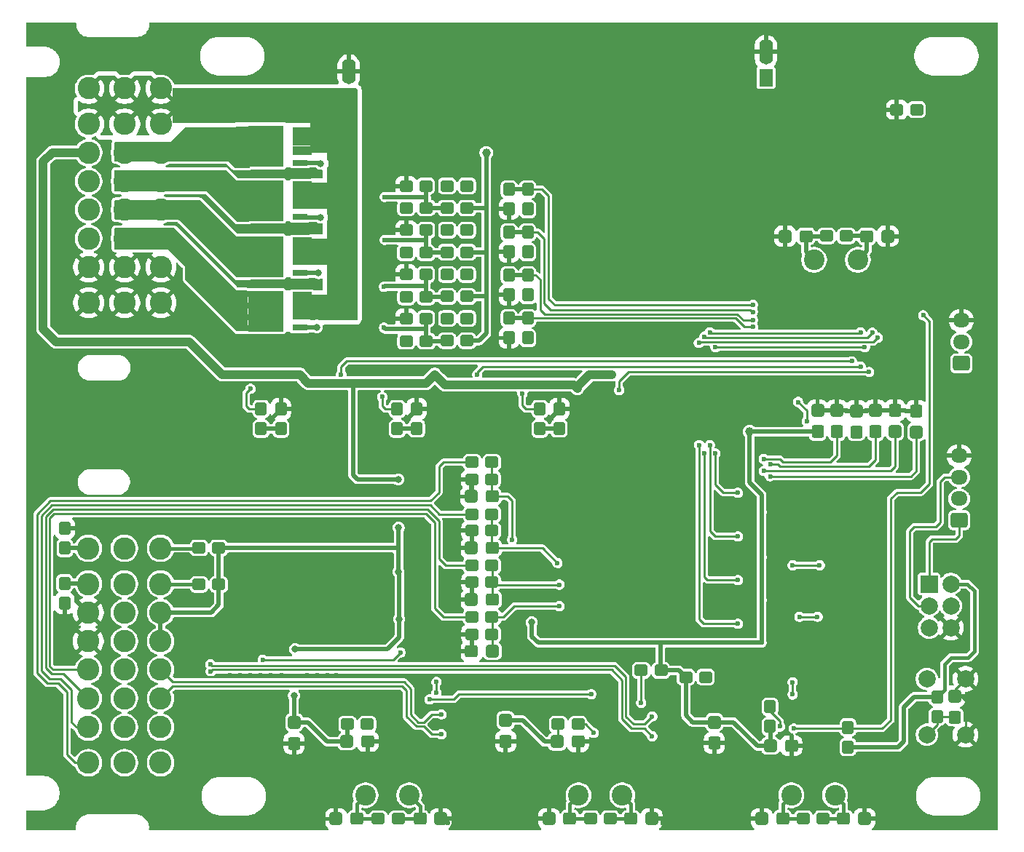
<source format=gbr>
%TF.GenerationSoftware,KiCad,Pcbnew,9.0.2*%
%TF.CreationDate,2025-09-23T15:25:02+08:00*%
%TF.ProjectId,VCU V3.2,56435520-5633-42e3-922e-6b696361645f,rev?*%
%TF.SameCoordinates,Original*%
%TF.FileFunction,Copper,L2,Bot*%
%TF.FilePolarity,Positive*%
%FSLAX46Y46*%
G04 Gerber Fmt 4.6, Leading zero omitted, Abs format (unit mm)*
G04 Created by KiCad (PCBNEW 9.0.2) date 2025-09-23 15:25:02*
%MOMM*%
%LPD*%
G01*
G04 APERTURE LIST*
G04 Aperture macros list*
%AMRoundRect*
0 Rectangle with rounded corners*
0 $1 Rounding radius*
0 $2 $3 $4 $5 $6 $7 $8 $9 X,Y pos of 4 corners*
0 Add a 4 corners polygon primitive as box body*
4,1,4,$2,$3,$4,$5,$6,$7,$8,$9,$2,$3,0*
0 Add four circle primitives for the rounded corners*
1,1,$1+$1,$2,$3*
1,1,$1+$1,$4,$5*
1,1,$1+$1,$6,$7*
1,1,$1+$1,$8,$9*
0 Add four rect primitives between the rounded corners*
20,1,$1+$1,$2,$3,$4,$5,0*
20,1,$1+$1,$4,$5,$6,$7,0*
20,1,$1+$1,$6,$7,$8,$9,0*
20,1,$1+$1,$8,$9,$2,$3,0*%
G04 Aperture macros list end*
%TA.AperFunction,ComponentPad*%
%ADD10C,2.400000*%
%TD*%
%TA.AperFunction,ComponentPad*%
%ADD11C,2.000000*%
%TD*%
%TA.AperFunction,ComponentPad*%
%ADD12RoundRect,0.250000X0.725000X-0.600000X0.725000X0.600000X-0.725000X0.600000X-0.725000X-0.600000X0*%
%TD*%
%TA.AperFunction,ComponentPad*%
%ADD13O,1.950000X1.700000*%
%TD*%
%TA.AperFunction,ComponentPad*%
%ADD14R,1.600000X2.000000*%
%TD*%
%TA.AperFunction,ComponentPad*%
%ADD15O,1.600000X3.000000*%
%TD*%
%TA.AperFunction,ComponentPad*%
%ADD16R,2.000000X2.000000*%
%TD*%
%TA.AperFunction,ComponentPad*%
%ADD17C,2.600000*%
%TD*%
%TA.AperFunction,SMDPad,CuDef*%
%ADD18RoundRect,0.305575X0.460025X0.412525X-0.460025X0.412525X-0.460025X-0.412525X0.460025X-0.412525X0*%
%TD*%
%TA.AperFunction,SMDPad,CuDef*%
%ADD19RoundRect,0.308511X0.457089X0.416489X-0.457089X0.416489X-0.457089X-0.416489X0.457089X-0.416489X0*%
%TD*%
%TA.AperFunction,SMDPad,CuDef*%
%ADD20RoundRect,0.305575X-0.460025X-0.412525X0.460025X-0.412525X0.460025X0.412525X-0.460025X0.412525X0*%
%TD*%
%TA.AperFunction,SMDPad,CuDef*%
%ADD21RoundRect,0.308511X-0.457089X-0.416489X0.457089X-0.416489X0.457089X0.416489X-0.457089X0.416489X0*%
%TD*%
%TA.AperFunction,SMDPad,CuDef*%
%ADD22RoundRect,0.278125X0.474375X0.389375X-0.474375X0.389375X-0.474375X-0.389375X0.474375X-0.389375X0*%
%TD*%
%TA.AperFunction,SMDPad,CuDef*%
%ADD23RoundRect,0.278125X-0.474375X-0.389375X0.474375X-0.389375X0.474375X0.389375X-0.474375X0.389375X0*%
%TD*%
%TA.AperFunction,SMDPad,CuDef*%
%ADD24RoundRect,0.305575X0.412525X-0.460025X0.412525X0.460025X-0.412525X0.460025X-0.412525X-0.460025X0*%
%TD*%
%TA.AperFunction,SMDPad,CuDef*%
%ADD25RoundRect,0.308511X0.416489X-0.457089X0.416489X0.457089X-0.416489X0.457089X-0.416489X-0.457089X0*%
%TD*%
%TA.AperFunction,SMDPad,CuDef*%
%ADD26RoundRect,0.278125X0.389375X-0.474375X0.389375X0.474375X-0.389375X0.474375X-0.389375X-0.474375X0*%
%TD*%
%TA.AperFunction,SMDPad,CuDef*%
%ADD27R,2.275000X1.150000*%
%TD*%
%TA.AperFunction,SMDPad,CuDef*%
%ADD28R,2.275000X1.000000*%
%TD*%
%TA.AperFunction,SMDPad,CuDef*%
%ADD29R,2.275000X1.060000*%
%TD*%
%TA.AperFunction,SMDPad,CuDef*%
%ADD30R,1.775000X0.650000*%
%TD*%
%TA.AperFunction,SMDPad,CuDef*%
%ADD31R,4.125000X4.700000*%
%TD*%
%TA.AperFunction,SMDPad,CuDef*%
%ADD32R,1.825000X0.700000*%
%TD*%
%TA.AperFunction,SMDPad,CuDef*%
%ADD33RoundRect,0.278125X-0.389375X0.474375X-0.389375X-0.474375X0.389375X-0.474375X0.389375X0.474375X0*%
%TD*%
%TA.AperFunction,SMDPad,CuDef*%
%ADD34RoundRect,0.305575X-0.412525X0.460025X-0.412525X-0.460025X0.412525X-0.460025X0.412525X0.460025X0*%
%TD*%
%TA.AperFunction,SMDPad,CuDef*%
%ADD35RoundRect,0.308511X-0.416489X0.457089X-0.416489X-0.457089X0.416489X-0.457089X0.416489X0.457089X0*%
%TD*%
%TA.AperFunction,ViaPad*%
%ADD36C,0.600000*%
%TD*%
%TA.AperFunction,ViaPad*%
%ADD37C,1.000000*%
%TD*%
%TA.AperFunction,ViaPad*%
%ADD38C,0.800000*%
%TD*%
%TA.AperFunction,Conductor*%
%ADD39C,0.250000*%
%TD*%
%TA.AperFunction,Conductor*%
%ADD40C,0.500000*%
%TD*%
%TA.AperFunction,Conductor*%
%ADD41C,2.000000*%
%TD*%
%TA.AperFunction,Conductor*%
%ADD42C,0.400000*%
%TD*%
%TA.AperFunction,Conductor*%
%ADD43C,1.000000*%
%TD*%
G04 APERTURE END LIST*
D10*
%TO.P,Y1,1,1*%
%TO.N,XTAL2*%
X185110000Y-69450000D03*
%TO.P,Y1,2,2*%
%TO.N,XTAL1*%
X190190000Y-69450000D03*
%TD*%
D11*
%TO.P,SW1,1,1*%
%TO.N,GND*%
X202710000Y-118210000D03*
X202710000Y-124710000D03*
%TO.P,SW1,2,2*%
%TO.N,RESET*%
X198210000Y-118210000D03*
X198210000Y-124710000D03*
%TD*%
D12*
%TO.P,J4,1,Pin_1*%
%TO.N,RXD*%
X202225000Y-81500000D03*
D13*
%TO.P,J4,2,Pin_2*%
%TO.N,TXD*%
X202225000Y-79000000D03*
%TO.P,J4,3,Pin_3*%
%TO.N,GND*%
X202225000Y-76500000D03*
%TD*%
D14*
%TO.P,C14,1*%
%TO.N,Net-(U2-FB)*%
X179500000Y-48250000D03*
D15*
%TO.P,C14,2*%
%TO.N,GND*%
X179500000Y-45250000D03*
%TD*%
D10*
%TO.P,Y4,1,1*%
%TO.N,/CAN BUS_3/XTAL2*%
X182460000Y-131750000D03*
%TO.P,Y4,2,2*%
%TO.N,/CAN BUS_3/XTAL1*%
X187540000Y-131750000D03*
%TD*%
D12*
%TO.P,J5,1,Pin_1*%
%TO.N,MISO*%
X201975000Y-99750000D03*
D13*
%TO.P,J5,2,Pin_2*%
%TO.N,MOSI*%
X201975000Y-97250000D03*
%TO.P,J5,3,Pin_3*%
%TO.N,SCK*%
X201975000Y-94750000D03*
%TO.P,J5,4,Pin_4*%
%TO.N,GND*%
X201975000Y-92250000D03*
%TD*%
D10*
%TO.P,Y2,1,1*%
%TO.N,/CAN BUS_1/XTAL2*%
X157710000Y-131750000D03*
%TO.P,Y2,2,2*%
%TO.N,/CAN BUS_1/XTAL1*%
X162790000Y-131750000D03*
%TD*%
D16*
%TO.P,J3,1,MISO*%
%TO.N,MISO*%
X198460000Y-107170000D03*
D11*
%TO.P,J3,2,VCC*%
%TO.N,+5V*%
X201000000Y-107170000D03*
%TO.P,J3,3,SCK*%
%TO.N,SCK*%
X198460000Y-109710000D03*
%TO.P,J3,4,MOSI*%
%TO.N,MOSI*%
X201000000Y-109710000D03*
%TO.P,J3,5,~{RST}*%
%TO.N,RESET*%
X198460000Y-112250000D03*
%TO.P,J3,6,GND*%
%TO.N,GND*%
X201000000Y-112250000D03*
%TD*%
D10*
%TO.P,Y3,1,1*%
%TO.N,/CAN BUS_2/XTAL2*%
X132960000Y-131750000D03*
%TO.P,Y3,2,2*%
%TO.N,/CAN BUS_2/XTAL1*%
X138040000Y-131750000D03*
%TD*%
D14*
%TO.P,C8,1*%
%TO.N,+12V*%
X131000000Y-50500000D03*
D15*
%TO.P,C8,2*%
%TO.N,GND*%
X131000000Y-47500000D03*
%TD*%
D17*
%TO.P,J2,1*%
%TO.N,APPS_5VIN*%
X109132800Y-103018000D03*
%TO.P,J2,2*%
%TO.N,APPS_3VIN*%
X109132800Y-107168000D03*
%TO.P,J2,3*%
%TO.N,+5V*%
X109132800Y-110498000D03*
%TO.P,J2,4*%
X109132800Y-113828000D03*
%TO.P,J2,5*%
%TO.N,CAN1-*%
X109132800Y-117133000D03*
%TO.P,J2,6*%
%TO.N,CAN1+*%
X109132800Y-120488000D03*
%TO.P,J2,7*%
%TO.N,CAN2-*%
X109132800Y-123818000D03*
%TO.P,J2,8*%
%TO.N,CAN2+*%
X109132800Y-127968000D03*
%TO.P,J2,9*%
%TO.N,APPS_5VOUT*%
X104932800Y-103018000D03*
%TO.P,J2,10*%
%TO.N,APPS_3VOUT*%
X104932800Y-107168000D03*
%TO.P,J2,11*%
%TO.N,BRAKE_AIN*%
X104932800Y-110498000D03*
%TO.P,J2,12*%
%TO.N,CURRENT_AIN*%
X104932800Y-113828000D03*
%TO.P,J2,13*%
%TO.N,CAN3-*%
X104932800Y-117133000D03*
%TO.P,J2,14*%
%TO.N,CAN3+*%
X104932800Y-120488000D03*
%TO.P,J2,15*%
%TO.N,CAN2-*%
X104932800Y-123818000D03*
%TO.P,J2,16*%
%TO.N,CAN2+*%
X104932800Y-127968000D03*
%TO.P,J2,17*%
%TO.N,APPS_5VGND*%
X100732800Y-103018000D03*
%TO.P,J2,18*%
%TO.N,APPS_3VGND*%
X100732800Y-107168000D03*
%TO.P,J2,19*%
%TO.N,GND*%
X100732800Y-110498000D03*
%TO.P,J2,20*%
X100732800Y-113828000D03*
%TO.P,J2,21*%
%TO.N,DIN_1*%
X100732800Y-117133000D03*
%TO.P,J2,22*%
%TO.N,DIN_2*%
X100732800Y-120488000D03*
%TO.P,J2,23*%
%TO.N,DIN_3*%
X100732800Y-123818000D03*
%TO.P,J2,24*%
%TO.N,IGN_12V*%
X100732800Y-127968000D03*
%TD*%
%TO.P,J1,1*%
%TO.N,+12V*%
X109167600Y-49499000D03*
%TO.P,J1,2*%
X109167600Y-53649000D03*
%TO.P,J1,3*%
%TO.N,PDU_1*%
X109167600Y-56979000D03*
%TO.P,J1,4*%
%TO.N,PDU_2*%
X109167600Y-60309000D03*
%TO.P,J1,5*%
%TO.N,PDU_3*%
X109167600Y-63614000D03*
%TO.P,J1,6*%
%TO.N,PDU_4*%
X109167600Y-66969000D03*
%TO.P,J1,7*%
%TO.N,GND*%
X109167600Y-70299000D03*
%TO.P,J1,8*%
X109167600Y-74449000D03*
%TO.P,J1,9*%
%TO.N,+12V*%
X104967600Y-49499000D03*
%TO.P,J1,10*%
X104967600Y-53649000D03*
%TO.P,J1,11*%
%TO.N,PDU_1*%
X104967600Y-56979000D03*
%TO.P,J1,12*%
%TO.N,PDU_2*%
X104967600Y-60309000D03*
%TO.P,J1,13*%
%TO.N,PDU_3*%
X104967600Y-63614000D03*
%TO.P,J1,14*%
%TO.N,PDU_4*%
X104967600Y-66969000D03*
%TO.P,J1,15*%
%TO.N,GND*%
X104967600Y-70299000D03*
%TO.P,J1,16*%
X104967600Y-74449000D03*
%TO.P,J1,17*%
%TO.N,+12V*%
X100767600Y-49499000D03*
%TO.P,J1,18*%
X100767600Y-53649000D03*
%TO.P,J1,19*%
%TO.N,+5V*%
X100767600Y-56979000D03*
%TO.P,J1,20*%
%TO.N,PDU_5*%
X100767600Y-60309000D03*
%TO.P,J1,21*%
%TO.N,PDU_6*%
X100767600Y-63614000D03*
%TO.P,J1,22*%
%TO.N,PDU_7*%
X100767600Y-66969000D03*
%TO.P,J1,23*%
%TO.N,GND*%
X100767600Y-70299000D03*
%TO.P,J1,24*%
X100767600Y-74449000D03*
%TD*%
D18*
%TO.P,C16,1*%
%TO.N,/CAN BUS_1/XTAL2*%
X156715600Y-134493100D03*
D19*
%TO.P,C16,2*%
%TO.N,GND*%
X154284400Y-134500000D03*
%TD*%
D20*
%TO.P,C34,1*%
%TO.N,/CAN BUS_3/XTAL1*%
X188534400Y-134500000D03*
D21*
%TO.P,C34,2*%
%TO.N,GND*%
X190965600Y-134493100D03*
%TD*%
D20*
%TO.P,C27,1*%
%TO.N,/CAN BUS_2/XTAL1*%
X139284400Y-134506900D03*
D21*
%TO.P,C27,2*%
%TO.N,GND*%
X141715600Y-134500000D03*
%TD*%
D22*
%TO.P,R8,1*%
%TO.N,/PDU_P4_1/PDU_1/MOS_GATE*%
X139978517Y-60855641D03*
%TO.P,R8,2*%
%TO.N,GND*%
X137673517Y-60855641D03*
%TD*%
%TO.P,R15,1*%
%TO.N,+12V*%
X144750000Y-73712784D03*
%TO.P,R15,2*%
%TO.N,/PDU_P4_1/PDU_3/MOS_GATE*%
X142445000Y-73712784D03*
%TD*%
D23*
%TO.P,R34,1*%
%TO.N,DIN_2*%
X145347500Y-105032500D03*
%TO.P,R34,2*%
%TO.N,Net-(CA2-Pad1)*%
X147652500Y-105032500D03*
%TD*%
D24*
%TO.P,C7,1*%
%TO.N,RESET*%
X201436900Y-122675600D03*
D25*
%TO.P,C7,2*%
%TO.N,GND*%
X201430000Y-120244400D03*
%TD*%
D24*
%TO.P,C35,1*%
%TO.N,GND*%
X173506900Y-125681200D03*
D25*
%TO.P,C35,2*%
%TO.N,+5V*%
X173500000Y-123250000D03*
%TD*%
D26*
%TO.P,R51,1*%
%TO.N,GND*%
X149630000Y-73540641D03*
%TO.P,R51,2*%
%TO.N,OUT_3*%
X149630000Y-71235641D03*
%TD*%
D22*
%TO.P,R13,1*%
%TO.N,/PDU_P4_1/PDU_3/SIGNAL*%
X144750000Y-71141355D03*
%TO.P,R13,2*%
%TO.N,Net-(Q5-B)*%
X142445000Y-71141355D03*
%TD*%
D27*
%TO.P,Q4,1,S*%
%TO.N,+12V*%
X125562500Y-60900000D03*
D28*
%TO.P,Q4,2,S*%
X125562500Y-61975000D03*
D29*
%TO.P,Q4,3,S*%
X125562500Y-63005000D03*
D30*
%TO.P,Q4,4,G*%
%TO.N,/PDU_P4_1/PDU_2/MOS_GATE*%
X125312500Y-64480000D03*
D31*
%TO.P,Q4,5,D*%
%TO.N,PDU_2*%
X121337500Y-62575000D03*
D32*
X118862500Y-64570000D03*
X118862500Y-63240000D03*
X118862500Y-61910000D03*
X118862500Y-60580000D03*
%TD*%
D27*
%TO.P,Q2,1,S*%
%TO.N,+12V*%
X125562500Y-54600000D03*
D28*
%TO.P,Q2,2,S*%
X125562500Y-55675000D03*
D29*
%TO.P,Q2,3,S*%
X125562500Y-56705000D03*
D30*
%TO.P,Q2,4,G*%
%TO.N,/PDU_P4_1/PDU_1/MOS_GATE*%
X125312500Y-58180000D03*
D31*
%TO.P,Q2,5,D*%
%TO.N,PDU_1*%
X121337500Y-56275000D03*
D32*
X118862500Y-58270000D03*
X118862500Y-56940000D03*
X118862500Y-55610000D03*
X118862500Y-54280000D03*
%TD*%
D18*
%TO.P,CA4,1*%
%TO.N,Net-(CA4-Pad1)*%
X147689717Y-96993100D03*
D19*
%TO.P,CA4,2*%
%TO.N,GND*%
X145258517Y-97000000D03*
%TD*%
D26*
%TO.P,R25,1*%
%TO.N,APPS_5VGND*%
X98000000Y-103000000D03*
%TO.P,R25,2*%
%TO.N,GND*%
X98000000Y-100695000D03*
%TD*%
D22*
%TO.P,R3,1*%
%TO.N,XTAL1*%
X188852500Y-66667500D03*
%TO.P,R3,2*%
%TO.N,XTAL2*%
X186547500Y-66667500D03*
%TD*%
%TO.P,R36,1*%
%TO.N,Net-(CA4-Pad1)*%
X147626617Y-95000000D03*
%TO.P,R36,2*%
%TO.N,GND*%
X145321617Y-95000000D03*
%TD*%
%TO.P,R19,1*%
%TO.N,+12V*%
X144750000Y-78855641D03*
%TO.P,R19,2*%
%TO.N,/PDU_P4_1/PDU_4/MOS_GATE*%
X142445000Y-78855641D03*
%TD*%
D18*
%TO.P,CA2,1*%
%TO.N,Net-(CA2-Pad1)*%
X147715600Y-108993100D03*
D19*
%TO.P,CA2,2*%
%TO.N,GND*%
X145284400Y-109000000D03*
%TD*%
D22*
%TO.P,R1,1*%
%TO.N,+5V*%
X167305000Y-117217500D03*
%TO.P,R1,2*%
%TO.N,CS_1*%
X165000000Y-117217500D03*
%TD*%
D18*
%TO.P,C18,1*%
%TO.N,GND*%
X157652500Y-125525600D03*
D19*
%TO.P,C18,2*%
%TO.N,+5V*%
X155221300Y-125532500D03*
%TD*%
D20*
%TO.P,CA1,1*%
%TO.N,GND*%
X145284400Y-115006900D03*
D21*
%TO.P,CA1,2*%
%TO.N,Net-(CA1-Pad2)*%
X147715600Y-115000000D03*
%TD*%
D33*
%TO.P,R54,1*%
%TO.N,OUT_2*%
X151815000Y-66235641D03*
%TO.P,R54,2*%
%TO.N,Net-(R54-Pad2)*%
X151815000Y-68540641D03*
%TD*%
D22*
%TO.P,R71,1*%
%TO.N,/CAN BUS_3/XTAL1*%
X186152500Y-134467500D03*
%TO.P,R71,2*%
%TO.N,/CAN BUS_3/XTAL2*%
X183847500Y-134467500D03*
%TD*%
D20*
%TO.P,C17,1*%
%TO.N,/CAN BUS_1/XTAL1*%
X163784400Y-134506900D03*
D21*
%TO.P,C17,2*%
%TO.N,GND*%
X166215600Y-134500000D03*
%TD*%
D26*
%TO.P,R64,1*%
%TO.N,Net-(Q11-C)*%
X138907500Y-89081017D03*
%TO.P,R64,2*%
%TO.N,GND*%
X138907500Y-86776017D03*
%TD*%
D34*
%TO.P,C38,1*%
%TO.N,GND*%
X194493100Y-86982000D03*
D35*
%TO.P,C38,2*%
%TO.N,BRAKE_AIN_MCU*%
X194500000Y-89413200D03*
%TD*%
D33*
%TO.P,R72,1*%
%TO.N,Net-(U14-~{RESET})*%
X179967500Y-121447500D03*
%TO.P,R72,2*%
%TO.N,+5V*%
X179967500Y-123752500D03*
%TD*%
D22*
%TO.P,R30,1*%
%TO.N,/CAN BUS_2/XTAL1*%
X136750000Y-134500000D03*
%TO.P,R30,2*%
%TO.N,/CAN BUS_2/XTAL2*%
X134445000Y-134500000D03*
%TD*%
D34*
%TO.P,C37,1*%
%TO.N,GND*%
X196986200Y-87050800D03*
D35*
%TO.P,C37,2*%
%TO.N,CURRENT_MCU*%
X196993100Y-89482000D03*
%TD*%
D23*
%TO.P,R40,1*%
%TO.N,IGN_12V*%
X145347500Y-93000000D03*
%TO.P,R40,2*%
%TO.N,Net-(CA4-Pad1)*%
X147652500Y-93000000D03*
%TD*%
D18*
%TO.P,C26,1*%
%TO.N,/CAN BUS_2/XTAL2*%
X131965600Y-134500000D03*
D19*
%TO.P,C26,2*%
%TO.N,GND*%
X129534400Y-134506900D03*
%TD*%
D23*
%TO.P,R18,1*%
%TO.N,Net-(D5-K)*%
X137695000Y-78920641D03*
%TO.P,R18,2*%
%TO.N,/PDU_P4_1/PDU_4/MOS_GATE*%
X140000000Y-78920641D03*
%TD*%
%TO.P,R35,1*%
%TO.N,DIN_3*%
X145347500Y-99037104D03*
%TO.P,R35,2*%
%TO.N,Net-(CA3-Pad1)*%
X147652500Y-99037104D03*
%TD*%
D24*
%TO.P,C22,1*%
%TO.N,APPS_5V*%
X187763800Y-89431200D03*
D25*
%TO.P,C22,2*%
%TO.N,GND*%
X187756900Y-87000000D03*
%TD*%
D22*
%TO.P,R9,1*%
%TO.N,/PDU_P4_1/PDU_2/SIGNAL*%
X144750000Y-65998498D03*
%TO.P,R9,2*%
%TO.N,Net-(Q3-B)*%
X142445000Y-65998498D03*
%TD*%
D24*
%TO.P,C1,1*%
%TO.N,Net-(U1-AREF)*%
X190006900Y-89465600D03*
D25*
%TO.P,C1,2*%
%TO.N,GND*%
X190000000Y-87034400D03*
%TD*%
D23*
%TO.P,R33,1*%
%TO.N,DIN_1*%
X145347500Y-111032500D03*
%TO.P,R33,2*%
%TO.N,Net-(CA1-Pad2)*%
X147652500Y-111032500D03*
%TD*%
D26*
%TO.P,R68,1*%
%TO.N,Net-(Q13-C)*%
X123130000Y-89102500D03*
%TO.P,R68,2*%
%TO.N,GND*%
X123130000Y-86797500D03*
%TD*%
%TO.P,R52,1*%
%TO.N,GND*%
X149630000Y-78540641D03*
%TO.P,R52,2*%
%TO.N,OUT_4*%
X149630000Y-76235641D03*
%TD*%
D24*
%TO.P,C19,1*%
%TO.N,GND*%
X149256900Y-125465600D03*
D25*
%TO.P,C19,2*%
%TO.N,+5V*%
X149250000Y-123034400D03*
%TD*%
D22*
%TO.P,R12,1*%
%TO.N,/PDU_P4_1/PDU_2/MOS_GATE*%
X140000000Y-66000000D03*
%TO.P,R12,2*%
%TO.N,GND*%
X137695000Y-66000000D03*
%TD*%
%TO.P,R24,1*%
%TO.N,+5V*%
X115902500Y-102967500D03*
%TO.P,R24,2*%
%TO.N,APPS_5VIN*%
X113597500Y-102967500D03*
%TD*%
D26*
%TO.P,R50,1*%
%TO.N,GND*%
X149630000Y-68540641D03*
%TO.P,R50,2*%
%TO.N,OUT_2*%
X149630000Y-66235641D03*
%TD*%
D22*
%TO.P,R69,1*%
%TO.N,Net-(D9-K)*%
X197027500Y-51967500D03*
%TO.P,R69,2*%
%TO.N,GND*%
X194722500Y-51967500D03*
%TD*%
%TO.P,R20,1*%
%TO.N,/PDU_P4_1/PDU_4/MOS_GATE*%
X139978517Y-76282410D03*
%TO.P,R20,2*%
%TO.N,GND*%
X137673517Y-76282410D03*
%TD*%
%TO.P,R7,1*%
%TO.N,+12V*%
X144750000Y-63427070D03*
%TO.P,R7,2*%
%TO.N,/PDU_P4_1/PDU_1/MOS_GATE*%
X142445000Y-63427070D03*
%TD*%
%TO.P,R26,1*%
%TO.N,+5V*%
X115902500Y-107217500D03*
%TO.P,R26,2*%
%TO.N,APPS_3VIN*%
X113597500Y-107217500D03*
%TD*%
D26*
%TO.P,R49,1*%
%TO.N,GND*%
X149630000Y-63540641D03*
%TO.P,R49,2*%
%TO.N,OUT_1*%
X149630000Y-61235641D03*
%TD*%
D24*
%TO.P,C4,1*%
%TO.N,+5V*%
X185513800Y-89431200D03*
D25*
%TO.P,C4,2*%
%TO.N,GND*%
X185506900Y-87000000D03*
%TD*%
D18*
%TO.P,C29,1*%
%TO.N,GND*%
X133215600Y-125493100D03*
D19*
%TO.P,C29,2*%
%TO.N,+5V*%
X130784400Y-125500000D03*
%TD*%
D33*
%TO.P,R58,1*%
%TO.N,Net-(D6-K)*%
X153217500Y-86797500D03*
%TO.P,R58,2*%
%TO.N,Net-(Q10-G)*%
X153217500Y-89102500D03*
%TD*%
%TO.P,R27,1*%
%TO.N,APPS_3VGND*%
X97967500Y-107097500D03*
%TO.P,R27,2*%
%TO.N,GND*%
X97967500Y-109402500D03*
%TD*%
D23*
%TO.P,R37,1*%
%TO.N,GND*%
X145347500Y-113032500D03*
%TO.P,R37,2*%
%TO.N,Net-(CA1-Pad2)*%
X147652500Y-113032500D03*
%TD*%
D33*
%TO.P,R66,1*%
%TO.N,Net-(D8-K)*%
X120815000Y-86797500D03*
%TO.P,R66,2*%
%TO.N,Net-(Q13-C)*%
X120815000Y-89102500D03*
%TD*%
D24*
%TO.P,C28,1*%
%TO.N,GND*%
X124653650Y-125715600D03*
D25*
%TO.P,C28,2*%
%TO.N,+5V*%
X124646750Y-123284400D03*
%TD*%
D22*
%TO.P,R17,1*%
%TO.N,/PDU_P4_1/PDU_4/SIGNAL*%
X144750000Y-76284212D03*
%TO.P,R17,2*%
%TO.N,Net-(Q7-B)*%
X142445000Y-76284212D03*
%TD*%
%TO.P,R31,1*%
%TO.N,Net-(U8-~{RESET})*%
X133152500Y-123467500D03*
%TO.P,R31,2*%
%TO.N,+5V*%
X130847500Y-123467500D03*
%TD*%
D23*
%TO.P,R10,1*%
%TO.N,Net-(D3-K)*%
X137673517Y-68634025D03*
%TO.P,R10,2*%
%TO.N,/PDU_P4_1/PDU_2/MOS_GATE*%
X139978517Y-68634025D03*
%TD*%
D26*
%TO.P,R60,1*%
%TO.N,Net-(Q10-G)*%
X155485000Y-89081017D03*
%TO.P,R60,2*%
%TO.N,GND*%
X155485000Y-86776017D03*
%TD*%
D27*
%TO.P,Q6,1,S*%
%TO.N,+12V*%
X125562500Y-67400000D03*
D28*
%TO.P,Q6,2,S*%
X125562500Y-68475000D03*
D29*
%TO.P,Q6,3,S*%
X125562500Y-69505000D03*
D30*
%TO.P,Q6,4,G*%
%TO.N,/PDU_P4_1/PDU_3/MOS_GATE*%
X125312500Y-70980000D03*
D31*
%TO.P,Q6,5,D*%
%TO.N,PDU_3*%
X121337500Y-69075000D03*
D32*
X118862500Y-71070000D03*
X118862500Y-69740000D03*
X118862500Y-68410000D03*
X118862500Y-67080000D03*
%TD*%
D22*
%TO.P,R38,1*%
%TO.N,Net-(CA3-Pad1)*%
X147652500Y-100972619D03*
%TO.P,R38,2*%
%TO.N,GND*%
X145347500Y-100972619D03*
%TD*%
D18*
%TO.P,C33,1*%
%TO.N,/CAN BUS_3/XTAL2*%
X181465600Y-134493100D03*
D19*
%TO.P,C33,2*%
%TO.N,GND*%
X179034400Y-134500000D03*
%TD*%
D27*
%TO.P,Q8,1,S*%
%TO.N,+12V*%
X125562500Y-73755000D03*
D28*
%TO.P,Q8,2,S*%
X125562500Y-74830000D03*
D29*
%TO.P,Q8,3,S*%
X125562500Y-75860000D03*
D30*
%TO.P,Q8,4,G*%
%TO.N,/PDU_P4_1/PDU_4/MOS_GATE*%
X125312500Y-77335000D03*
D31*
%TO.P,Q8,5,D*%
%TO.N,PDU_4*%
X121337500Y-75430000D03*
D32*
X118862500Y-77425000D03*
X118862500Y-76095000D03*
X118862500Y-74765000D03*
X118862500Y-73435000D03*
%TD*%
D33*
%TO.P,R62,1*%
%TO.N,Net-(D7-K)*%
X136625000Y-86797500D03*
%TO.P,R62,2*%
%TO.N,Net-(Q11-C)*%
X136625000Y-89102500D03*
%TD*%
D18*
%TO.P,CA3,1*%
%TO.N,Net-(CA3-Pad1)*%
X147715600Y-102997704D03*
D19*
%TO.P,CA3,2*%
%TO.N,GND*%
X145284400Y-103004604D03*
%TD*%
D23*
%TO.P,R6,1*%
%TO.N,Net-(D2-K)*%
X137695000Y-63420641D03*
%TO.P,R6,2*%
%TO.N,/PDU_P4_1/PDU_1/MOS_GATE*%
X140000000Y-63420641D03*
%TD*%
D22*
%TO.P,R21,1*%
%TO.N,/CAN BUS_1/XTAL1*%
X161402500Y-134467500D03*
%TO.P,R21,2*%
%TO.N,/CAN BUS_1/XTAL2*%
X159097500Y-134467500D03*
%TD*%
%TO.P,R11,1*%
%TO.N,+12V*%
X144750000Y-68569927D03*
%TO.P,R11,2*%
%TO.N,/PDU_P4_1/PDU_2/MOS_GATE*%
X142445000Y-68569927D03*
%TD*%
D20*
%TO.P,C5,1*%
%TO.N,XTAL1*%
X191234400Y-66706900D03*
D21*
%TO.P,C5,2*%
%TO.N,GND*%
X193665600Y-66700000D03*
%TD*%
D23*
%TO.P,R2,1*%
%TO.N,+5V*%
X170195000Y-118000000D03*
%TO.P,R2,2*%
%TO.N,CS_2*%
X172500000Y-118000000D03*
%TD*%
D22*
%TO.P,R22,1*%
%TO.N,Net-(U4-~{RESET})*%
X157652500Y-123500000D03*
%TO.P,R22,2*%
%TO.N,+5V*%
X155347500Y-123500000D03*
%TD*%
D26*
%TO.P,R74,1*%
%TO.N,+5V*%
X189032500Y-126152500D03*
%TO.P,R74,2*%
%TO.N,CS_3*%
X189032500Y-123847500D03*
%TD*%
D18*
%TO.P,C6,1*%
%TO.N,XTAL2*%
X184165600Y-66693100D03*
D19*
%TO.P,C6,2*%
%TO.N,GND*%
X181734400Y-66700000D03*
%TD*%
D33*
%TO.P,R53,1*%
%TO.N,OUT_1*%
X151815000Y-61235641D03*
%TO.P,R53,2*%
%TO.N,Net-(R53-Pad2)*%
X151815000Y-63540641D03*
%TD*%
D22*
%TO.P,R16,1*%
%TO.N,/PDU_P4_1/PDU_3/MOS_GATE*%
X139978517Y-71140154D03*
%TO.P,R16,2*%
%TO.N,GND*%
X137673517Y-71140154D03*
%TD*%
%TO.P,R39,1*%
%TO.N,Net-(CA2-Pad1)*%
X147652500Y-106967500D03*
%TO.P,R39,2*%
%TO.N,GND*%
X145347500Y-106967500D03*
%TD*%
D24*
%TO.P,C25,1*%
%TO.N,APPS_3V3*%
X192263800Y-89431200D03*
D25*
%TO.P,C25,2*%
%TO.N,GND*%
X192256900Y-87000000D03*
%TD*%
D23*
%TO.P,R14,1*%
%TO.N,Net-(D4-K)*%
X137695000Y-73778385D03*
%TO.P,R14,2*%
%TO.N,/PDU_P4_1/PDU_3/MOS_GATE*%
X140000000Y-73778385D03*
%TD*%
D22*
%TO.P,R5,1*%
%TO.N,/PDU_P4_1/PDU_1/SIGNAL*%
X144750000Y-60855641D03*
%TO.P,R5,2*%
%TO.N,Net-(Q1-B)*%
X142445000Y-60855641D03*
%TD*%
D33*
%TO.P,R56,1*%
%TO.N,OUT_4*%
X151815000Y-76235641D03*
%TO.P,R56,2*%
%TO.N,Net-(R56-Pad2)*%
X151815000Y-78540641D03*
%TD*%
D18*
%TO.P,C36,1*%
%TO.N,GND*%
X182465600Y-125993100D03*
D19*
%TO.P,C36,2*%
%TO.N,+5V*%
X180034400Y-126000000D03*
%TD*%
D33*
%TO.P,R4,1*%
%TO.N,+5V*%
X199397500Y-120307500D03*
%TO.P,R4,2*%
%TO.N,RESET*%
X199397500Y-122612500D03*
%TD*%
%TO.P,R55,1*%
%TO.N,OUT_3*%
X151815000Y-71235641D03*
%TO.P,R55,2*%
%TO.N,Net-(R55-Pad2)*%
X151815000Y-73540641D03*
%TD*%
D36*
%TO.N,Net-(CA2-Pad1)*%
X155500000Y-107250000D03*
%TO.N,GND*%
X129600000Y-117800000D03*
X162500000Y-52500000D03*
X187500000Y-60000000D03*
X158750000Y-119250000D03*
X162500000Y-65000000D03*
X192500000Y-122500000D03*
X175000000Y-62500000D03*
X98000000Y-100695000D03*
X160000000Y-112500000D03*
X178000000Y-87000000D03*
X145000000Y-130000000D03*
X157669823Y-125571581D03*
X205000000Y-80000000D03*
X200750000Y-80250000D03*
X197000000Y-81000000D03*
X147500000Y-87500000D03*
X98500000Y-65500000D03*
D37*
X142000000Y-54000000D03*
D36*
X134000000Y-89000000D03*
X185000000Y-76000000D03*
X148500000Y-86500000D03*
X143500000Y-106000000D03*
X182500000Y-50000000D03*
X184000000Y-74000000D03*
X142500000Y-90000000D03*
X155000000Y-92000000D03*
X132500000Y-80000000D03*
X145258517Y-97000000D03*
X122500000Y-80000000D03*
X105000000Y-100000000D03*
X175000000Y-135000000D03*
X145000000Y-126500000D03*
D37*
X146500000Y-55500000D03*
D36*
X167000000Y-92000000D03*
X185000000Y-60000000D03*
X170000000Y-80000000D03*
D37*
X143500000Y-52000000D03*
D36*
X150000000Y-112500000D03*
X180000000Y-62500000D03*
X192500000Y-135000000D03*
X94000000Y-109500000D03*
X185000000Y-62500000D03*
X193665600Y-66700000D03*
X155000000Y-115000000D03*
X179034400Y-134500000D03*
X142500000Y-103000000D03*
X179000000Y-86000000D03*
X170000000Y-85000000D03*
X135750000Y-109250000D03*
X167500000Y-127500000D03*
X187500000Y-100000000D03*
X162500000Y-67500000D03*
X143500000Y-92000000D03*
X97500000Y-65500000D03*
X132750000Y-82750000D03*
X113200000Y-116400000D03*
X165000000Y-67500000D03*
D37*
X137500000Y-55500000D03*
D36*
X157500000Y-60000000D03*
X170000000Y-132500000D03*
X185000000Y-50000000D03*
X182500000Y-57500000D03*
X188500000Y-80500000D03*
X134000000Y-90000000D03*
D37*
X143500000Y-54000000D03*
X142000000Y-52000000D03*
D36*
X94000000Y-97500000D03*
X202500000Y-87500000D03*
X176000000Y-92000000D03*
X162500000Y-60000000D03*
X117500000Y-110000000D03*
X152500000Y-100000000D03*
X129500000Y-106000000D03*
X160000000Y-97500000D03*
X185000000Y-45000000D03*
X202750000Y-108500000D03*
X180000000Y-60000000D03*
X97500000Y-112000000D03*
D37*
X137500000Y-46000000D03*
X145000000Y-46000000D03*
D36*
X195000000Y-76000000D03*
X154400000Y-88000000D03*
X155000000Y-112500000D03*
X195000000Y-65000000D03*
X179000000Y-73000000D03*
X142500000Y-95000000D03*
X186000000Y-91500000D03*
X187500000Y-55000000D03*
X128000000Y-90000000D03*
X150500000Y-85500000D03*
X185000000Y-85000000D03*
X133500000Y-85500000D03*
X117500000Y-120000000D03*
X139500000Y-125000000D03*
X131000000Y-112500000D03*
X190000000Y-122500000D03*
D37*
X143500000Y-44000000D03*
X148000000Y-54000000D03*
D36*
X165000000Y-100000000D03*
X127500000Y-135000000D03*
X94000000Y-107000000D03*
X182500000Y-55000000D03*
X187500000Y-127500000D03*
X196000000Y-74000000D03*
X142500000Y-97000000D03*
X187500000Y-57500000D03*
X142500000Y-114000000D03*
X125000000Y-45000000D03*
X160000000Y-72500000D03*
X190000000Y-102500000D03*
X145000000Y-132500000D03*
X152500000Y-127500000D03*
X170000000Y-52500000D03*
X180500000Y-100500000D03*
X160000000Y-77500000D03*
X177500000Y-52500000D03*
X140000000Y-95000000D03*
X140500000Y-90000000D03*
X196000000Y-76000000D03*
X157000000Y-95500000D03*
X149000000Y-121500000D03*
X187500000Y-77250000D03*
X129500000Y-113500000D03*
X180500000Y-106000000D03*
X131000000Y-113500000D03*
X175000000Y-127500000D03*
X121597500Y-105187500D03*
X170000000Y-72500000D03*
X150000000Y-115000000D03*
X117500000Y-95000000D03*
X190000000Y-60000000D03*
D37*
X140500000Y-46000000D03*
D36*
X171000000Y-92000000D03*
X145000000Y-135000000D03*
X180500000Y-108000000D03*
X143500000Y-125500000D03*
X195000000Y-75000000D03*
X175000000Y-90000000D03*
X177500000Y-62500000D03*
X122500000Y-135000000D03*
D37*
X139000000Y-52000000D03*
X145000000Y-52000000D03*
D36*
X176250000Y-99095000D03*
X176000000Y-90000000D03*
X135500000Y-96500000D03*
X129500000Y-105000000D03*
X117500000Y-80000000D03*
X112400000Y-117400000D03*
X94000000Y-114000000D03*
X181734400Y-66700000D03*
X205000000Y-75000000D03*
X120000000Y-100000000D03*
X165000000Y-77500000D03*
X177500000Y-127500000D03*
X157500000Y-67500000D03*
X119600000Y-117800000D03*
X202500000Y-102500000D03*
X187500000Y-97500000D03*
X194000000Y-75000000D03*
X190965600Y-134493100D03*
X180000000Y-85000000D03*
X194000000Y-85000000D03*
X205000000Y-127500000D03*
X201430000Y-120244400D03*
X127500000Y-127500000D03*
X147500000Y-130000000D03*
X195000000Y-130000000D03*
X127697500Y-87000000D03*
X162500000Y-125000000D03*
X170000000Y-60000000D03*
X133500000Y-86500000D03*
X195000000Y-120000000D03*
X172500000Y-55000000D03*
X172500000Y-60000000D03*
X180000000Y-87000000D03*
X167500000Y-72500000D03*
D37*
X140500000Y-42500000D03*
D36*
X200000000Y-60000000D03*
X122500000Y-120000000D03*
X180000000Y-91000000D03*
X172500000Y-115000000D03*
X185000000Y-57500000D03*
X152500000Y-97500000D03*
X190000000Y-117500000D03*
X187500000Y-50000000D03*
X152250000Y-82750000D03*
X198000000Y-74000000D03*
X123200000Y-117800000D03*
X155000000Y-102500000D03*
X194000000Y-74000000D03*
X160100000Y-87050000D03*
X195000000Y-60000000D03*
X153000000Y-96000000D03*
X194000000Y-84000000D03*
X102500000Y-85000000D03*
X117500000Y-100000000D03*
X131000000Y-108000000D03*
X147250000Y-82750000D03*
X160000000Y-115000000D03*
X195000000Y-74000000D03*
X132897500Y-78288141D03*
X186000000Y-96500000D03*
X191000000Y-92000000D03*
X142500000Y-108000000D03*
X147500000Y-89500000D03*
X170000000Y-107500000D03*
D37*
X146500000Y-44000000D03*
D36*
X129500000Y-101750000D03*
X190000000Y-50000000D03*
X182500000Y-62500000D03*
X144500000Y-90000000D03*
X200000000Y-55000000D03*
X151000000Y-82750000D03*
X118400000Y-117800000D03*
X150000000Y-127500000D03*
X179000000Y-91000000D03*
X137800000Y-88000000D03*
X186000000Y-85000000D03*
X126000000Y-89000000D03*
X160000000Y-60000000D03*
X190000000Y-97500000D03*
X110000000Y-45000000D03*
X179000000Y-87000000D03*
X143500000Y-108000000D03*
X143500000Y-95000000D03*
X94000000Y-116000000D03*
X205000000Y-65000000D03*
X115000000Y-120000000D03*
X205000000Y-87500000D03*
X162500000Y-57500000D03*
X142500000Y-115000000D03*
X144750000Y-82500000D03*
X107000000Y-106000000D03*
X170000000Y-67500000D03*
X115000000Y-115000000D03*
D37*
X146500000Y-42500000D03*
D36*
X180500000Y-102000000D03*
X202500000Y-90000000D03*
X96000000Y-95500000D03*
X195000000Y-127500000D03*
X187500000Y-125000000D03*
X112500000Y-127500000D03*
D37*
X139000000Y-54000000D03*
D36*
X122500000Y-95000000D03*
X197000000Y-84000000D03*
X196000000Y-75000000D03*
X170000000Y-65000000D03*
X157000000Y-92000000D03*
X153000000Y-92000000D03*
X190000000Y-110000000D03*
X128600000Y-117800000D03*
X177500000Y-57500000D03*
X120000000Y-127500000D03*
X202500000Y-85000000D03*
X187500000Y-117500000D03*
X125000000Y-135000000D03*
D37*
X140500000Y-52000000D03*
D36*
X135600000Y-100600000D03*
X180500000Y-110000000D03*
D37*
X140500000Y-49000000D03*
D36*
X120000000Y-110000000D03*
X129500000Y-107000000D03*
X193250000Y-93000000D03*
D37*
X140500000Y-55500000D03*
D36*
X132997500Y-68088141D03*
D37*
X139000000Y-49000000D03*
D36*
X132997500Y-63088141D03*
X179000000Y-84000000D03*
X190000000Y-57500000D03*
X97500000Y-92500000D03*
X138000000Y-96500000D03*
X195250000Y-91000000D03*
X117500000Y-85000000D03*
X183000000Y-74000000D03*
X135250000Y-82750000D03*
D37*
X148000000Y-46000000D03*
D36*
X190000000Y-45000000D03*
X107000000Y-114000000D03*
D37*
X148000000Y-52000000D03*
D36*
X164000000Y-121250000D03*
X170000000Y-112500000D03*
X177500000Y-55000000D03*
X122500000Y-132500000D03*
D37*
X137500000Y-42500000D03*
X139000000Y-44000000D03*
D36*
X125000000Y-132500000D03*
X140500000Y-126500000D03*
X166215600Y-134500000D03*
X139500000Y-122000000D03*
X145321617Y-95000000D03*
X143500000Y-97000000D03*
X162500000Y-110000000D03*
X185250000Y-120000000D03*
X190000000Y-106000000D03*
X117500000Y-127500000D03*
D37*
X146500000Y-54000000D03*
D36*
X130000000Y-93500000D03*
X137250000Y-82750000D03*
X105000000Y-45000000D03*
X107000000Y-108000000D03*
X180000000Y-57500000D03*
X139453100Y-115155000D03*
X162500000Y-127500000D03*
X177500000Y-50000000D03*
X178000000Y-84000000D03*
X180000000Y-52500000D03*
X160000000Y-65000000D03*
X177000000Y-86000000D03*
X177000000Y-73000000D03*
X189000000Y-91000000D03*
X170000000Y-77500000D03*
X197000000Y-82000000D03*
X131000000Y-107000000D03*
X195000000Y-112500000D03*
X139215600Y-105750000D03*
X165000000Y-110000000D03*
X189000000Y-92000000D03*
X172500000Y-132500000D03*
X175000000Y-89000000D03*
X178000000Y-85000000D03*
D37*
X143500000Y-55500000D03*
D36*
X100000000Y-100000000D03*
X143500000Y-90000000D03*
X135000000Y-45000000D03*
X179000000Y-88000000D03*
X142500000Y-96000000D03*
X141500000Y-89000000D03*
X165000000Y-105000000D03*
X94000000Y-95500000D03*
X186000000Y-75000000D03*
X170000000Y-57500000D03*
X187500000Y-112500000D03*
X182500000Y-52500000D03*
X123965600Y-108500000D03*
X132500000Y-85500000D03*
X149500000Y-86500000D03*
X165000000Y-125000000D03*
X192500000Y-108000000D03*
X190000000Y-100000000D03*
X185506900Y-87000000D03*
D37*
X140500000Y-54000000D03*
D36*
X117500000Y-115000000D03*
X133500000Y-96500000D03*
X131000000Y-105000000D03*
X200500000Y-101000000D03*
X187500000Y-80500000D03*
X120000000Y-95000000D03*
X157500000Y-70000000D03*
X141500000Y-114000000D03*
X122500000Y-111534400D03*
X112500000Y-130000000D03*
X157500000Y-80000000D03*
X169000000Y-92000000D03*
X143500000Y-103000000D03*
X95000000Y-50000000D03*
X192500000Y-110000000D03*
X115000000Y-100000000D03*
X112500000Y-95000000D03*
X191000000Y-92750000D03*
D37*
X145000000Y-44000000D03*
D36*
X143500000Y-100500000D03*
X135000000Y-60000000D03*
X186000000Y-74000000D03*
X176250000Y-104175000D03*
X97000000Y-62000000D03*
X195000000Y-100000000D03*
X205000000Y-70000000D03*
X94000000Y-112000000D03*
X197500000Y-97500000D03*
X115000000Y-127500000D03*
X175000000Y-60000000D03*
X170000000Y-55000000D03*
X122000000Y-88000000D03*
X176000000Y-91000000D03*
X190000000Y-92000000D03*
X115000000Y-77500000D03*
X112500000Y-132500000D03*
X172500000Y-65000000D03*
X157500000Y-65000000D03*
X134000000Y-82750000D03*
X190000000Y-127500000D03*
X163000000Y-92000000D03*
X197000000Y-85000000D03*
X149500000Y-85500000D03*
X98500000Y-62000000D03*
X132897500Y-73538141D03*
X195000000Y-115000000D03*
X190250000Y-80500000D03*
X167500000Y-90000000D03*
X143500000Y-114000000D03*
X165000000Y-80000000D03*
X172500000Y-127500000D03*
X200000000Y-75000000D03*
X162500000Y-105000000D03*
X135000000Y-89000000D03*
X185000000Y-55000000D03*
X172500000Y-130000000D03*
X122500000Y-127500000D03*
X187000000Y-87000000D03*
X195000000Y-55000000D03*
X151000000Y-96000000D03*
X147500000Y-132500000D03*
X117200000Y-117800000D03*
X160000000Y-90000000D03*
D37*
X140500000Y-50500000D03*
D36*
X145347500Y-106967500D03*
D37*
X140500000Y-44000000D03*
D36*
X190000000Y-108000000D03*
X170000000Y-110000000D03*
X182000000Y-74000000D03*
X189750000Y-74000000D03*
D37*
X137500000Y-44000000D03*
D36*
X97500000Y-116000000D03*
X135000000Y-70000000D03*
X165000000Y-127500000D03*
X196250000Y-91000000D03*
X172500000Y-135000000D03*
D37*
X148000000Y-55500000D03*
D36*
X201715600Y-69750000D03*
D37*
X137500000Y-54000000D03*
D36*
X200000000Y-50000000D03*
D37*
X137500000Y-47500000D03*
D36*
X112400000Y-116400000D03*
X157500000Y-62500000D03*
X171000000Y-96000000D03*
X146500000Y-126500000D03*
X165000000Y-90000000D03*
X143500000Y-96000000D03*
X102500000Y-92500000D03*
X166720000Y-109255000D03*
X135000000Y-90000000D03*
X192500000Y-127500000D03*
X114500000Y-109000000D03*
X112500000Y-100000000D03*
X140000000Y-102500000D03*
X141500000Y-115000000D03*
X160000000Y-70000000D03*
X154750000Y-82750000D03*
X150000000Y-130000000D03*
D37*
X142000000Y-42500000D03*
D36*
X200000000Y-127500000D03*
X170000000Y-135000000D03*
X172500000Y-62500000D03*
X186000000Y-76000000D03*
X187500000Y-102500000D03*
X190000000Y-62500000D03*
X205000000Y-85000000D03*
X175000000Y-55000000D03*
X195000000Y-97500000D03*
X199000000Y-74000000D03*
X142500000Y-106000000D03*
X166720000Y-104175000D03*
X192500000Y-115000000D03*
X135500000Y-93500000D03*
X195000000Y-45000000D03*
X129500000Y-112500000D03*
X205000000Y-82500000D03*
X161000000Y-92000000D03*
X193250000Y-91000000D03*
X197500000Y-127500000D03*
X157500000Y-77500000D03*
X165000000Y-92000000D03*
X203250000Y-106000000D03*
X139250000Y-82750000D03*
D37*
X148000000Y-44000000D03*
D36*
X147500000Y-88500000D03*
X150000000Y-105000000D03*
X170000000Y-100000000D03*
X179000000Y-74000000D03*
X187500000Y-110000000D03*
X150000000Y-90000000D03*
X145284400Y-115006900D03*
X142500000Y-92000000D03*
X147500000Y-86500000D03*
X130000000Y-120000000D03*
X153500000Y-82750000D03*
X120000000Y-105000000D03*
X185000000Y-75000000D03*
X175000000Y-91000000D03*
X157500000Y-112500000D03*
X124000000Y-72250000D03*
X167500000Y-85000000D03*
X131000000Y-100000000D03*
X170000000Y-127500000D03*
X165000000Y-97500000D03*
X169000000Y-96000000D03*
X185750000Y-125000000D03*
X143500000Y-126500000D03*
X127500000Y-80000000D03*
X180500000Y-104000000D03*
X142500000Y-82500000D03*
X157500000Y-115000000D03*
D37*
X142000000Y-44000000D03*
X148000000Y-42500000D03*
D36*
X143500000Y-107000000D03*
X94000000Y-102000000D03*
X160829337Y-120148646D03*
X189750000Y-77250000D03*
X175000000Y-132500000D03*
X175000000Y-50000000D03*
X184000000Y-84000000D03*
D37*
X143500000Y-46000000D03*
D36*
X149750000Y-82750000D03*
X166720000Y-99095000D03*
X167500000Y-67500000D03*
X165000000Y-87500000D03*
X190000000Y-115000000D03*
X112500000Y-85000000D03*
X190000000Y-112500000D03*
D37*
X146500000Y-46000000D03*
D36*
X127500000Y-120000000D03*
D37*
X139000000Y-50500000D03*
D36*
X157500000Y-97500000D03*
X170000000Y-102500000D03*
X205000000Y-60000000D03*
X187500000Y-52500000D03*
X200000000Y-90000000D03*
X170000000Y-130000000D03*
X129500000Y-109000000D03*
X159000000Y-92000000D03*
X195250000Y-93000000D03*
X196250000Y-93000000D03*
X130000000Y-45000000D03*
X195000000Y-85000000D03*
X151000000Y-92000000D03*
X170000000Y-105000000D03*
X185000000Y-74000000D03*
X141500000Y-90000000D03*
X165000000Y-85000000D03*
X177500000Y-67500000D03*
X115000000Y-95000000D03*
X147500000Y-85500000D03*
X112500000Y-122500000D03*
X178000000Y-73000000D03*
X167500000Y-80000000D03*
X167500000Y-77500000D03*
X195250000Y-92000000D03*
D37*
X145000000Y-42500000D03*
D36*
X200000000Y-87500000D03*
X152500000Y-115000000D03*
X162500000Y-45000000D03*
X122000000Y-117800000D03*
X147500000Y-135000000D03*
X195000000Y-84000000D03*
X152500000Y-135000000D03*
X150000000Y-132500000D03*
D37*
X139000000Y-42500000D03*
D36*
X162500000Y-97500000D03*
X160000000Y-80000000D03*
X140500000Y-89000000D03*
X100000000Y-45000000D03*
X180500000Y-99000000D03*
X172500000Y-67500000D03*
X131000000Y-106000000D03*
X142500000Y-135000000D03*
X160000000Y-67500000D03*
X178000000Y-86000000D03*
X195000000Y-117500000D03*
X172500000Y-45000000D03*
D37*
X139000000Y-55500000D03*
D36*
X175000000Y-92000000D03*
X112500000Y-92500000D03*
X196000000Y-85000000D03*
X195000000Y-132500000D03*
X205000000Y-55000000D03*
X127000000Y-90000000D03*
X167500000Y-50000000D03*
X125000000Y-95000000D03*
X192500000Y-100000000D03*
X180500000Y-114000000D03*
X165000000Y-72500000D03*
X117500000Y-107500000D03*
X120000000Y-120000000D03*
X191000000Y-91000000D03*
X135000000Y-65000000D03*
X124000000Y-65750000D03*
X170000000Y-97500000D03*
X185000000Y-52500000D03*
X177000000Y-74000000D03*
X107500000Y-92500000D03*
X194000000Y-76000000D03*
X143507500Y-87000000D03*
X180000000Y-50000000D03*
X202500000Y-127500000D03*
X167500000Y-135000000D03*
X142000000Y-126500000D03*
X176250000Y-109255000D03*
X170000000Y-90000000D03*
X177000000Y-85000000D03*
X180000000Y-86000000D03*
X126000000Y-90000000D03*
X98000000Y-105000000D03*
X131000000Y-111500000D03*
X142500000Y-107000000D03*
X180500000Y-97500000D03*
X162500000Y-115000000D03*
X175000000Y-130000000D03*
X172500000Y-50000000D03*
X196000000Y-84000000D03*
X127400000Y-117800000D03*
X97500000Y-114000000D03*
X170000000Y-65000000D03*
X107500000Y-85000000D03*
X157500000Y-72500000D03*
X107000000Y-101500000D03*
X175000000Y-45000000D03*
X133500000Y-93500000D03*
X197000000Y-83000000D03*
X180000000Y-88000000D03*
X139301800Y-111256900D03*
X120000000Y-107500000D03*
X180500000Y-112000000D03*
X160000000Y-100000000D03*
X162500000Y-100000000D03*
X184000000Y-85000000D03*
X170000000Y-115000000D03*
X125000000Y-90000000D03*
X159000000Y-95500000D03*
X149256900Y-125465600D03*
X154284400Y-134500000D03*
X112500000Y-135000000D03*
X148500000Y-85500000D03*
X95000000Y-125000000D03*
D37*
X137500000Y-49000000D03*
D36*
X181000000Y-74000000D03*
X94000000Y-104500000D03*
X205000000Y-72500000D03*
X187500000Y-62500000D03*
X102500000Y-100000000D03*
X170000000Y-62500000D03*
X190000000Y-55000000D03*
X136250000Y-82750000D03*
X184000000Y-125000000D03*
X125000000Y-127500000D03*
X155000000Y-105500000D03*
X112500000Y-120000000D03*
X157500000Y-90000000D03*
X197250000Y-102500000D03*
D37*
X140500000Y-47500000D03*
D36*
X187500000Y-115000000D03*
X167500000Y-87500000D03*
X170000000Y-50000000D03*
X180000000Y-55000000D03*
X155000000Y-95500000D03*
X200000000Y-85000000D03*
D37*
X137500000Y-50500000D03*
D36*
X175000000Y-52500000D03*
X97967500Y-109402500D03*
X140000000Y-92500000D03*
X95000000Y-55000000D03*
X127500000Y-95000000D03*
X130000000Y-95000000D03*
X145284400Y-103004604D03*
X177000000Y-84000000D03*
X150500000Y-86500000D03*
D37*
X143500000Y-42500000D03*
D36*
X189000000Y-92750000D03*
D37*
X145000000Y-54000000D03*
D36*
X177500000Y-135000000D03*
X179000000Y-85000000D03*
X190000000Y-52500000D03*
X177500000Y-60000000D03*
X107000000Y-117500000D03*
X201681200Y-72006900D03*
D37*
X139000000Y-47500000D03*
D36*
X143500000Y-115000000D03*
X98000000Y-95500000D03*
X172500000Y-52500000D03*
X205000000Y-67500000D03*
X107000000Y-122000000D03*
X131500000Y-82750000D03*
X156000000Y-82750000D03*
X132500000Y-87500000D03*
X200000000Y-92500000D03*
X205000000Y-77500000D03*
X187500000Y-108000000D03*
X192500000Y-112500000D03*
X186000000Y-84000000D03*
X205000000Y-50000000D03*
X132000000Y-96500000D03*
D37*
X137500000Y-52000000D03*
D36*
X180000000Y-84000000D03*
X125000000Y-130000000D03*
X107000000Y-104000000D03*
X138250000Y-82750000D03*
X193250000Y-92000000D03*
X95000000Y-120000000D03*
X196250000Y-92000000D03*
X129500000Y-108000000D03*
X135000000Y-75000000D03*
X190000000Y-91000000D03*
X107000000Y-110500000D03*
X157500000Y-100000000D03*
X110000000Y-95000000D03*
X192500000Y-117500000D03*
X120800000Y-117800000D03*
X160000000Y-105000000D03*
X142500000Y-100500000D03*
X162500000Y-55000000D03*
X192500000Y-102500000D03*
X192500000Y-97500000D03*
D37*
X145000000Y-55500000D03*
D36*
X133215600Y-125493100D03*
X177500000Y-70000000D03*
D37*
X142000000Y-46000000D03*
D36*
X172500000Y-72500000D03*
X175000000Y-57500000D03*
X135000000Y-92500000D03*
X180500000Y-96000000D03*
X197000000Y-74000000D03*
X190000000Y-120000000D03*
X185000000Y-84000000D03*
X190000000Y-92750000D03*
X170000000Y-87500000D03*
X182500000Y-60000000D03*
X192500000Y-120000000D03*
X131000000Y-109000000D03*
X130000000Y-96500000D03*
X149250000Y-100000000D03*
X125000000Y-89000000D03*
X94000000Y-100000000D03*
X191750000Y-80500000D03*
X180000000Y-74000000D03*
X148500000Y-82750000D03*
X138000000Y-93500000D03*
D37*
X139000000Y-46000000D03*
D36*
X150000000Y-135000000D03*
X132500000Y-86500000D03*
X126200000Y-117800000D03*
D37*
X142000000Y-55500000D03*
X146500000Y-52000000D03*
D36*
X124000000Y-59500000D03*
X172500000Y-57500000D03*
%TO.N,Net-(CA3-Pad1)*%
X155252983Y-104741051D03*
%TO.N,Net-(CA1-Pad2)*%
X155500000Y-109750000D03*
%TO.N,Net-(D2-K)*%
X137729258Y-63538141D03*
D37*
%TO.N,+12V*%
X147000000Y-56993100D03*
D38*
X144750000Y-78855641D03*
D36*
X112500000Y-50000000D03*
X117500000Y-52500000D03*
X122500000Y-52500000D03*
X117500000Y-50000000D03*
D38*
X144750000Y-73712784D03*
D36*
X112500000Y-52500000D03*
D38*
X144750000Y-63427070D03*
D36*
X127500000Y-50000000D03*
X122500000Y-50000000D03*
X127500000Y-52500000D03*
D38*
X144750000Y-68569927D03*
D36*
%TO.N,Net-(D3-K)*%
X137729258Y-68618141D03*
%TO.N,Net-(D4-K)*%
X137729258Y-73698141D03*
%TO.N,Net-(D5-K)*%
X137729258Y-78778141D03*
%TO.N,/PDU_P4_1/PDU_1/MOS_GATE*%
X135197500Y-62138141D03*
D38*
X127750000Y-58250000D03*
D36*
%TO.N,Net-(Q3-B)*%
X142445000Y-65998498D03*
%TO.N,CURRENT_AIN*%
X121000000Y-116000000D03*
X137021900Y-115148100D03*
%TO.N,OUT_1*%
X178000000Y-74699997D03*
%TO.N,/PDU_P4_1/PDU_2/MOS_GATE*%
X135197500Y-67138141D03*
D38*
X127700000Y-64500000D03*
D36*
%TO.N,OUT_2*%
X178000000Y-75500000D03*
%TO.N,Net-(Q1-B)*%
X142445000Y-60855641D03*
%TO.N,OUT_3*%
X178000000Y-76447812D03*
%TO.N,OUT_4*%
X178000000Y-77250000D03*
D38*
%TO.N,/PDU_P4_1/PDU_3/MOS_GATE*%
X127500000Y-71000000D03*
D36*
X135097500Y-72588141D03*
%TO.N,Net-(Q5-B)*%
X142445000Y-71141355D03*
%TO.N,/PDU_P4_1/PDU_4/MOS_GATE*%
X135097500Y-77338141D03*
D38*
X127300000Y-77300000D03*
D36*
%TO.N,Net-(Q7-B)*%
X142445000Y-76284212D03*
%TO.N,Net-(Q10-G)*%
X155485000Y-89200000D03*
%TO.N,DIN5V_1*%
X171750000Y-91000000D03*
X192500000Y-78500000D03*
X176250000Y-111795000D03*
X171702887Y-79117784D03*
%TO.N,DIN5V_2*%
X191879171Y-77927910D03*
X172375000Y-78375000D03*
X172375000Y-92000000D03*
X176250000Y-106715000D03*
%TO.N,DIN5V_3*%
X176250000Y-101635000D03*
X173000000Y-77875000D03*
X173000000Y-91000000D03*
X190500000Y-77875000D03*
%TO.N,IGN_5V*%
X176250000Y-96555000D03*
X173625000Y-92000000D03*
X173625000Y-79625000D03*
X191000000Y-79625000D03*
%TO.N,Net-(Q13-C)*%
X123130000Y-89102500D03*
%TO.N,APPS_5V*%
X187763800Y-89431200D03*
X179250000Y-92625000D03*
%TO.N,MOSI*%
X141200000Y-119825000D03*
X141200000Y-118575000D03*
X185750000Y-105000000D03*
X182600000Y-118600000D03*
X182600000Y-120025000D03*
X182600000Y-105000000D03*
%TO.N,Net-(D6-K)*%
X151200000Y-85000000D03*
%TO.N,CURRENT_MCU*%
X196993100Y-89482000D03*
X180000000Y-94635847D03*
%TO.N,+5V*%
X179000000Y-104055000D03*
X179000000Y-109073294D03*
D37*
X157600000Y-84400000D03*
D38*
X136784400Y-95000000D03*
D37*
X161600000Y-82800000D03*
X177597500Y-89431200D03*
D38*
X189032500Y-126152500D03*
D36*
X173500000Y-123250000D03*
D38*
X136870600Y-111250000D03*
D36*
X180097500Y-123717500D03*
X179000000Y-98805000D03*
X179000000Y-114000000D03*
D38*
X152284400Y-111634151D03*
X124750000Y-114750000D03*
D37*
X125347500Y-82800000D03*
D38*
X136784400Y-105743100D03*
D36*
X130847500Y-123467500D03*
D37*
X141000000Y-82800000D03*
D38*
X124646750Y-120146750D03*
D36*
X124646750Y-123284400D03*
X155347500Y-123500000D03*
D38*
X136800000Y-100600000D03*
D36*
X185513800Y-89431200D03*
X149250000Y-123034400D03*
%TO.N,Net-(U1-AREF)*%
X190006900Y-89465600D03*
%TO.N,BRAKE_AIN_MCU*%
X179250000Y-94010847D03*
X194500000Y-89413200D03*
%TO.N,Net-(D7-K)*%
X134907500Y-85400000D03*
%TO.N,MISO*%
X183250000Y-86000000D03*
X184250000Y-88250000D03*
%TO.N,SCK*%
X185500000Y-111000000D03*
X140400000Y-120600000D03*
X183400000Y-111000000D03*
X159200000Y-120000000D03*
%TO.N,Net-(D8-K)*%
X119597500Y-84450000D03*
%TO.N,APPS_3V3*%
X192263800Y-89431200D03*
X180000000Y-93250000D03*
%TO.N,Net-(U4-~{RESET})*%
X159500000Y-124500000D03*
%TO.N,CS_1*%
X165000000Y-121000000D03*
X165000000Y-117250000D03*
%TO.N,CAN1+*%
X141782500Y-124652500D03*
%TO.N,CS_2*%
X172500000Y-117949000D03*
%TO.N,Net-(U8-~{RESET})*%
X133152500Y-123467500D03*
%TO.N,CAN1-*%
X141782500Y-122347500D03*
%TO.N,Net-(Q11-C)*%
X138907500Y-88950000D03*
D38*
%TO.N,/PDU_P4_1/PDU_1/SIGNAL*%
X144750000Y-60855641D03*
%TO.N,/PDU_P4_1/PDU_2/SIGNAL*%
X144750000Y-65998498D03*
%TO.N,/PDU_P4_1/PDU_3/SIGNAL*%
X144750000Y-71141355D03*
%TO.N,/PDU_P4_1/PDU_4/SIGNAL*%
X144750000Y-76284212D03*
D36*
%TO.N,OUT_5*%
X162442500Y-84600000D03*
X191500000Y-82500000D03*
%TO.N,OUT_6*%
X190500000Y-81875000D03*
X145940000Y-82800000D03*
%TO.N,OUT_7*%
X130130000Y-82800000D03*
X189500000Y-81250000D03*
%TO.N,Net-(CA4-Pad1)*%
X150000000Y-102000000D03*
D38*
%TO.N,Net-(R53-Pad2)*%
X151815000Y-63540641D03*
%TO.N,Net-(R54-Pad2)*%
X151815000Y-68540641D03*
%TO.N,Net-(R55-Pad2)*%
X151815000Y-73540641D03*
%TO.N,Net-(R56-Pad2)*%
X151815000Y-78540641D03*
D36*
%TO.N,Net-(D9-K)*%
X197000000Y-52000000D03*
%TO.N,Net-(U14-~{RESET})*%
X181135000Y-123750000D03*
%TO.N,CAN3+*%
X114959667Y-117359667D03*
X166282500Y-124902500D03*
%TO.N,CAN3-*%
X114934596Y-116514750D03*
X166282500Y-122597500D03*
%TO.N,CS_3*%
X197800000Y-75900000D03*
X182750000Y-124000000D03*
%TD*%
D39*
%TO.N,Net-(CA2-Pad1)*%
X147715600Y-108993100D02*
X147715600Y-105095600D01*
X148061200Y-107250000D02*
X147715600Y-106904400D01*
X155500000Y-107250000D02*
X148061200Y-107250000D01*
X147715600Y-106904400D02*
X147715600Y-108993100D01*
X147715600Y-105095600D02*
X147652500Y-105032500D01*
%TO.N,GND*%
X201430000Y-120244400D02*
X202244400Y-120244400D01*
X112985667Y-117985667D02*
X117014333Y-117985667D01*
D40*
X155485000Y-86915000D02*
X154400000Y-88000000D01*
D39*
X201430000Y-119490000D02*
X202710000Y-118210000D01*
X112400000Y-117400000D02*
X112985667Y-117985667D01*
X201430000Y-120244400D02*
X201430000Y-119490000D01*
D40*
X123130000Y-86797500D02*
X123130000Y-86870000D01*
D39*
X117014333Y-117985667D02*
X117200000Y-117800000D01*
D40*
X155485000Y-86895000D02*
X155485000Y-86915000D01*
X138907500Y-86700000D02*
X138907500Y-86892500D01*
X123130000Y-86870000D02*
X122000000Y-88000000D01*
D39*
X202244400Y-120244400D02*
X202710000Y-120710000D01*
X202710000Y-120710000D02*
X202710000Y-124710000D01*
D40*
X138907500Y-86892500D02*
X137800000Y-88000000D01*
D39*
X188500000Y-80500000D02*
X190250000Y-80500000D01*
%TO.N,Net-(CA3-Pad1)*%
X155252983Y-104741051D02*
X153509636Y-102997704D01*
X147652500Y-99037104D02*
X147652500Y-102934604D01*
X153509636Y-102997704D02*
X147715600Y-102997704D01*
X147652500Y-102934604D02*
X147715600Y-102997704D01*
%TO.N,IGN_12V*%
X98250000Y-127000000D02*
X98250000Y-119750000D01*
X94750000Y-117500000D02*
X94750000Y-99086570D01*
X94750000Y-99086570D02*
X96336570Y-97500000D01*
X98250000Y-119750000D02*
X97250000Y-118750000D01*
X99218000Y-127968000D02*
X98250000Y-127000000D01*
X142000000Y-93000000D02*
X145347500Y-93000000D01*
X97250000Y-118750000D02*
X96000000Y-118750000D01*
X141500000Y-93500000D02*
X142000000Y-93000000D01*
X141500000Y-96500000D02*
X141500000Y-93500000D01*
X96336570Y-97500000D02*
X140500000Y-97500000D01*
X100732800Y-127968000D02*
X99218000Y-127968000D01*
X140500000Y-97500000D02*
X141500000Y-96500000D01*
X96000000Y-118750000D02*
X94750000Y-117500000D01*
%TO.N,Net-(CA1-Pad2)*%
X150250000Y-109750000D02*
X155500000Y-109750000D01*
X147652500Y-111032500D02*
X148967500Y-111032500D01*
X148967500Y-111032500D02*
X150250000Y-109750000D01*
X147715600Y-111095600D02*
X147652500Y-111032500D01*
X147715600Y-115000000D02*
X147715600Y-111095600D01*
D40*
%TO.N,+12V*%
X146787216Y-73712784D02*
X147000000Y-73500000D01*
X144750000Y-63427070D02*
X147000000Y-63427070D01*
X144750000Y-68569927D02*
X146930073Y-68569927D01*
X144750000Y-73712784D02*
X146787216Y-73712784D01*
X147000000Y-68500000D02*
X147000000Y-63500000D01*
X147000000Y-73500000D02*
X147000000Y-68500000D01*
X147000000Y-78000000D02*
X147000000Y-73500000D01*
X146930073Y-68569927D02*
X147000000Y-68500000D01*
X147000000Y-63427070D02*
X147000000Y-56993100D01*
X144750000Y-78855641D02*
X146144359Y-78855641D01*
X146144359Y-78855641D02*
X147000000Y-78000000D01*
%TO.N,/PDU_P4_1/PDU_1/MOS_GATE*%
X127680000Y-58180000D02*
X127750000Y-58250000D01*
X139978517Y-62138141D02*
X139978517Y-60855641D01*
X140000000Y-63420641D02*
X140000000Y-62159624D01*
X125312500Y-58180000D02*
X127680000Y-58180000D01*
X140000000Y-63420641D02*
X142438571Y-63420641D01*
X135197500Y-62138141D02*
X139978517Y-62138141D01*
X142438571Y-63420641D02*
X142445000Y-63427070D01*
X140000000Y-62159624D02*
X139978517Y-62138141D01*
D41*
%TO.N,PDU_1*%
X104967600Y-56979000D02*
X109167600Y-56979000D01*
%TO.N,PDU_2*%
X104967600Y-60309000D02*
X109167600Y-60309000D01*
%TO.N,PDU_3*%
X104967600Y-63614000D02*
X109167600Y-63614000D01*
%TO.N,PDU_4*%
X104967600Y-66969000D02*
X109167600Y-66969000D01*
D39*
%TO.N,CURRENT_AIN*%
X136170000Y-116000000D02*
X137021900Y-115148100D01*
X121000000Y-116000000D02*
X136170000Y-116000000D01*
%TO.N,OUT_1*%
X154250000Y-74000000D02*
X154250000Y-62000000D01*
D40*
X149630000Y-61235641D02*
X151815000Y-61235641D01*
D39*
X154250000Y-62000000D02*
X153485641Y-61235641D01*
X153485641Y-61235641D02*
X151815000Y-61235641D01*
X154949997Y-74699997D02*
X154250000Y-74000000D01*
X178000000Y-74699997D02*
X154949997Y-74699997D01*
D40*
%TO.N,/PDU_P4_1/PDU_2/MOS_GATE*%
X139978517Y-68634025D02*
X142380902Y-68634025D01*
X140000000Y-68612542D02*
X139978517Y-68634025D01*
X140000000Y-67250000D02*
X140000000Y-68612542D01*
X140000000Y-66000000D02*
X140000000Y-67250000D01*
X142380902Y-68634025D02*
X142445000Y-68569927D01*
X127700000Y-64500000D02*
X125332500Y-64500000D01*
X139888141Y-67138141D02*
X140000000Y-67250000D01*
X135197500Y-67138141D02*
X139888141Y-67138141D01*
X125332500Y-64500000D02*
X125312500Y-64480000D01*
D39*
%TO.N,OUT_2*%
X153750000Y-67000000D02*
X153750000Y-74500000D01*
X153750000Y-74500000D02*
X154500000Y-75250000D01*
X177825997Y-75325997D02*
X178000000Y-75500000D01*
X151815000Y-66235641D02*
X152985641Y-66235641D01*
X177664705Y-75250000D02*
X177740702Y-75325997D01*
X154500000Y-75250000D02*
X177664705Y-75250000D01*
D40*
X149630000Y-66235641D02*
X151815000Y-66235641D01*
D39*
X177740702Y-75325997D02*
X177825997Y-75325997D01*
X152985641Y-66235641D02*
X153750000Y-67000000D01*
%TO.N,OUT_3*%
X176172451Y-75784641D02*
X153784641Y-75784641D01*
X177947812Y-76500000D02*
X176887810Y-76500000D01*
X153784641Y-75784641D02*
X153250000Y-75250000D01*
X153250000Y-75250000D02*
X153250000Y-71750000D01*
X152735641Y-71235641D02*
X151815000Y-71235641D01*
X176887810Y-76500000D02*
X176172451Y-75784641D01*
D40*
X149630000Y-71235641D02*
X151815000Y-71235641D01*
D39*
X178000000Y-76447812D02*
X177947812Y-76500000D01*
X153250000Y-71750000D02*
X152735641Y-71235641D01*
D40*
%TO.N,OUT_4*%
X149630000Y-76235641D02*
X151815000Y-76235641D01*
D39*
X178000000Y-77250000D02*
X177000000Y-77250000D01*
X177000000Y-77250000D02*
X175985641Y-76235641D01*
X175985641Y-76235641D02*
X151815000Y-76235641D01*
%TO.N,DIN_1*%
X96750000Y-99000000D02*
X140000000Y-99000000D01*
X96250000Y-99500000D02*
X96750000Y-99000000D01*
X100732800Y-117133000D02*
X96633000Y-117133000D01*
X141000000Y-110000000D02*
X142032500Y-111032500D01*
X96633000Y-117133000D02*
X96250000Y-116750000D01*
X140000000Y-99000000D02*
X141000000Y-100000000D01*
X141000000Y-100000000D02*
X141000000Y-110000000D01*
X142032500Y-111032500D02*
X145347500Y-111032500D01*
X96250000Y-116750000D02*
X96250000Y-99500000D01*
%TO.N,DIN_2*%
X96612190Y-98500000D02*
X95799000Y-99313190D01*
X96446190Y-117584000D02*
X97834000Y-117584000D01*
X97834000Y-117584000D02*
X100732800Y-120482800D01*
X142282500Y-105032500D02*
X141500000Y-104250000D01*
X95799000Y-116936810D02*
X96446190Y-117584000D01*
X95799000Y-99313190D02*
X95799000Y-116936810D01*
X140137810Y-98500000D02*
X96612190Y-98500000D01*
X100732800Y-120482800D02*
X100732800Y-120488000D01*
X141500000Y-99862190D02*
X140137810Y-98500000D01*
X141500000Y-104250000D02*
X141500000Y-99862190D01*
X145347500Y-105032500D02*
X142282500Y-105032500D01*
%TO.N,DIN_3*%
X140500000Y-98000000D02*
X141537104Y-99037104D01*
X100732800Y-123818000D02*
X99318000Y-123818000D01*
X95250000Y-117250000D02*
X95250000Y-99224380D01*
X141537104Y-99037104D02*
X145347500Y-99037104D01*
X96474380Y-98000000D02*
X140500000Y-98000000D01*
X97500000Y-118250000D02*
X96250000Y-118250000D01*
X99318000Y-123818000D02*
X98750000Y-123250000D01*
X95250000Y-99224380D02*
X96474380Y-98000000D01*
X98750000Y-123250000D02*
X98750000Y-119500000D01*
X96250000Y-118250000D02*
X95250000Y-117250000D01*
X98750000Y-119500000D02*
X97500000Y-118250000D01*
D40*
%TO.N,/PDU_P4_1/PDU_3/MOS_GATE*%
X142379399Y-73778385D02*
X142445000Y-73712784D01*
X139978517Y-73756902D02*
X140000000Y-73778385D01*
X140000000Y-73778385D02*
X142379399Y-73778385D01*
X139978517Y-72500000D02*
X135185641Y-72500000D01*
X135185641Y-72500000D02*
X135097500Y-72588141D01*
X139978517Y-71140154D02*
X139978517Y-72500000D01*
X127480000Y-70980000D02*
X127500000Y-71000000D01*
X125312500Y-70980000D02*
X127480000Y-70980000D01*
X139978517Y-72500000D02*
X139978517Y-73756902D01*
%TO.N,/PDU_P4_1/PDU_4/MOS_GATE*%
X140000000Y-78920641D02*
X142380000Y-78920641D01*
X139978517Y-77500000D02*
X139978517Y-78899158D01*
X139978517Y-76282410D02*
X139978517Y-77500000D01*
X135259359Y-77500000D02*
X135097500Y-77338141D01*
X139978517Y-77500000D02*
X135259359Y-77500000D01*
X127265000Y-77335000D02*
X125312500Y-77335000D01*
X142380000Y-78920641D02*
X142445000Y-78855641D01*
X139978517Y-78899158D02*
X140000000Y-78920641D01*
X127300000Y-77300000D02*
X127265000Y-77335000D01*
%TO.N,Net-(Q10-G)*%
X155387500Y-89102500D02*
X155485000Y-89200000D01*
X153217500Y-89102500D02*
X155387500Y-89102500D01*
D39*
%TO.N,DIN5V_1*%
X192000000Y-79000000D02*
X192500000Y-78500000D01*
X171702887Y-79117784D02*
X171820671Y-79000000D01*
X171750000Y-111250000D02*
X172295000Y-111795000D01*
X171750000Y-91000000D02*
X171750000Y-111250000D01*
X171820671Y-79000000D02*
X192000000Y-79000000D01*
X172295000Y-111795000D02*
X176250000Y-111795000D01*
%TO.N,DIN5V_2*%
X172500000Y-78500000D02*
X191307081Y-78500000D01*
X172375000Y-106375000D02*
X172715000Y-106715000D01*
X172375000Y-92000000D02*
X172375000Y-106375000D01*
X172375000Y-78375000D02*
X172500000Y-78500000D01*
X191307081Y-78500000D02*
X191879171Y-77927910D01*
X172715000Y-106715000D02*
X176250000Y-106715000D01*
%TO.N,DIN5V_3*%
X190375000Y-78000000D02*
X173125000Y-78000000D01*
X190500000Y-77875000D02*
X190375000Y-78000000D01*
X173000000Y-91000000D02*
X173000000Y-101000000D01*
X173000000Y-101000000D02*
X173635000Y-101635000D01*
X173635000Y-101635000D02*
X176250000Y-101635000D01*
X173125000Y-78000000D02*
X173000000Y-77875000D01*
%TO.N,IGN_5V*%
X173625000Y-95625000D02*
X174500000Y-96500000D01*
X174500000Y-96500000D02*
X176195000Y-96500000D01*
X173625000Y-79625000D02*
X191000000Y-79625000D01*
X173625000Y-92000000D02*
X173625000Y-95625000D01*
X176195000Y-96500000D02*
X176250000Y-96555000D01*
D40*
%TO.N,Net-(Q13-C)*%
X120815000Y-89102500D02*
X123130000Y-89102500D01*
%TO.N,XTAL1*%
X191234400Y-68405600D02*
X190190000Y-69450000D01*
X188852500Y-66667500D02*
X191195000Y-66667500D01*
X191234400Y-66706900D02*
X191234400Y-68405600D01*
X191195000Y-66667500D02*
X191234400Y-66706900D01*
D39*
%TO.N,RESET*%
X199397500Y-123522500D02*
X198210000Y-124710000D01*
X199397500Y-122612500D02*
X201373800Y-122612500D01*
X199397500Y-122612500D02*
X199397500Y-123522500D01*
X201373800Y-122612500D02*
X201436900Y-122675600D01*
%TO.N,APPS_5V*%
X179250000Y-92625000D02*
X181125000Y-92625000D01*
X187763800Y-92236200D02*
X187763800Y-89431200D01*
X187000000Y-93000000D02*
X187763800Y-92236200D01*
X181125000Y-92625000D02*
X181500000Y-93000000D01*
X181500000Y-93000000D02*
X187000000Y-93000000D01*
%TO.N,MOSI*%
X182600000Y-105000000D02*
X185750000Y-105000000D01*
X141200000Y-119825000D02*
X141200000Y-118575000D01*
X182600000Y-118600000D02*
X182600000Y-120025000D01*
%TO.N,Net-(D6-K)*%
X151597500Y-86797500D02*
X153217500Y-86797500D01*
X151200000Y-85000000D02*
X151200000Y-86400000D01*
X151200000Y-86400000D02*
X151597500Y-86797500D01*
%TO.N,CURRENT_MCU*%
X196364153Y-94635847D02*
X196993100Y-94006900D01*
X196993100Y-94006900D02*
X196993100Y-89482000D01*
X180000000Y-94635847D02*
X196364153Y-94635847D01*
D40*
%TO.N,+5V*%
X194847500Y-126152500D02*
X195500000Y-125500000D01*
D42*
X200250000Y-119455000D02*
X200250000Y-116500000D01*
D40*
X136784400Y-100615600D02*
X136800000Y-100600000D01*
X167305000Y-117217500D02*
X169412500Y-117217500D01*
D43*
X140000000Y-83800000D02*
X141000000Y-82800000D01*
X125347500Y-82800000D02*
X125347500Y-82847500D01*
D40*
X152284400Y-111634151D02*
X152284400Y-113284400D01*
X151284400Y-123034400D02*
X153782500Y-125532500D01*
X170195000Y-118000000D02*
X170195000Y-122445000D01*
X130847500Y-123467500D02*
X130847500Y-125436900D01*
X136784400Y-103000000D02*
X136784400Y-100615600D01*
X195500000Y-125500000D02*
X195500000Y-121500000D01*
X115902500Y-102967500D02*
X115902500Y-107217500D01*
X131500000Y-83800000D02*
X131500000Y-94500000D01*
D43*
X142200000Y-84000000D02*
X141000000Y-82800000D01*
D40*
X130784400Y-125500000D02*
X128500000Y-125500000D01*
X130847500Y-125436900D02*
X130784400Y-125500000D01*
X179000000Y-109073294D02*
X179000000Y-104055000D01*
D43*
X126300000Y-83800000D02*
X131500000Y-83800000D01*
D40*
X115002000Y-110498000D02*
X115902500Y-109597500D01*
D39*
X155347500Y-125406300D02*
X155221300Y-125532500D01*
D43*
X139500000Y-83800000D02*
X140000000Y-83800000D01*
X95500000Y-77500000D02*
X97000000Y-79000000D01*
D40*
X189032500Y-126152500D02*
X194847500Y-126152500D01*
X131500000Y-94500000D02*
X132000000Y-95000000D01*
D43*
X157600000Y-84400000D02*
X157600000Y-84200000D01*
D40*
X195500000Y-121500000D02*
X196692500Y-120307500D01*
D43*
X96521000Y-56979000D02*
X95500000Y-58000000D01*
D40*
X170195000Y-122445000D02*
X171000000Y-123250000D01*
D43*
X112500000Y-79000000D02*
X116300000Y-82800000D01*
D42*
X203750000Y-115000000D02*
X203750000Y-108000000D01*
D40*
X180034400Y-126000000D02*
X178500000Y-126000000D01*
D43*
X159000000Y-82800000D02*
X161600000Y-82800000D01*
D39*
X180034400Y-126000000D02*
X180034400Y-123780600D01*
D40*
X128500000Y-125500000D02*
X126284400Y-123284400D01*
X124750000Y-114750000D02*
X135500000Y-114750000D01*
X178500000Y-126000000D02*
X175750000Y-123250000D01*
X136784400Y-95000000D02*
X132000000Y-95000000D01*
X136870600Y-111250000D02*
X136870600Y-105829300D01*
X136751900Y-102967500D02*
X136784400Y-103000000D01*
X179000000Y-104055000D02*
X179000000Y-98805000D01*
D42*
X203750000Y-108000000D02*
X202920000Y-107170000D01*
D40*
X175750000Y-123250000D02*
X173500000Y-123250000D01*
D43*
X100767600Y-56979000D02*
X96521000Y-56979000D01*
D40*
X124646750Y-120146750D02*
X124646750Y-123284400D01*
X109132800Y-113828000D02*
X109132800Y-110498000D01*
D43*
X116300000Y-82800000D02*
X125347500Y-82800000D01*
D39*
X180034400Y-123780600D02*
X180097500Y-123717500D01*
D42*
X202920000Y-107170000D02*
X201000000Y-107170000D01*
X199397500Y-120307500D02*
X200250000Y-119455000D01*
D40*
X153782500Y-125532500D02*
X155221300Y-125532500D01*
X169412500Y-117217500D02*
X170195000Y-118000000D01*
X179000000Y-96750000D02*
X177597500Y-95347500D01*
D42*
X200250000Y-116500000D02*
X201000000Y-115750000D01*
D40*
X136870600Y-105829300D02*
X136784400Y-105743100D01*
D42*
X203000000Y-115750000D02*
X203750000Y-115000000D01*
D40*
X196692500Y-120307500D02*
X199397500Y-120307500D01*
X171000000Y-123250000D02*
X173500000Y-123250000D01*
X109132800Y-110498000D02*
X115002000Y-110498000D01*
X115902500Y-109597500D02*
X115902500Y-107217500D01*
D43*
X95500000Y-58000000D02*
X95500000Y-77500000D01*
D40*
X136784400Y-105743100D02*
X136784400Y-103000000D01*
X167250000Y-114000000D02*
X179000000Y-114000000D01*
D43*
X157600000Y-84200000D02*
X159000000Y-82800000D01*
D40*
X185513800Y-89431200D02*
X177597500Y-89431200D01*
X115902500Y-102967500D02*
X136751900Y-102967500D01*
D43*
X97000000Y-79000000D02*
X112500000Y-79000000D01*
D40*
X179000000Y-98805000D02*
X179000000Y-96750000D01*
D43*
X131500000Y-83800000D02*
X139500000Y-83800000D01*
D40*
X136870600Y-113379400D02*
X136870600Y-111250000D01*
X167250000Y-117162500D02*
X167250000Y-114000000D01*
D43*
X125347500Y-82847500D02*
X126300000Y-83800000D01*
D40*
X180034400Y-123819400D02*
X179967500Y-123752500D01*
X126284400Y-123284400D02*
X124646750Y-123284400D01*
X180034400Y-126000000D02*
X180034400Y-123819400D01*
X177597500Y-95347500D02*
X177597500Y-89431200D01*
X167305000Y-117217500D02*
X167250000Y-117162500D01*
D42*
X201000000Y-115750000D02*
X203000000Y-115750000D01*
D43*
X157200000Y-84000000D02*
X142200000Y-84000000D01*
X157600000Y-84400000D02*
X157200000Y-84000000D01*
D40*
X135500000Y-114750000D02*
X136870600Y-113379400D01*
X152284400Y-113284400D02*
X153000000Y-114000000D01*
X179000000Y-114000000D02*
X179000000Y-109073294D01*
X153000000Y-114000000D02*
X167250000Y-114000000D01*
X149250000Y-123034400D02*
X151284400Y-123034400D01*
D39*
X155347500Y-123500000D02*
X155347500Y-125406300D01*
%TO.N,BRAKE_AIN_MCU*%
X193989153Y-94010847D02*
X194500000Y-93500000D01*
X194500000Y-93500000D02*
X194500000Y-89413200D01*
X179250000Y-94010847D02*
X193989153Y-94010847D01*
%TO.N,Net-(D7-K)*%
X134907500Y-86450000D02*
X135255000Y-86797500D01*
X134907500Y-85400000D02*
X134907500Y-86450000D01*
X135255000Y-86797500D02*
X136625000Y-86797500D01*
%TO.N,MISO*%
X201549000Y-101951000D02*
X201975000Y-101525000D01*
X198460000Y-102290000D02*
X198799000Y-101951000D01*
X184250000Y-88250000D02*
X184250000Y-87000000D01*
X201975000Y-101525000D02*
X201975000Y-99750000D01*
X184250000Y-87000000D02*
X183250000Y-86000000D01*
X198460000Y-107170000D02*
X198460000Y-102290000D01*
X198799000Y-101951000D02*
X201549000Y-101951000D01*
%TO.N,SCK*%
X143200000Y-120600000D02*
X140400000Y-120600000D01*
X185500000Y-111000000D02*
X183400000Y-111000000D01*
X196750000Y-100500000D02*
X199250000Y-100500000D01*
X143200000Y-120600000D02*
X143800000Y-120000000D01*
X143800000Y-120000000D02*
X159200000Y-120000000D01*
X199750000Y-95250000D02*
X200250000Y-94750000D01*
X198460000Y-109710000D02*
X197210000Y-109710000D01*
X196250000Y-101000000D02*
X196750000Y-100500000D01*
X196250000Y-108750000D02*
X196250000Y-101000000D01*
X198460000Y-109710000D02*
X197790000Y-109710000D01*
X199250000Y-100500000D02*
X199750000Y-100000000D01*
X199750000Y-100000000D02*
X199750000Y-95250000D01*
X197210000Y-109710000D02*
X196250000Y-108750000D01*
X200250000Y-94750000D02*
X201975000Y-94750000D01*
D40*
%TO.N,XTAL2*%
X184165600Y-66693100D02*
X184165600Y-68505600D01*
X186521900Y-66693100D02*
X186547500Y-66667500D01*
X184165600Y-66693100D02*
X186521900Y-66693100D01*
X184165600Y-68505600D02*
X185110000Y-69450000D01*
D39*
%TO.N,Net-(D8-K)*%
X119097500Y-86450000D02*
X119445000Y-86797500D01*
X119097500Y-84950000D02*
X119097500Y-86450000D01*
X119597500Y-84450000D02*
X119097500Y-84950000D01*
X119445000Y-86797500D02*
X120815000Y-86797500D01*
%TO.N,APPS_3V3*%
X192263800Y-92736200D02*
X192263800Y-89431200D01*
X181114153Y-93500000D02*
X191500000Y-93500000D01*
X180864153Y-93250000D02*
X181114153Y-93500000D01*
X180000000Y-93250000D02*
X180864153Y-93250000D01*
X191500000Y-93500000D02*
X192263800Y-92736200D01*
%TO.N,Net-(U4-~{RESET})*%
X158500000Y-123500000D02*
X159500000Y-124500000D01*
X157652500Y-123500000D02*
X158500000Y-123500000D01*
%TO.N,CS_1*%
X165000000Y-117250000D02*
X165000000Y-121000000D01*
%TO.N,CAN1+*%
X140653749Y-124652500D02*
X139751249Y-123750000D01*
X137206946Y-119060500D02*
X110560300Y-119060500D01*
X110560300Y-119060500D02*
X109132800Y-120488000D01*
X137750000Y-119603554D02*
X137206946Y-119060500D01*
X141782500Y-124652500D02*
X140653749Y-124652500D01*
X137750000Y-122603554D02*
X137750000Y-119603554D01*
X138896446Y-123750000D02*
X137750000Y-122603554D01*
X139751249Y-123750000D02*
X138896446Y-123750000D01*
%TO.N,CAN1-*%
X138250000Y-122396446D02*
X138250000Y-119396446D01*
X139103554Y-123250000D02*
X138250000Y-122396446D01*
X137414054Y-118560500D02*
X110560300Y-118560500D01*
X138250000Y-119396446D02*
X137414054Y-118560500D01*
X110560300Y-118560500D02*
X109132800Y-117133000D01*
X139751249Y-123250000D02*
X139103554Y-123250000D01*
X141782500Y-122347500D02*
X140653749Y-122347500D01*
X140653749Y-122347500D02*
X139751249Y-123250000D01*
D42*
%TO.N,APPS_3VIN*%
X113548000Y-107168000D02*
X113597500Y-107217500D01*
X109132800Y-107168000D02*
X113548000Y-107168000D01*
D40*
%TO.N,APPS_3VGND*%
X97967500Y-107097500D02*
X100662300Y-107097500D01*
X100662300Y-107097500D02*
X100732800Y-107168000D01*
D42*
%TO.N,APPS_5VIN*%
X113547000Y-103018000D02*
X113597500Y-102967500D01*
X109132800Y-103018000D02*
X113547000Y-103018000D01*
D40*
%TO.N,APPS_5VGND*%
X98000000Y-103000000D02*
X100714800Y-103000000D01*
X100714800Y-103000000D02*
X100732800Y-103018000D01*
%TO.N,Net-(Q11-C)*%
X138755000Y-89102500D02*
X138907500Y-88950000D01*
X136625000Y-89102500D02*
X138755000Y-89102500D01*
D39*
%TO.N,OUT_5*%
X162442500Y-84600000D02*
X162442500Y-83557500D01*
X162442500Y-83557500D02*
X163500000Y-82500000D01*
X163500000Y-82500000D02*
X191500000Y-82500000D01*
%TO.N,OUT_6*%
X145940000Y-82560000D02*
X146625000Y-81875000D01*
X146625000Y-81875000D02*
X190500000Y-81875000D01*
X145940000Y-82800000D02*
X145940000Y-82560000D01*
%TO.N,OUT_7*%
X130130000Y-82800000D02*
X130130000Y-81870000D01*
X130130000Y-81870000D02*
X130750000Y-81250000D01*
X130750000Y-81250000D02*
X189500000Y-81250000D01*
%TO.N,Net-(CA4-Pad1)*%
X150000000Y-97500000D02*
X149493100Y-96993100D01*
X150000000Y-102000000D02*
X150000000Y-97500000D01*
X147652500Y-93000000D02*
X147652500Y-96955883D01*
X149493100Y-96993100D02*
X147689717Y-96993100D01*
X147652500Y-96955883D02*
X147689717Y-96993100D01*
%TO.N,Net-(U14-~{RESET})*%
X181135000Y-123750000D02*
X181135000Y-123135000D01*
X181135000Y-123135000D02*
X179967500Y-121967500D01*
X179967500Y-121967500D02*
X179967500Y-121447500D01*
%TO.N,CAN3+*%
X161551055Y-117151055D02*
X162749000Y-118349000D01*
X162749000Y-122852554D02*
X163896446Y-124000000D01*
X165380000Y-124000000D02*
X166282500Y-124902500D01*
X162749000Y-118349000D02*
X162749000Y-122852554D01*
X115168278Y-117151055D02*
X161551055Y-117151055D01*
X163896446Y-124000000D02*
X165380000Y-124000000D01*
X114959667Y-117359667D02*
X115168278Y-117151055D01*
%TO.N,CAN3-*%
X164103554Y-123500000D02*
X165380000Y-123500000D01*
X163200000Y-117973223D02*
X163200000Y-122596446D01*
X114934596Y-116514750D02*
X114934596Y-116564096D01*
X115070555Y-116700055D02*
X161926832Y-116700055D01*
X165380000Y-123500000D02*
X166282500Y-122597500D01*
X161926832Y-116700055D02*
X163200000Y-117973223D01*
X114934596Y-116564096D02*
X115070555Y-116700055D01*
X163200000Y-122596446D02*
X164103554Y-123500000D01*
%TO.N,CS_3*%
X193000000Y-124000000D02*
X194000000Y-123000000D01*
X198500000Y-95500000D02*
X198500000Y-76600000D01*
X194000000Y-123000000D02*
X194000000Y-97250000D01*
X194000000Y-97250000D02*
X194750000Y-96500000D01*
X194750000Y-96500000D02*
X197500000Y-96500000D01*
X182750000Y-124000000D02*
X193000000Y-124000000D01*
X198500000Y-76600000D02*
X197800000Y-75900000D01*
X197500000Y-96500000D02*
X198500000Y-95500000D01*
D42*
%TO.N,/CAN BUS_1/XTAL2*%
X159071900Y-134493100D02*
X159097500Y-134467500D01*
X156715600Y-132744400D02*
X157710000Y-131750000D01*
X156715600Y-134493100D02*
X159071900Y-134493100D01*
X156715600Y-134493100D02*
X156715600Y-132744400D01*
%TO.N,/CAN BUS_1/XTAL1*%
X163784400Y-132744400D02*
X162790000Y-131750000D01*
X161402500Y-134467500D02*
X163745000Y-134467500D01*
X163784400Y-134506900D02*
X163784400Y-132744400D01*
X163745000Y-134467500D02*
X163784400Y-134506900D01*
%TO.N,/CAN BUS_2/XTAL2*%
X134445000Y-134500000D02*
X131965600Y-134500000D01*
X131965600Y-132744400D02*
X132960000Y-131750000D01*
X131965600Y-134500000D02*
X131965600Y-132744400D01*
%TO.N,/CAN BUS_2/XTAL1*%
X136750000Y-134500000D02*
X139277500Y-134500000D01*
X139277500Y-134500000D02*
X139284400Y-134506900D01*
X139284400Y-134506900D02*
X139284400Y-132994400D01*
X139284400Y-132994400D02*
X138040000Y-131750000D01*
%TO.N,/CAN BUS_3/XTAL2*%
X183821900Y-134493100D02*
X183847500Y-134467500D01*
X181465600Y-132744400D02*
X182460000Y-131750000D01*
X181465600Y-134493100D02*
X183821900Y-134493100D01*
X181465600Y-134493100D02*
X181465600Y-132744400D01*
%TO.N,/CAN BUS_3/XTAL1*%
X188501900Y-134467500D02*
X188534400Y-134500000D01*
X186152500Y-134467500D02*
X188501900Y-134467500D01*
X188534400Y-134500000D02*
X188534400Y-132744400D01*
X188534400Y-132744400D02*
X187540000Y-131750000D01*
%TD*%
%TA.AperFunction,Conductor*%
%TO.N,GND*%
G36*
X136176939Y-103537685D02*
G01*
X136222694Y-103590489D01*
X136233900Y-103642000D01*
X136233900Y-105268499D01*
X136214215Y-105335538D01*
X136213002Y-105337390D01*
X136163628Y-105411282D01*
X136163621Y-105411295D01*
X136110821Y-105538767D01*
X136110818Y-105538777D01*
X136083900Y-105674104D01*
X136083900Y-105674107D01*
X136083900Y-105812093D01*
X136083900Y-105812095D01*
X136083899Y-105812095D01*
X136110818Y-105947422D01*
X136110821Y-105947432D01*
X136163621Y-106074904D01*
X136163628Y-106074917D01*
X136240285Y-106189641D01*
X136240288Y-106189645D01*
X136283780Y-106233136D01*
X136317266Y-106294459D01*
X136320100Y-106320818D01*
X136320100Y-110775399D01*
X136300415Y-110842438D01*
X136299202Y-110844290D01*
X136249828Y-110918182D01*
X136249821Y-110918195D01*
X136197021Y-111045667D01*
X136197018Y-111045677D01*
X136170100Y-111181004D01*
X136170100Y-111181007D01*
X136170100Y-111318993D01*
X136170100Y-111318995D01*
X136170099Y-111318995D01*
X136197018Y-111454322D01*
X136197021Y-111454332D01*
X136249822Y-111581806D01*
X136249823Y-111581807D01*
X136249825Y-111581811D01*
X136262313Y-111600500D01*
X136299202Y-111655708D01*
X136320080Y-111722385D01*
X136320100Y-111724599D01*
X136320100Y-113100013D01*
X136300415Y-113167052D01*
X136283781Y-113187694D01*
X135308294Y-114163181D01*
X135246971Y-114196666D01*
X135220613Y-114199500D01*
X125224600Y-114199500D01*
X125157561Y-114179815D01*
X125155709Y-114178602D01*
X125081816Y-114129228D01*
X125081804Y-114129221D01*
X124954332Y-114076421D01*
X124954322Y-114076418D01*
X124818995Y-114049500D01*
X124818993Y-114049500D01*
X124681007Y-114049500D01*
X124681005Y-114049500D01*
X124545677Y-114076418D01*
X124545667Y-114076421D01*
X124418195Y-114129221D01*
X124418182Y-114129228D01*
X124303458Y-114205885D01*
X124303454Y-114205888D01*
X124205888Y-114303454D01*
X124205885Y-114303458D01*
X124129228Y-114418182D01*
X124129221Y-114418195D01*
X124076424Y-114545661D01*
X124076418Y-114545677D01*
X124049500Y-114681004D01*
X124049500Y-114681007D01*
X124049500Y-114818993D01*
X124049500Y-114818995D01*
X124049499Y-114818995D01*
X124076418Y-114954322D01*
X124076421Y-114954332D01*
X124129221Y-115081804D01*
X124129228Y-115081817D01*
X124205885Y-115196541D01*
X124205888Y-115196545D01*
X124303454Y-115294111D01*
X124303458Y-115294114D01*
X124383202Y-115347398D01*
X124428007Y-115401010D01*
X124436714Y-115470335D01*
X124406559Y-115533363D01*
X124347116Y-115570082D01*
X124314311Y-115574500D01*
X121475098Y-115574500D01*
X121408059Y-115554815D01*
X121387417Y-115538181D01*
X121368717Y-115519481D01*
X121368709Y-115519475D01*
X121231790Y-115440426D01*
X121231786Y-115440424D01*
X121231784Y-115440423D01*
X121079057Y-115399500D01*
X120920943Y-115399500D01*
X120768216Y-115440423D01*
X120768209Y-115440426D01*
X120631290Y-115519475D01*
X120631282Y-115519481D01*
X120519481Y-115631282D01*
X120519475Y-115631290D01*
X120440426Y-115768209D01*
X120440423Y-115768216D01*
X120399500Y-115920943D01*
X120399500Y-116079057D01*
X120410058Y-116118463D01*
X120408396Y-116188311D01*
X120369234Y-116246174D01*
X120305005Y-116273678D01*
X120290284Y-116274555D01*
X115560909Y-116274555D01*
X115493870Y-116254870D01*
X115453522Y-116212555D01*
X115415118Y-116146037D01*
X115415114Y-116146032D01*
X115303313Y-116034231D01*
X115303305Y-116034225D01*
X115166386Y-115955176D01*
X115166382Y-115955174D01*
X115166380Y-115955173D01*
X115013653Y-115914250D01*
X114855539Y-115914250D01*
X114702812Y-115955173D01*
X114702805Y-115955176D01*
X114565886Y-116034225D01*
X114565878Y-116034231D01*
X114454077Y-116146032D01*
X114454071Y-116146040D01*
X114375022Y-116282959D01*
X114375019Y-116282966D01*
X114334096Y-116435693D01*
X114334096Y-116593807D01*
X114372159Y-116735858D01*
X114375019Y-116746533D01*
X114375022Y-116746540D01*
X114458139Y-116890505D01*
X114456750Y-116891306D01*
X114478550Y-116947696D01*
X114464512Y-117016141D01*
X114462368Y-117020013D01*
X114400090Y-117127882D01*
X114400090Y-117127883D01*
X114359167Y-117280610D01*
X114359167Y-117438724D01*
X114399793Y-117590340D01*
X114400090Y-117591450D01*
X114400093Y-117591457D01*
X114479142Y-117728376D01*
X114479146Y-117728381D01*
X114479147Y-117728383D01*
X114590951Y-117840187D01*
X114700808Y-117903612D01*
X114749024Y-117954179D01*
X114762248Y-118022786D01*
X114736280Y-118087651D01*
X114679366Y-118128180D01*
X114638809Y-118135000D01*
X110787910Y-118135000D01*
X110758469Y-118126355D01*
X110728483Y-118119832D01*
X110723467Y-118116077D01*
X110720871Y-118115315D01*
X110700229Y-118098681D01*
X110589583Y-117988035D01*
X110556098Y-117926712D01*
X110561082Y-117857020D01*
X110566780Y-117844058D01*
X110568753Y-117840187D01*
X110616041Y-117747379D01*
X110693890Y-117507785D01*
X110733300Y-117258962D01*
X110733300Y-117007038D01*
X110693890Y-116758215D01*
X110616041Y-116518621D01*
X110616039Y-116518618D01*
X110616039Y-116518616D01*
X110563470Y-116415445D01*
X110501670Y-116294155D01*
X110427949Y-116192686D01*
X110353598Y-116090350D01*
X110353594Y-116090345D01*
X110175454Y-115912205D01*
X110175449Y-115912201D01*
X109971648Y-115764132D01*
X109971647Y-115764131D01*
X109971645Y-115764130D01*
X109747179Y-115649759D01*
X109589207Y-115598430D01*
X109531532Y-115558993D01*
X109504334Y-115494635D01*
X109516249Y-115425788D01*
X109563493Y-115374313D01*
X109589208Y-115362569D01*
X109747179Y-115311241D01*
X109971645Y-115196870D01*
X110175456Y-115048793D01*
X110353593Y-114870656D01*
X110501670Y-114666845D01*
X110616041Y-114442379D01*
X110693890Y-114202785D01*
X110733300Y-113953962D01*
X110733300Y-113702038D01*
X110693890Y-113453215D01*
X110616041Y-113213621D01*
X110616039Y-113213618D01*
X110616039Y-113213616D01*
X110556728Y-113097213D01*
X110501670Y-112989155D01*
X110482752Y-112963117D01*
X110353598Y-112785350D01*
X110353594Y-112785345D01*
X110175454Y-112607205D01*
X110175449Y-112607201D01*
X109971648Y-112459132D01*
X109971647Y-112459131D01*
X109971645Y-112459130D01*
X109837383Y-112390720D01*
X109751005Y-112346708D01*
X109739940Y-112336258D01*
X109726097Y-112329936D01*
X109715055Y-112312755D01*
X109700209Y-112298733D01*
X109695967Y-112283053D01*
X109688323Y-112271158D01*
X109683300Y-112236223D01*
X109683300Y-112089776D01*
X109702985Y-112022737D01*
X109751003Y-111979292D01*
X109971645Y-111866870D01*
X110175456Y-111718793D01*
X110353593Y-111540656D01*
X110501670Y-111336845D01*
X110603133Y-111137713D01*
X110614092Y-111116205D01*
X110662067Y-111065409D01*
X110724577Y-111048500D01*
X115074472Y-111048500D01*
X115074474Y-111048500D01*
X115074475Y-111048500D01*
X115214485Y-111010984D01*
X115270789Y-110978477D01*
X115340015Y-110938510D01*
X116343010Y-109935515D01*
X116415484Y-109809985D01*
X116426330Y-109769508D01*
X116427266Y-109766017D01*
X116440865Y-109715261D01*
X116453000Y-109669975D01*
X116453000Y-108284496D01*
X116472685Y-108217457D01*
X116525489Y-108171702D01*
X116529548Y-108169935D01*
X116576377Y-108150538D01*
X116668679Y-108112305D01*
X116668680Y-108112305D01*
X116668680Y-108112304D01*
X116668684Y-108112303D01*
X116789555Y-108019555D01*
X116882303Y-107898684D01*
X116940607Y-107757926D01*
X116955500Y-107644801D01*
X116955499Y-106790200D01*
X116955499Y-106790199D01*
X116955499Y-106790196D01*
X116940609Y-106677082D01*
X116940607Y-106677077D01*
X116940607Y-106677074D01*
X116902551Y-106585198D01*
X116882305Y-106536320D01*
X116882305Y-106536319D01*
X116880847Y-106534419D01*
X116789555Y-106415445D01*
X116668684Y-106322697D01*
X116668680Y-106322695D01*
X116529547Y-106265064D01*
X116475144Y-106221223D01*
X116453079Y-106154929D01*
X116453000Y-106150503D01*
X116453000Y-104034496D01*
X116472685Y-103967457D01*
X116525489Y-103921702D01*
X116529548Y-103919935D01*
X116608928Y-103887055D01*
X116668679Y-103862305D01*
X116668680Y-103862305D01*
X116668680Y-103862304D01*
X116668684Y-103862303D01*
X116789555Y-103769555D01*
X116882303Y-103648684D01*
X116904727Y-103594548D01*
X116948568Y-103540144D01*
X117014862Y-103518079D01*
X117019288Y-103518000D01*
X136109900Y-103518000D01*
X136176939Y-103537685D01*
G37*
%TD.AperFunction*%
%TA.AperFunction,Conductor*%
G36*
X98160539Y-109422185D02*
G01*
X98206294Y-109474989D01*
X98217500Y-109526500D01*
X98217500Y-110655000D01*
X98400580Y-110655000D01*
X98400580Y-110654999D01*
X98531117Y-110640292D01*
X98696630Y-110582376D01*
X98746990Y-110550733D01*
X98814227Y-110531732D01*
X98881062Y-110552099D01*
X98926277Y-110605367D01*
X98935902Y-110639540D01*
X98963599Y-110849914D01*
X99024670Y-111077837D01*
X99114960Y-111295819D01*
X99114965Y-111295828D01*
X99232944Y-111500171D01*
X99232945Y-111500172D01*
X99295521Y-111581723D01*
X100016952Y-110860292D01*
X100023849Y-110876942D01*
X100111399Y-111007970D01*
X100222830Y-111119401D01*
X100353858Y-111206951D01*
X100370506Y-111213846D01*
X99649075Y-111935277D01*
X99730627Y-111997854D01*
X99730629Y-111997856D01*
X99830665Y-112055613D01*
X99878880Y-112106181D01*
X99892102Y-112174788D01*
X99866134Y-112239653D01*
X99830665Y-112270387D01*
X99730629Y-112328143D01*
X99730618Y-112328150D01*
X99649075Y-112390720D01*
X99649075Y-112390721D01*
X100370506Y-113112152D01*
X100353858Y-113119049D01*
X100222830Y-113206599D01*
X100111399Y-113318030D01*
X100023849Y-113449058D01*
X100016953Y-113465706D01*
X99295521Y-112744275D01*
X99295520Y-112744275D01*
X99232950Y-112825818D01*
X99232944Y-112825828D01*
X99114965Y-113030171D01*
X99114960Y-113030180D01*
X99024670Y-113248162D01*
X98963599Y-113476085D01*
X98932800Y-113710014D01*
X98932800Y-113945985D01*
X98963599Y-114179914D01*
X99024670Y-114407837D01*
X99114960Y-114625819D01*
X99114965Y-114625828D01*
X99232944Y-114830171D01*
X99232945Y-114830172D01*
X99295521Y-114911723D01*
X100016952Y-114190292D01*
X100023849Y-114206942D01*
X100111399Y-114337970D01*
X100222830Y-114449401D01*
X100353858Y-114536951D01*
X100370506Y-114543846D01*
X99649075Y-115265277D01*
X99730627Y-115327854D01*
X99730628Y-115327855D01*
X99934971Y-115445834D01*
X99934981Y-115445839D01*
X100008416Y-115476257D01*
X100062820Y-115520098D01*
X100084885Y-115586392D01*
X100067606Y-115654091D01*
X100017259Y-115701303D01*
X99893951Y-115764132D01*
X99690150Y-115912201D01*
X99690145Y-115912205D01*
X99512005Y-116090345D01*
X99512001Y-116090350D01*
X99363932Y-116294151D01*
X99249560Y-116518616D01*
X99216028Y-116621819D01*
X99176590Y-116679494D01*
X99112231Y-116706692D01*
X99098097Y-116707500D01*
X96860610Y-116707500D01*
X96831169Y-116698855D01*
X96801183Y-116692332D01*
X96796167Y-116688577D01*
X96793571Y-116687815D01*
X96772929Y-116671181D01*
X96711819Y-116610071D01*
X96678334Y-116548748D01*
X96675500Y-116522390D01*
X96675500Y-110333322D01*
X96695185Y-110266283D01*
X96747989Y-110220528D01*
X96817147Y-110210584D01*
X96880703Y-110239609D01*
X96904494Y-110267350D01*
X96965913Y-110365098D01*
X97089901Y-110489086D01*
X97089907Y-110489091D01*
X97238365Y-110582374D01*
X97238368Y-110582376D01*
X97403882Y-110640292D01*
X97534419Y-110654999D01*
X97534420Y-110655000D01*
X97717500Y-110655000D01*
X97717500Y-109526500D01*
X97737185Y-109459461D01*
X97789989Y-109413706D01*
X97841500Y-109402500D01*
X98093500Y-109402500D01*
X98160539Y-109422185D01*
G37*
%TD.AperFunction*%
%TA.AperFunction,Conductor*%
G36*
X141630703Y-104982897D02*
G01*
X141637181Y-104988929D01*
X141942015Y-105293763D01*
X142021237Y-105372985D01*
X142118263Y-105429003D01*
X142226482Y-105458000D01*
X144185517Y-105458000D01*
X144252556Y-105477685D01*
X144298311Y-105530489D01*
X144308456Y-105565814D01*
X144309391Y-105572918D01*
X144309394Y-105572929D01*
X144367694Y-105713679D01*
X144367697Y-105713684D01*
X144420980Y-105783124D01*
X144446174Y-105848293D01*
X144432136Y-105916738D01*
X144388585Y-105963598D01*
X144384907Y-105965909D01*
X144384899Y-105965915D01*
X144260913Y-106089901D01*
X144260908Y-106089907D01*
X144167625Y-106238365D01*
X144167623Y-106238368D01*
X144109707Y-106403882D01*
X144095000Y-106534419D01*
X144095000Y-106717500D01*
X145223500Y-106717500D01*
X145290539Y-106737185D01*
X145336294Y-106789989D01*
X145347500Y-106841500D01*
X145347500Y-106967500D01*
X145473500Y-106967500D01*
X145540539Y-106987185D01*
X145586294Y-107039989D01*
X145597500Y-107091500D01*
X145597500Y-108150538D01*
X145577815Y-108217577D01*
X145561181Y-108238219D01*
X145534400Y-108265000D01*
X145534400Y-108876000D01*
X145514715Y-108943039D01*
X145461911Y-108988794D01*
X145410400Y-109000000D01*
X145284400Y-109000000D01*
X145284400Y-109126000D01*
X145264715Y-109193039D01*
X145211911Y-109238794D01*
X145160400Y-109250000D01*
X144018801Y-109250000D01*
X144018801Y-109461902D01*
X144034081Y-109597535D01*
X144094257Y-109769508D01*
X144191191Y-109923776D01*
X144320024Y-110052609D01*
X144320026Y-110052610D01*
X144391534Y-110097543D01*
X144437825Y-110149878D01*
X144448472Y-110218931D01*
X144423937Y-110278022D01*
X144367697Y-110351315D01*
X144367694Y-110351320D01*
X144309394Y-110492070D01*
X144309392Y-110492075D01*
X144308457Y-110499185D01*
X144280191Y-110563082D01*
X144221866Y-110601553D01*
X144185518Y-110607000D01*
X142260110Y-110607000D01*
X142193071Y-110587315D01*
X142172429Y-110570681D01*
X141461819Y-109860071D01*
X141428334Y-109798748D01*
X141425500Y-109772390D01*
X141425500Y-108538098D01*
X144018800Y-108538098D01*
X144018800Y-108750000D01*
X145034400Y-108750000D01*
X145034400Y-107759462D01*
X145054085Y-107692423D01*
X145070719Y-107671781D01*
X145097500Y-107645000D01*
X145097500Y-107217500D01*
X144095000Y-107217500D01*
X144095000Y-107400580D01*
X144109707Y-107531117D01*
X144167623Y-107696631D01*
X144167625Y-107696634D01*
X144260909Y-107845092D01*
X144263430Y-107848254D01*
X144264421Y-107850683D01*
X144264617Y-107850994D01*
X144264562Y-107851028D01*
X144289839Y-107912941D01*
X144277084Y-107981636D01*
X144254166Y-108013249D01*
X144191189Y-108076226D01*
X144094257Y-108230491D01*
X144034083Y-108402459D01*
X144034081Y-108402467D01*
X144018800Y-108538098D01*
X141425500Y-108538098D01*
X141425500Y-105076610D01*
X141445185Y-105009571D01*
X141497989Y-104963816D01*
X141567147Y-104953872D01*
X141630703Y-104982897D01*
G37*
%TD.AperFunction*%
%TA.AperFunction,Conductor*%
G36*
X99182844Y-107667685D02*
G01*
X99228599Y-107720489D01*
X99233736Y-107733682D01*
X99249557Y-107782376D01*
X99249558Y-107782379D01*
X99319990Y-107920607D01*
X99363760Y-108006512D01*
X99363932Y-108006848D01*
X99512001Y-108210649D01*
X99512005Y-108210654D01*
X99690145Y-108388794D01*
X99690150Y-108388798D01*
X99802600Y-108470497D01*
X99893955Y-108536870D01*
X100041691Y-108612145D01*
X100044323Y-108613486D01*
X100095119Y-108661460D01*
X100111914Y-108729281D01*
X100089377Y-108795416D01*
X100035481Y-108838532D01*
X99934976Y-108880162D01*
X99934971Y-108880165D01*
X99730628Y-108998144D01*
X99730618Y-108998150D01*
X99649075Y-109060720D01*
X99649075Y-109060721D01*
X100370506Y-109782152D01*
X100353858Y-109789049D01*
X100222830Y-109876599D01*
X100111399Y-109988030D01*
X100023849Y-110119058D01*
X100016953Y-110135706D01*
X99295521Y-109414275D01*
X99267109Y-109416137D01*
X99198926Y-109400878D01*
X99149816Y-109351179D01*
X99135000Y-109292402D01*
X99135000Y-108884420D01*
X99134999Y-108884419D01*
X99120292Y-108753882D01*
X99062376Y-108588368D01*
X99062374Y-108588365D01*
X98969091Y-108439907D01*
X98969086Y-108439901D01*
X98845098Y-108315913D01*
X98717092Y-108235481D01*
X98670801Y-108183146D01*
X98660153Y-108114092D01*
X98688528Y-108050244D01*
X98707573Y-108032115D01*
X98769555Y-107984555D01*
X98862303Y-107863684D01*
X98919935Y-107724547D01*
X98932477Y-107708983D01*
X98940783Y-107690797D01*
X98953953Y-107682332D01*
X98963776Y-107670144D01*
X98982743Y-107663831D01*
X98999561Y-107653023D01*
X99027121Y-107649060D01*
X99030070Y-107648079D01*
X99034496Y-107648000D01*
X99115805Y-107648000D01*
X99182844Y-107667685D01*
G37*
%TD.AperFunction*%
%TA.AperFunction,Conductor*%
G36*
X112507322Y-107688185D02*
G01*
X112553077Y-107740989D01*
X112557675Y-107753779D01*
X112617694Y-107898679D01*
X112617694Y-107898680D01*
X112617696Y-107898683D01*
X112617697Y-107898684D01*
X112710445Y-108019555D01*
X112831316Y-108112303D01*
X112831319Y-108112304D01*
X112831320Y-108112305D01*
X112887577Y-108135607D01*
X112972074Y-108170607D01*
X113085199Y-108185500D01*
X114109800Y-108185499D01*
X114109803Y-108185499D01*
X114222917Y-108170609D01*
X114222921Y-108170607D01*
X114222926Y-108170607D01*
X114363679Y-108112305D01*
X114363680Y-108112305D01*
X114363680Y-108112304D01*
X114363684Y-108112303D01*
X114484555Y-108019555D01*
X114577303Y-107898684D01*
X114635439Y-107758330D01*
X114679279Y-107703927D01*
X114745574Y-107681862D01*
X114813273Y-107699141D01*
X114860884Y-107750278D01*
X114864561Y-107758331D01*
X114922694Y-107898679D01*
X114922694Y-107898680D01*
X114922696Y-107898683D01*
X114922697Y-107898684D01*
X115015445Y-108019555D01*
X115136316Y-108112303D01*
X115136319Y-108112304D01*
X115136320Y-108112305D01*
X115275452Y-108169935D01*
X115329856Y-108213776D01*
X115351921Y-108280070D01*
X115352000Y-108284496D01*
X115352000Y-109318113D01*
X115332315Y-109385152D01*
X115315681Y-109405794D01*
X114810294Y-109911181D01*
X114748971Y-109944666D01*
X114722613Y-109947500D01*
X110724577Y-109947500D01*
X110657538Y-109927815D01*
X110614092Y-109879795D01*
X110559366Y-109772390D01*
X110501670Y-109659155D01*
X110456901Y-109597535D01*
X110353598Y-109455350D01*
X110353594Y-109455345D01*
X110175454Y-109277205D01*
X110175449Y-109277201D01*
X109971648Y-109129132D01*
X109971647Y-109129131D01*
X109971645Y-109129130D01*
X109901547Y-109093413D01*
X109747183Y-109014760D01*
X109550737Y-108950931D01*
X109493062Y-108911493D01*
X109465864Y-108847135D01*
X109477779Y-108778288D01*
X109525023Y-108726812D01*
X109550737Y-108715069D01*
X109747179Y-108651241D01*
X109971645Y-108536870D01*
X110175456Y-108388793D01*
X110353593Y-108210656D01*
X110501670Y-108006845D01*
X110616041Y-107782379D01*
X110623387Y-107759771D01*
X110625204Y-107754180D01*
X110664642Y-107696505D01*
X110729001Y-107669308D01*
X110743134Y-107668500D01*
X112440283Y-107668500D01*
X112507322Y-107688185D01*
G37*
%TD.AperFunction*%
%TA.AperFunction,Conductor*%
G36*
X144252556Y-99482289D02*
G01*
X144298311Y-99535093D01*
X144308456Y-99570418D01*
X144309391Y-99577522D01*
X144309394Y-99577533D01*
X144367694Y-99718283D01*
X144367697Y-99718289D01*
X144421246Y-99788074D01*
X144446441Y-99853243D01*
X144432403Y-99921688D01*
X144388853Y-99968548D01*
X144384910Y-99971026D01*
X144384899Y-99971034D01*
X144260913Y-100095020D01*
X144260908Y-100095026D01*
X144167625Y-100243484D01*
X144167623Y-100243487D01*
X144109707Y-100409001D01*
X144095000Y-100539538D01*
X144095000Y-100722619D01*
X145223500Y-100722619D01*
X145290539Y-100742304D01*
X145336294Y-100795108D01*
X145347500Y-100846619D01*
X145347500Y-100972619D01*
X145473500Y-100972619D01*
X145540539Y-100992304D01*
X145586294Y-101045108D01*
X145597500Y-101096619D01*
X145597500Y-102155657D01*
X145577815Y-102222696D01*
X145561181Y-102243338D01*
X145534400Y-102270119D01*
X145534400Y-102880604D01*
X145514715Y-102947643D01*
X145461911Y-102993398D01*
X145410400Y-103004604D01*
X145284400Y-103004604D01*
X145284400Y-103130604D01*
X145264715Y-103197643D01*
X145211911Y-103243398D01*
X145160400Y-103254604D01*
X144018801Y-103254604D01*
X144018801Y-103466506D01*
X144034081Y-103602139D01*
X144094257Y-103774112D01*
X144191191Y-103928380D01*
X144320023Y-104057212D01*
X144389150Y-104100648D01*
X144435441Y-104152983D01*
X144446089Y-104222037D01*
X144421554Y-104281128D01*
X144367697Y-104351315D01*
X144367694Y-104351320D01*
X144309394Y-104492070D01*
X144309392Y-104492075D01*
X144308457Y-104499185D01*
X144280191Y-104563082D01*
X144221866Y-104601553D01*
X144185518Y-104607000D01*
X142510110Y-104607000D01*
X142443071Y-104587315D01*
X142422429Y-104570681D01*
X141961819Y-104110071D01*
X141928334Y-104048748D01*
X141925500Y-104022390D01*
X141925500Y-102542702D01*
X144018800Y-102542702D01*
X144018800Y-102754604D01*
X145034400Y-102754604D01*
X145034400Y-101764066D01*
X145054085Y-101697027D01*
X145070719Y-101676385D01*
X145097500Y-101649604D01*
X145097500Y-101222619D01*
X144095000Y-101222619D01*
X144095000Y-101405699D01*
X144109707Y-101536236D01*
X144167623Y-101701750D01*
X144167625Y-101701753D01*
X144260907Y-101850209D01*
X144263197Y-101853080D01*
X144264098Y-101855288D01*
X144264617Y-101856113D01*
X144264472Y-101856203D01*
X144289611Y-101917765D01*
X144276860Y-101986461D01*
X144253938Y-102018081D01*
X144191189Y-102080830D01*
X144094257Y-102235095D01*
X144034083Y-102407063D01*
X144034081Y-102407071D01*
X144018800Y-102542702D01*
X141925500Y-102542702D01*
X141925500Y-99806174D01*
X141925500Y-99806172D01*
X141896503Y-99697953D01*
X141868010Y-99648602D01*
X141851538Y-99580704D01*
X141874390Y-99514677D01*
X141929311Y-99471487D01*
X141975398Y-99462604D01*
X144185517Y-99462604D01*
X144252556Y-99482289D01*
G37*
%TD.AperFunction*%
%TA.AperFunction,Conductor*%
G36*
X149332529Y-97438285D02*
G01*
X149353171Y-97454919D01*
X149538181Y-97639929D01*
X149571666Y-97701252D01*
X149574500Y-97727610D01*
X149574500Y-101524902D01*
X149554815Y-101591941D01*
X149538181Y-101612583D01*
X149519481Y-101631282D01*
X149519475Y-101631290D01*
X149440426Y-101768209D01*
X149440423Y-101768216D01*
X149399500Y-101920943D01*
X149399500Y-102079057D01*
X149430454Y-102194577D01*
X149440423Y-102231783D01*
X149440426Y-102231790D01*
X149519475Y-102368709D01*
X149522549Y-102372715D01*
X149547745Y-102437884D01*
X149533708Y-102506329D01*
X149484896Y-102556320D01*
X149424175Y-102572204D01*
X148893966Y-102572204D01*
X148826927Y-102552519D01*
X148781172Y-102499715D01*
X148771027Y-102464389D01*
X148770210Y-102458183D01*
X148766100Y-102426962D01*
X148709985Y-102291486D01*
X148705032Y-102279528D01*
X148705031Y-102279527D01*
X148705031Y-102279526D01*
X148607883Y-102152921D01*
X148481278Y-102055773D01*
X148479640Y-102055094D01*
X148478471Y-102054152D01*
X148474239Y-102051709D01*
X148474620Y-102051048D01*
X148425238Y-102011254D01*
X148403173Y-101944960D01*
X148420452Y-101877260D01*
X148451603Y-101842161D01*
X148539555Y-101774674D01*
X148632303Y-101653803D01*
X148690607Y-101513045D01*
X148705500Y-101399920D01*
X148705499Y-100545319D01*
X148705499Y-100545318D01*
X148705499Y-100545315D01*
X148690609Y-100432201D01*
X148690607Y-100432196D01*
X148690607Y-100432193D01*
X148632305Y-100291439D01*
X148632305Y-100291438D01*
X148622536Y-100278707D01*
X148539555Y-100170564D01*
X148451810Y-100103235D01*
X148410610Y-100046809D01*
X148406455Y-99977063D01*
X148440668Y-99916142D01*
X148451801Y-99906494D01*
X148539555Y-99839159D01*
X148632303Y-99718288D01*
X148690607Y-99577530D01*
X148705500Y-99464405D01*
X148705499Y-98609804D01*
X148705499Y-98609803D01*
X148705499Y-98609800D01*
X148690609Y-98496686D01*
X148690607Y-98496679D01*
X148690607Y-98496678D01*
X148650769Y-98400500D01*
X148632305Y-98355924D01*
X148632305Y-98355923D01*
X148632302Y-98355919D01*
X148539555Y-98235049D01*
X148468342Y-98180405D01*
X148426521Y-98148314D01*
X148385319Y-98091886D01*
X148381164Y-98022140D01*
X148415377Y-97961220D01*
X148448512Y-97939365D01*
X148448356Y-97939095D01*
X148452907Y-97936467D01*
X148454561Y-97935376D01*
X148455395Y-97935031D01*
X148582000Y-97837883D01*
X148679148Y-97711278D01*
X148740217Y-97563842D01*
X148745144Y-97526413D01*
X148773410Y-97462519D01*
X148831734Y-97424047D01*
X148868083Y-97418600D01*
X149265490Y-97418600D01*
X149332529Y-97438285D01*
G37*
%TD.AperFunction*%
%TA.AperFunction,Conductor*%
G36*
X144252556Y-93445185D02*
G01*
X144298311Y-93497989D01*
X144308456Y-93533314D01*
X144309391Y-93540418D01*
X144309394Y-93540429D01*
X144367694Y-93681179D01*
X144367694Y-93681180D01*
X144367696Y-93681183D01*
X144367697Y-93681184D01*
X144446212Y-93783507D01*
X144471406Y-93848674D01*
X144457368Y-93917119D01*
X144413809Y-93963985D01*
X144359021Y-93998411D01*
X144359018Y-93998413D01*
X144235030Y-94122401D01*
X144235025Y-94122407D01*
X144141742Y-94270865D01*
X144141740Y-94270868D01*
X144083824Y-94436382D01*
X144069117Y-94566919D01*
X144069117Y-94750000D01*
X145197617Y-94750000D01*
X145264656Y-94769685D01*
X145310411Y-94822489D01*
X145321617Y-94874000D01*
X145321617Y-95000000D01*
X145447617Y-95000000D01*
X145514656Y-95019685D01*
X145560411Y-95072489D01*
X145571617Y-95124000D01*
X145571617Y-96183038D01*
X145551932Y-96250077D01*
X145535298Y-96270719D01*
X145508517Y-96297500D01*
X145508517Y-96876000D01*
X145488832Y-96943039D01*
X145436028Y-96988794D01*
X145384517Y-97000000D01*
X145258517Y-97000000D01*
X145258517Y-97126000D01*
X145238832Y-97193039D01*
X145186028Y-97238794D01*
X145134517Y-97250000D01*
X143992918Y-97250000D01*
X143992918Y-97461902D01*
X144008198Y-97597535D01*
X144068374Y-97769508D01*
X144165308Y-97923776D01*
X144294140Y-98052608D01*
X144385497Y-98110012D01*
X144431788Y-98162347D01*
X144442436Y-98231400D01*
X144417901Y-98290492D01*
X144367697Y-98355919D01*
X144367694Y-98355924D01*
X144309394Y-98496674D01*
X144309392Y-98496679D01*
X144308457Y-98503789D01*
X144280191Y-98567686D01*
X144221866Y-98606157D01*
X144185518Y-98611604D01*
X141764714Y-98611604D01*
X141697675Y-98591919D01*
X141677033Y-98575285D01*
X140939429Y-97837681D01*
X140905944Y-97776358D01*
X140910928Y-97706666D01*
X140939429Y-97662319D01*
X141363014Y-97238734D01*
X141840485Y-96761263D01*
X141896503Y-96664237D01*
X141925500Y-96556018D01*
X141925500Y-96538098D01*
X143992917Y-96538098D01*
X143992917Y-96750000D01*
X145008517Y-96750000D01*
X145008517Y-95759462D01*
X145028202Y-95692423D01*
X145044836Y-95671781D01*
X145071617Y-95645000D01*
X145071617Y-95250000D01*
X144069117Y-95250000D01*
X144069117Y-95433080D01*
X144083824Y-95563617D01*
X144141740Y-95729129D01*
X144232160Y-95873031D01*
X144251160Y-95940268D01*
X144230792Y-96007103D01*
X144214848Y-96026683D01*
X144165308Y-96076223D01*
X144068374Y-96230491D01*
X144008200Y-96402459D01*
X144008198Y-96402467D01*
X143992917Y-96538098D01*
X141925500Y-96538098D01*
X141925500Y-96443981D01*
X141925500Y-93727610D01*
X141945185Y-93660571D01*
X141961819Y-93639929D01*
X142139929Y-93461819D01*
X142201252Y-93428334D01*
X142227610Y-93425500D01*
X144185517Y-93425500D01*
X144252556Y-93445185D01*
G37*
%TD.AperFunction*%
%TA.AperFunction,Conductor*%
G36*
X199801445Y-110253865D02*
G01*
X199840483Y-110298917D01*
X199877741Y-110372038D01*
X199887715Y-110391614D01*
X200008028Y-110557213D01*
X200008034Y-110557219D01*
X200152781Y-110701966D01*
X200228727Y-110757144D01*
X200271393Y-110812473D01*
X200277372Y-110882086D01*
X200244767Y-110943882D01*
X200217605Y-110963915D01*
X200217987Y-110964537D01*
X200213835Y-110967081D01*
X200130894Y-111027340D01*
X200788941Y-111685387D01*
X200768409Y-111690889D01*
X200631592Y-111769881D01*
X200519881Y-111881592D01*
X200440889Y-112018409D01*
X200435387Y-112038941D01*
X199777340Y-111380894D01*
X199717081Y-111463835D01*
X199714537Y-111467987D01*
X199713199Y-111467167D01*
X199669964Y-111512938D01*
X199602142Y-111529728D01*
X199536008Y-111507185D01*
X199507144Y-111478728D01*
X199451966Y-111402781D01*
X199307219Y-111258034D01*
X199307213Y-111258028D01*
X199141614Y-111137715D01*
X199135006Y-111134348D01*
X199048917Y-111090483D01*
X198998123Y-111042511D01*
X198981328Y-110974690D01*
X199003865Y-110908555D01*
X199048917Y-110869516D01*
X199141610Y-110822287D01*
X199191522Y-110786024D01*
X199307213Y-110701971D01*
X199307215Y-110701968D01*
X199307219Y-110701966D01*
X199451966Y-110557219D01*
X199451968Y-110557215D01*
X199451971Y-110557213D01*
X199572284Y-110391614D01*
X199572285Y-110391613D01*
X199572287Y-110391610D01*
X199619516Y-110298917D01*
X199667489Y-110248123D01*
X199735310Y-110231328D01*
X199801445Y-110253865D01*
G37*
%TD.AperFunction*%
%TA.AperFunction,Conductor*%
G36*
X200766618Y-95195185D02*
G01*
X200810062Y-95243203D01*
X200855207Y-95331804D01*
X200866006Y-95352998D01*
X200972441Y-95499494D01*
X200972445Y-95499499D01*
X201100500Y-95627554D01*
X201100505Y-95627558D01*
X201209020Y-95706398D01*
X201247006Y-95733996D01*
X201352484Y-95787740D01*
X201408360Y-95816211D01*
X201408363Y-95816212D01*
X201494476Y-95844191D01*
X201580591Y-95872171D01*
X201605291Y-95876083D01*
X201614406Y-95877527D01*
X201677540Y-95907457D01*
X201714471Y-95966768D01*
X201713473Y-96036631D01*
X201674863Y-96094863D01*
X201614406Y-96122473D01*
X201580589Y-96127829D01*
X201408363Y-96183787D01*
X201408360Y-96183788D01*
X201247002Y-96266006D01*
X201100505Y-96372441D01*
X201100500Y-96372445D01*
X200972445Y-96500500D01*
X200972441Y-96500505D01*
X200866006Y-96647002D01*
X200783788Y-96808360D01*
X200783787Y-96808363D01*
X200727829Y-96980589D01*
X200699500Y-97159448D01*
X200699500Y-97340551D01*
X200727829Y-97519410D01*
X200783787Y-97691636D01*
X200783788Y-97691639D01*
X200866006Y-97852997D01*
X200972441Y-97999494D01*
X200972445Y-97999499D01*
X201100500Y-98127554D01*
X201100505Y-98127558D01*
X201129074Y-98148314D01*
X201247006Y-98233996D01*
X201352484Y-98287740D01*
X201408360Y-98316211D01*
X201408363Y-98316212D01*
X201535649Y-98357569D01*
X201593324Y-98397006D01*
X201620523Y-98461364D01*
X201608609Y-98530211D01*
X201561365Y-98581687D01*
X201497331Y-98599500D01*
X201206898Y-98599500D01*
X201167853Y-98604188D01*
X201118438Y-98610122D01*
X200977656Y-98665639D01*
X200857077Y-98757077D01*
X200765639Y-98877656D01*
X200710122Y-99018438D01*
X200706954Y-99044822D01*
X200699500Y-99106898D01*
X200699500Y-100393102D01*
X200704194Y-100432189D01*
X200710122Y-100481561D01*
X200765639Y-100622343D01*
X200857077Y-100742922D01*
X200977656Y-100834360D01*
X200977657Y-100834360D01*
X200977658Y-100834361D01*
X201118436Y-100889877D01*
X201206898Y-100900500D01*
X201425500Y-100900500D01*
X201492539Y-100920185D01*
X201538294Y-100972989D01*
X201549500Y-101024500D01*
X201549500Y-101297390D01*
X201540855Y-101326830D01*
X201534332Y-101356817D01*
X201530577Y-101361832D01*
X201529815Y-101364429D01*
X201513181Y-101385071D01*
X201409071Y-101489181D01*
X201347748Y-101522666D01*
X201321390Y-101525500D01*
X198742981Y-101525500D01*
X198653411Y-101549500D01*
X198653410Y-101549499D01*
X198634762Y-101554496D01*
X198634759Y-101554498D01*
X198537740Y-101610512D01*
X198537734Y-101610517D01*
X198119517Y-102028734D01*
X198119513Y-102028740D01*
X198063498Y-102125760D01*
X198063497Y-102125763D01*
X198034500Y-102233982D01*
X198034500Y-105745500D01*
X198014815Y-105812539D01*
X197962011Y-105858294D01*
X197910500Y-105869500D01*
X197415143Y-105869500D01*
X197415117Y-105869502D01*
X197390012Y-105872413D01*
X197390008Y-105872415D01*
X197287235Y-105917793D01*
X197207794Y-105997234D01*
X197162415Y-106100006D01*
X197162415Y-106100008D01*
X197159500Y-106125131D01*
X197159500Y-108214856D01*
X197159502Y-108214882D01*
X197162413Y-108239987D01*
X197162415Y-108239991D01*
X197207793Y-108342764D01*
X197207794Y-108342765D01*
X197287235Y-108422206D01*
X197390009Y-108467585D01*
X197415135Y-108470500D01*
X197571850Y-108470499D01*
X197638888Y-108490183D01*
X197684643Y-108542987D01*
X197694587Y-108612145D01*
X197665562Y-108675701D01*
X197644736Y-108694816D01*
X197612784Y-108718030D01*
X197468028Y-108862786D01*
X197347707Y-109028396D01*
X197347215Y-109029200D01*
X197346949Y-109029440D01*
X197344849Y-109032331D01*
X197344241Y-109031889D01*
X197295394Y-109076066D01*
X197226462Y-109087475D01*
X197162305Y-109059805D01*
X197153819Y-109052071D01*
X196711819Y-108610071D01*
X196678334Y-108548748D01*
X196675500Y-108522390D01*
X196675500Y-101227610D01*
X196695185Y-101160571D01*
X196711819Y-101139929D01*
X196889929Y-100961819D01*
X196951252Y-100928334D01*
X196977610Y-100925500D01*
X199306016Y-100925500D01*
X199306018Y-100925500D01*
X199414237Y-100896503D01*
X199511263Y-100840485D01*
X200090485Y-100261263D01*
X200146503Y-100164237D01*
X200175500Y-100056018D01*
X200175500Y-99943981D01*
X200175500Y-95477610D01*
X200195185Y-95410571D01*
X200211819Y-95389929D01*
X200389929Y-95211819D01*
X200416856Y-95197115D01*
X200442675Y-95180523D01*
X200448875Y-95179631D01*
X200451252Y-95178334D01*
X200477610Y-95175500D01*
X200699579Y-95175500D01*
X200766618Y-95195185D01*
G37*
%TD.AperFunction*%
%TA.AperFunction,Conductor*%
G36*
X195801926Y-87795951D02*
G01*
X195838726Y-87849534D01*
X195843283Y-87862558D01*
X195843284Y-87862560D01*
X195939866Y-88016271D01*
X196068228Y-88144633D01*
X196221939Y-88241215D01*
X196221941Y-88241216D01*
X196270519Y-88258214D01*
X196327295Y-88298935D01*
X196353043Y-88363888D01*
X196339587Y-88432449D01*
X196291201Y-88482853D01*
X196277024Y-88489815D01*
X196269476Y-88492941D01*
X196142259Y-88590559D01*
X196044640Y-88717778D01*
X195983277Y-88865923D01*
X195983276Y-88865927D01*
X195967600Y-88984988D01*
X195967600Y-89979011D01*
X195983276Y-90098072D01*
X195983277Y-90098076D01*
X196044640Y-90246221D01*
X196044641Y-90246222D01*
X196142259Y-90373441D01*
X196269478Y-90471059D01*
X196269477Y-90471059D01*
X196350499Y-90504619D01*
X196417627Y-90532424D01*
X196459785Y-90537974D01*
X196523682Y-90566240D01*
X196562153Y-90624565D01*
X196567600Y-90660913D01*
X196567600Y-93779290D01*
X196547915Y-93846329D01*
X196531281Y-93866971D01*
X196224224Y-94174028D01*
X196162901Y-94207513D01*
X196136543Y-94210347D01*
X194690763Y-94210347D01*
X194623724Y-94190662D01*
X194577969Y-94137858D01*
X194568025Y-94068700D01*
X194597050Y-94005144D01*
X194603082Y-93998666D01*
X194708019Y-93893729D01*
X194840485Y-93761263D01*
X194896503Y-93664237D01*
X194925500Y-93556018D01*
X194925500Y-93443981D01*
X194925500Y-90592113D01*
X194945185Y-90525074D01*
X194997989Y-90479319D01*
X195033313Y-90469174D01*
X195075473Y-90463624D01*
X195223622Y-90402259D01*
X195350841Y-90304641D01*
X195448459Y-90177422D01*
X195509824Y-90029273D01*
X195525500Y-89910204D01*
X195525500Y-88916196D01*
X195509824Y-88797127D01*
X195448459Y-88648978D01*
X195350841Y-88521759D01*
X195223622Y-88424141D01*
X195209762Y-88418400D01*
X195155359Y-88374559D01*
X195133294Y-88308264D01*
X195150573Y-88240565D01*
X195201711Y-88192955D01*
X195216261Y-88186797D01*
X195257358Y-88172416D01*
X195257360Y-88172415D01*
X195411071Y-88075833D01*
X195539433Y-87947471D01*
X195539435Y-87947468D01*
X195616690Y-87824517D01*
X195669024Y-87778225D01*
X195738077Y-87767576D01*
X195801926Y-87795951D01*
G37*
%TD.AperFunction*%
%TA.AperFunction,Conductor*%
G36*
X193445938Y-89987103D02*
G01*
X193493548Y-90038239D01*
X193497224Y-90046290D01*
X193502178Y-90058248D01*
X193551540Y-90177421D01*
X193551541Y-90177422D01*
X193649159Y-90304641D01*
X193776378Y-90402259D01*
X193776377Y-90402259D01*
X193857399Y-90435819D01*
X193924527Y-90463624D01*
X193966685Y-90469174D01*
X194030582Y-90497440D01*
X194069053Y-90555765D01*
X194074500Y-90592113D01*
X194074500Y-93272390D01*
X194054815Y-93339429D01*
X194038181Y-93360071D01*
X193849224Y-93549028D01*
X193787901Y-93582513D01*
X193761543Y-93585347D01*
X192315762Y-93585347D01*
X192248723Y-93565662D01*
X192202968Y-93512858D01*
X192193024Y-93443700D01*
X192222049Y-93380144D01*
X192228064Y-93373682D01*
X192514856Y-93086889D01*
X192514861Y-93086886D01*
X192525061Y-93076685D01*
X192525063Y-93076685D01*
X192604285Y-92997463D01*
X192660303Y-92900437D01*
X192670383Y-92862819D01*
X192672001Y-92856783D01*
X192680650Y-92824501D01*
X192689300Y-92792219D01*
X192689300Y-92680182D01*
X192689300Y-90609566D01*
X192708985Y-90542527D01*
X192761789Y-90496772D01*
X192797112Y-90486627D01*
X192834542Y-90481700D01*
X192981978Y-90420631D01*
X193108583Y-90323483D01*
X193205731Y-90196878D01*
X193266800Y-90049442D01*
X193266800Y-90049440D01*
X193268104Y-90046293D01*
X193311944Y-89991889D01*
X193378238Y-89969824D01*
X193445938Y-89987103D01*
G37*
%TD.AperFunction*%
%TA.AperFunction,Conductor*%
G36*
X191230353Y-89981440D02*
G01*
X191258694Y-90041592D01*
X191258697Y-90041592D01*
X191258700Y-90041606D01*
X191260133Y-90044646D01*
X191260552Y-90047563D01*
X191260798Y-90049435D01*
X191260801Y-90049445D01*
X191321867Y-90196875D01*
X191321868Y-90196876D01*
X191321869Y-90196878D01*
X191419017Y-90323483D01*
X191545622Y-90420631D01*
X191693058Y-90481700D01*
X191730486Y-90486627D01*
X191794381Y-90514893D01*
X191832853Y-90573217D01*
X191838300Y-90609566D01*
X191838300Y-92508590D01*
X191818615Y-92575629D01*
X191801981Y-92596271D01*
X191360071Y-93038181D01*
X191298748Y-93071666D01*
X191272390Y-93074500D01*
X187826609Y-93074500D01*
X187759570Y-93054815D01*
X187713815Y-93002011D01*
X187703871Y-92932853D01*
X187732896Y-92869297D01*
X187738911Y-92862835D01*
X188014856Y-92586889D01*
X188014861Y-92586886D01*
X188025061Y-92576685D01*
X188025063Y-92576685D01*
X188104285Y-92497463D01*
X188160303Y-92400437D01*
X188189300Y-92292218D01*
X188189300Y-90609566D01*
X188208985Y-90542527D01*
X188261789Y-90496772D01*
X188297112Y-90486627D01*
X188334542Y-90481700D01*
X188481978Y-90420631D01*
X188608583Y-90323483D01*
X188705731Y-90196878D01*
X188766184Y-90050927D01*
X188810023Y-89996527D01*
X188876317Y-89974461D01*
X188944016Y-89991740D01*
X188991627Y-90042876D01*
X189001782Y-90075995D01*
X189001797Y-90075992D01*
X189001904Y-90076393D01*
X189003682Y-90082190D01*
X189003898Y-90083836D01*
X189003901Y-90083845D01*
X189064967Y-90231275D01*
X189064968Y-90231277D01*
X189064969Y-90231278D01*
X189162117Y-90357883D01*
X189288722Y-90455031D01*
X189288723Y-90455031D01*
X189288724Y-90455032D01*
X189322867Y-90469174D01*
X189436158Y-90516100D01*
X189554650Y-90531700D01*
X189554657Y-90531700D01*
X190459143Y-90531700D01*
X190459150Y-90531700D01*
X190577642Y-90516100D01*
X190725078Y-90455031D01*
X190851683Y-90357883D01*
X190948831Y-90231278D01*
X191009900Y-90083842D01*
X191014675Y-90047567D01*
X191042941Y-89983672D01*
X191101265Y-89945200D01*
X191171129Y-89944368D01*
X191230353Y-89981440D01*
G37*
%TD.AperFunction*%
%TA.AperFunction,Conductor*%
G36*
X137727033Y-87433523D02*
G01*
X137774644Y-87484659D01*
X137780802Y-87499210D01*
X137812620Y-87590140D01*
X137812625Y-87590151D01*
X137905908Y-87738609D01*
X137905913Y-87738615D01*
X138029901Y-87862603D01*
X138157907Y-87943035D01*
X138204198Y-87995370D01*
X138214846Y-88064424D01*
X138186471Y-88128272D01*
X138167423Y-88146404D01*
X138105446Y-88193961D01*
X138105445Y-88193962D01*
X138082258Y-88224179D01*
X138012694Y-88314836D01*
X138012694Y-88314837D01*
X137954394Y-88455586D01*
X137953187Y-88460094D01*
X137938692Y-88483873D01*
X137927125Y-88509203D01*
X137920759Y-88513293D01*
X137916822Y-88519754D01*
X137891774Y-88531921D01*
X137868347Y-88546977D01*
X137857599Y-88548522D01*
X137853975Y-88550283D01*
X137833412Y-88552000D01*
X137691996Y-88552000D01*
X137624957Y-88532315D01*
X137579202Y-88479511D01*
X137577435Y-88475452D01*
X137519805Y-88336320D01*
X137519805Y-88336319D01*
X137514232Y-88329056D01*
X137427055Y-88215445D01*
X137306184Y-88122697D01*
X137306181Y-88122696D01*
X137306179Y-88122694D01*
X137193045Y-88075833D01*
X137165830Y-88064560D01*
X137111427Y-88020721D01*
X137089362Y-87954426D01*
X137106641Y-87886727D01*
X137157778Y-87839116D01*
X137165825Y-87835441D01*
X137306179Y-87777305D01*
X137306180Y-87777305D01*
X137306180Y-87777304D01*
X137306184Y-87777303D01*
X137427055Y-87684555D01*
X137519803Y-87563684D01*
X137549201Y-87492709D01*
X137593040Y-87438310D01*
X137659334Y-87416244D01*
X137727033Y-87433523D01*
G37*
%TD.AperFunction*%
%TA.AperFunction,Conductor*%
G36*
X154311402Y-87453152D02*
G01*
X154359013Y-87504289D01*
X154365172Y-87518840D01*
X154390123Y-87590148D01*
X154390125Y-87590151D01*
X154483408Y-87738609D01*
X154483413Y-87738615D01*
X154607401Y-87862603D01*
X154735407Y-87943035D01*
X154781698Y-87995370D01*
X154792346Y-88064424D01*
X154763971Y-88128272D01*
X154744923Y-88146404D01*
X154682946Y-88193961D01*
X154682945Y-88193962D01*
X154659758Y-88224179D01*
X154590194Y-88314836D01*
X154590194Y-88314837D01*
X154531894Y-88455586D01*
X154530687Y-88460094D01*
X154516192Y-88483873D01*
X154504625Y-88509203D01*
X154498259Y-88513293D01*
X154494322Y-88519754D01*
X154469274Y-88531921D01*
X154445847Y-88546977D01*
X154435099Y-88548522D01*
X154431475Y-88550283D01*
X154410912Y-88552000D01*
X154284496Y-88552000D01*
X154217457Y-88532315D01*
X154171702Y-88479511D01*
X154169935Y-88475452D01*
X154112305Y-88336320D01*
X154112305Y-88336319D01*
X154106732Y-88329056D01*
X154019555Y-88215445D01*
X153898684Y-88122697D01*
X153898681Y-88122696D01*
X153898679Y-88122694D01*
X153785545Y-88075833D01*
X153758330Y-88064560D01*
X153703927Y-88020721D01*
X153681862Y-87954426D01*
X153699141Y-87886727D01*
X153750278Y-87839116D01*
X153758325Y-87835441D01*
X153898679Y-87777305D01*
X153898680Y-87777305D01*
X153898680Y-87777304D01*
X153898684Y-87777303D01*
X154019555Y-87684555D01*
X154112303Y-87563684D01*
X154133569Y-87512342D01*
X154177409Y-87457940D01*
X154243703Y-87435874D01*
X154311402Y-87453152D01*
G37*
%TD.AperFunction*%
%TA.AperFunction,Conductor*%
G36*
X158135099Y-82320185D02*
G01*
X158180854Y-82372989D01*
X158190798Y-82442147D01*
X158161773Y-82505703D01*
X158155741Y-82512181D01*
X157483834Y-83184086D01*
X157422511Y-83217571D01*
X157371962Y-83218022D01*
X157278846Y-83199500D01*
X157278842Y-83199500D01*
X146615686Y-83199500D01*
X146548647Y-83179815D01*
X146502892Y-83127011D01*
X146492948Y-83057853D01*
X146497912Y-83039752D01*
X146497473Y-83039635D01*
X146499577Y-83031784D01*
X146540500Y-82879057D01*
X146540500Y-82720943D01*
X146525281Y-82664145D01*
X146526944Y-82594295D01*
X146557373Y-82544373D01*
X146764928Y-82336819D01*
X146826251Y-82303334D01*
X146852609Y-82300500D01*
X158068060Y-82300500D01*
X158135099Y-82320185D01*
G37*
%TD.AperFunction*%
%TA.AperFunction,Conductor*%
G36*
X145990429Y-81695185D02*
G01*
X146036184Y-81747989D01*
X146046128Y-81817147D01*
X146017103Y-81880703D01*
X146011071Y-81887181D01*
X145661303Y-82236946D01*
X145661294Y-82236958D01*
X145600543Y-82297708D01*
X145574870Y-82317408D01*
X145571293Y-82319473D01*
X145571281Y-82319482D01*
X145459481Y-82431282D01*
X145459475Y-82431290D01*
X145380426Y-82568209D01*
X145380423Y-82568216D01*
X145339500Y-82720943D01*
X145339500Y-82879057D01*
X145379215Y-83027277D01*
X145382527Y-83039635D01*
X145380190Y-83040260D01*
X145386342Y-83097528D01*
X145355061Y-83160004D01*
X145294969Y-83195651D01*
X145264314Y-83199500D01*
X142582939Y-83199500D01*
X142515900Y-83179815D01*
X142495258Y-83163181D01*
X142063867Y-82731790D01*
X141626129Y-82294051D01*
X141626109Y-82294029D01*
X141510290Y-82178210D01*
X141379185Y-82090609D01*
X141379175Y-82090604D01*
X141233498Y-82030262D01*
X141233490Y-82030260D01*
X141078847Y-81999500D01*
X141078843Y-81999500D01*
X140921158Y-81999500D01*
X140921153Y-81999500D01*
X140766510Y-82030260D01*
X140766502Y-82030262D01*
X140620824Y-82090604D01*
X140620814Y-82090609D01*
X140489711Y-82178210D01*
X140489707Y-82178213D01*
X139704741Y-82963181D01*
X139643418Y-82996666D01*
X139617060Y-82999500D01*
X130854500Y-82999500D01*
X130787461Y-82979815D01*
X130741706Y-82927011D01*
X130730500Y-82875500D01*
X130730500Y-82720945D01*
X130730500Y-82720943D01*
X130689577Y-82568216D01*
X130657226Y-82512182D01*
X130610524Y-82431290D01*
X130610518Y-82431282D01*
X130591819Y-82412583D01*
X130577115Y-82385655D01*
X130560523Y-82359837D01*
X130559631Y-82353636D01*
X130558334Y-82351260D01*
X130555500Y-82324902D01*
X130555500Y-82097610D01*
X130575185Y-82030571D01*
X130591819Y-82009929D01*
X130889929Y-81711819D01*
X130951252Y-81678334D01*
X130977610Y-81675500D01*
X145923390Y-81675500D01*
X145990429Y-81695185D01*
G37*
%TD.AperFunction*%
%TA.AperFunction,Conductor*%
G36*
X111139135Y-65075185D02*
G01*
X111159777Y-65091819D01*
X117747660Y-71679702D01*
X117768741Y-71698638D01*
X117771993Y-71701559D01*
X117792674Y-71718224D01*
X117798172Y-71722551D01*
X117798175Y-71722553D01*
X117898251Y-71773439D01*
X117965290Y-71793124D01*
X118051362Y-71805500D01*
X118051365Y-71805500D01*
X119375990Y-71805500D01*
X119376000Y-71805500D01*
X119440941Y-71798518D01*
X119492452Y-71787312D01*
X119492450Y-71787312D01*
X119492457Y-71787311D01*
X119520978Y-71779130D01*
X119530658Y-71776354D01*
X119562681Y-71757625D01*
X119588610Y-71742461D01*
X119651211Y-71725499D01*
X123444856Y-71725499D01*
X123444864Y-71725499D01*
X123444879Y-71725497D01*
X123444882Y-71725497D01*
X123469987Y-71722586D01*
X123469988Y-71722585D01*
X123469991Y-71722585D01*
X123572765Y-71677206D01*
X123652206Y-71597765D01*
X123665986Y-71566555D01*
X123673776Y-71548914D01*
X123718862Y-71495537D01*
X123785648Y-71475010D01*
X123787210Y-71475000D01*
X124118667Y-71475000D01*
X124185706Y-71494685D01*
X124206348Y-71511319D01*
X124252235Y-71557206D01*
X124355009Y-71602585D01*
X124380135Y-71605500D01*
X126244864Y-71605499D01*
X126244879Y-71605497D01*
X126244882Y-71605497D01*
X126269987Y-71602586D01*
X126269988Y-71602585D01*
X126269991Y-71602585D01*
X126372765Y-71557206D01*
X126372769Y-71557201D01*
X126380074Y-71552199D01*
X126446506Y-71530554D01*
X126450149Y-71530500D01*
X126995468Y-71530500D01*
X127062507Y-71550185D01*
X127064359Y-71551398D01*
X127168182Y-71620771D01*
X127168195Y-71620778D01*
X127295667Y-71673578D01*
X127295672Y-71673580D01*
X127295676Y-71673580D01*
X127295677Y-71673581D01*
X127431004Y-71700500D01*
X127431007Y-71700500D01*
X127568995Y-71700500D01*
X127669147Y-71680578D01*
X127704328Y-71673580D01*
X127823047Y-71624404D01*
X127892517Y-71616936D01*
X127954996Y-71648211D01*
X127990648Y-71708300D01*
X127994500Y-71738966D01*
X127994500Y-72870500D01*
X127974815Y-72937539D01*
X127922011Y-72983294D01*
X127870500Y-72994500D01*
X126990833Y-72994500D01*
X126923794Y-72974815D01*
X126903152Y-72958181D01*
X126872765Y-72927794D01*
X126769992Y-72882415D01*
X126744865Y-72879500D01*
X124380143Y-72879500D01*
X124380117Y-72879502D01*
X124355012Y-72882413D01*
X124355008Y-72882415D01*
X124252236Y-72927793D01*
X124186347Y-72993682D01*
X124125023Y-73027166D01*
X124098666Y-73030000D01*
X123787210Y-73030000D01*
X123720171Y-73010315D01*
X123674416Y-72957511D01*
X123673776Y-72956086D01*
X123652206Y-72907235D01*
X123572765Y-72827794D01*
X123469992Y-72782415D01*
X123444868Y-72779500D01*
X123444865Y-72779500D01*
X119412939Y-72779500D01*
X119356737Y-72766032D01*
X119314951Y-72744785D01*
X119279111Y-72726561D01*
X119279110Y-72726560D01*
X119279109Y-72726560D01*
X119212078Y-72706877D01*
X119212072Y-72706876D01*
X119126000Y-72694500D01*
X119125997Y-72694500D01*
X118177904Y-72694500D01*
X118110865Y-72674815D01*
X118090223Y-72658181D01*
X111002353Y-65570311D01*
X111002340Y-65570298D01*
X110978008Y-65548442D01*
X110957366Y-65531808D01*
X110957363Y-65531806D01*
X110957325Y-65531775D01*
X110951827Y-65527448D01*
X110951825Y-65527447D01*
X110930996Y-65516856D01*
X110851749Y-65476561D01*
X110851748Y-65476560D01*
X110851747Y-65476560D01*
X110784716Y-65456877D01*
X110784710Y-65456876D01*
X110698638Y-65444500D01*
X110698635Y-65444500D01*
X109674636Y-65444500D01*
X109672305Y-65444130D01*
X109671095Y-65444449D01*
X109636319Y-65438431D01*
X109547065Y-65409430D01*
X109489390Y-65369993D01*
X109462192Y-65305635D01*
X109474107Y-65236788D01*
X109521351Y-65185313D01*
X109547066Y-65173569D01*
X109781979Y-65097241D01*
X109832699Y-65071398D01*
X109837376Y-65069015D01*
X109893671Y-65055500D01*
X111072096Y-65055500D01*
X111139135Y-65075185D01*
G37*
%TD.AperFunction*%
%TA.AperFunction,Conductor*%
G36*
X114389135Y-61825185D02*
G01*
X114409777Y-61841819D01*
X117747660Y-65179702D01*
X117771992Y-65201558D01*
X117788052Y-65214500D01*
X117792674Y-65218224D01*
X117798172Y-65222551D01*
X117798175Y-65222553D01*
X117898251Y-65273439D01*
X117965290Y-65293124D01*
X118051362Y-65305500D01*
X118051365Y-65305500D01*
X119375990Y-65305500D01*
X119376000Y-65305500D01*
X119440941Y-65298518D01*
X119492452Y-65287312D01*
X119492450Y-65287312D01*
X119492457Y-65287311D01*
X119520978Y-65279130D01*
X119530658Y-65276354D01*
X119575023Y-65250407D01*
X119588610Y-65242461D01*
X119651211Y-65225499D01*
X123444856Y-65225499D01*
X123444864Y-65225499D01*
X123444879Y-65225497D01*
X123444882Y-65225497D01*
X123469987Y-65222586D01*
X123469988Y-65222585D01*
X123469991Y-65222585D01*
X123572765Y-65177206D01*
X123652206Y-65097765D01*
X123668410Y-65061066D01*
X123673776Y-65048914D01*
X123718862Y-64995537D01*
X123785648Y-64975010D01*
X123787210Y-64975000D01*
X124118667Y-64975000D01*
X124185706Y-64994685D01*
X124206348Y-65011319D01*
X124252235Y-65057206D01*
X124355009Y-65102585D01*
X124380135Y-65105500D01*
X126244864Y-65105499D01*
X126244879Y-65105497D01*
X126244882Y-65105497D01*
X126269987Y-65102586D01*
X126269988Y-65102585D01*
X126269991Y-65102585D01*
X126364023Y-65061066D01*
X126414109Y-65050500D01*
X127225400Y-65050500D01*
X127292439Y-65070185D01*
X127294291Y-65071398D01*
X127368189Y-65120775D01*
X127368191Y-65120776D01*
X127368195Y-65120778D01*
X127495645Y-65173569D01*
X127495672Y-65173580D01*
X127495676Y-65173580D01*
X127495677Y-65173581D01*
X127631004Y-65200500D01*
X127631007Y-65200500D01*
X127768995Y-65200500D01*
X127846308Y-65185121D01*
X127915900Y-65191348D01*
X127971077Y-65234211D01*
X127994322Y-65300100D01*
X127994500Y-65306738D01*
X127994500Y-66370500D01*
X127974815Y-66437539D01*
X127922011Y-66483294D01*
X127870500Y-66494500D01*
X126624000Y-66494500D01*
X126623991Y-66494500D01*
X126623990Y-66494501D01*
X126516549Y-66506052D01*
X126516537Y-66506054D01*
X126465034Y-66517258D01*
X126462335Y-66518157D01*
X126423183Y-66524500D01*
X124380143Y-66524500D01*
X124380117Y-66524502D01*
X124355012Y-66527413D01*
X124355008Y-66527415D01*
X124252236Y-66572793D01*
X124186347Y-66638682D01*
X124125023Y-66672166D01*
X124098666Y-66675000D01*
X123787210Y-66675000D01*
X123720171Y-66655315D01*
X123674416Y-66602511D01*
X123673776Y-66601086D01*
X123652206Y-66552235D01*
X123572765Y-66472794D01*
X123469992Y-66427415D01*
X123444865Y-66424500D01*
X119230143Y-66424500D01*
X119230120Y-66424502D01*
X119195745Y-66428489D01*
X119195632Y-66427515D01*
X119180780Y-66429500D01*
X118162904Y-66429500D01*
X118095865Y-66409815D01*
X118075223Y-66393181D01*
X114002353Y-62320311D01*
X114002340Y-62320298D01*
X113978008Y-62298442D01*
X113975507Y-62296427D01*
X113957325Y-62281775D01*
X113951827Y-62277448D01*
X113951825Y-62277447D01*
X113851747Y-62226560D01*
X113784716Y-62206877D01*
X113784710Y-62206876D01*
X113698638Y-62194500D01*
X113698635Y-62194500D01*
X109936848Y-62194500D01*
X109913714Y-62187707D01*
X109889735Y-62185201D01*
X109880553Y-62180985D01*
X109781983Y-62130760D01*
X109624007Y-62079430D01*
X109566332Y-62039992D01*
X109539134Y-61975633D01*
X109551049Y-61906787D01*
X109598294Y-61855311D01*
X109624003Y-61843570D01*
X109722494Y-61811569D01*
X109734070Y-61809735D01*
X109738432Y-61807536D01*
X109744170Y-61808135D01*
X109760811Y-61805500D01*
X114322096Y-61805500D01*
X114389135Y-61825185D01*
G37*
%TD.AperFunction*%
%TA.AperFunction,Conductor*%
G36*
X116889135Y-58325185D02*
G01*
X116909777Y-58341819D01*
X117497660Y-58929702D01*
X117509272Y-58940132D01*
X117521993Y-58951559D01*
X117542674Y-58968224D01*
X117548172Y-58972551D01*
X117548175Y-58972553D01*
X117648251Y-59023439D01*
X117715290Y-59043124D01*
X117801362Y-59055500D01*
X117801365Y-59055500D01*
X119375990Y-59055500D01*
X119376000Y-59055500D01*
X119440941Y-59048518D01*
X119492452Y-59037312D01*
X119530658Y-59026354D01*
X119627571Y-58969675D01*
X119643599Y-58955785D01*
X119707155Y-58926761D01*
X119724802Y-58925499D01*
X123444856Y-58925499D01*
X123444864Y-58925499D01*
X123444879Y-58925497D01*
X123444882Y-58925497D01*
X123469987Y-58922586D01*
X123469988Y-58922585D01*
X123469991Y-58922585D01*
X123572765Y-58877206D01*
X123652206Y-58797765D01*
X123668028Y-58761931D01*
X123673776Y-58748914D01*
X123718862Y-58695537D01*
X123785648Y-58675010D01*
X123787210Y-58675000D01*
X124118667Y-58675000D01*
X124185706Y-58694685D01*
X124206348Y-58711319D01*
X124252235Y-58757206D01*
X124355009Y-58802585D01*
X124380135Y-58805500D01*
X126244864Y-58805499D01*
X126244879Y-58805497D01*
X126244882Y-58805497D01*
X126269987Y-58802586D01*
X126269988Y-58802585D01*
X126269991Y-58802585D01*
X126372765Y-58757206D01*
X126372769Y-58757201D01*
X126380074Y-58752199D01*
X126446506Y-58730554D01*
X126450149Y-58730500D01*
X127188481Y-58730500D01*
X127255520Y-58750185D01*
X127276162Y-58766819D01*
X127303454Y-58794111D01*
X127303458Y-58794114D01*
X127418182Y-58870771D01*
X127418195Y-58870778D01*
X127505499Y-58906940D01*
X127545672Y-58923580D01*
X127545676Y-58923580D01*
X127545677Y-58923581D01*
X127681004Y-58950500D01*
X127681007Y-58950500D01*
X127818995Y-58950500D01*
X127846308Y-58945067D01*
X127915900Y-58951294D01*
X127971077Y-58994157D01*
X127994322Y-59060046D01*
X127994500Y-59066684D01*
X127994500Y-59870500D01*
X127974815Y-59937539D01*
X127922011Y-59983294D01*
X127870500Y-59994500D01*
X126624000Y-59994500D01*
X126623991Y-59994500D01*
X126623990Y-59994501D01*
X126516549Y-60006052D01*
X126516537Y-60006054D01*
X126465034Y-60017258D01*
X126462335Y-60018157D01*
X126423183Y-60024500D01*
X124380143Y-60024500D01*
X124380117Y-60024502D01*
X124355012Y-60027413D01*
X124355008Y-60027415D01*
X124252236Y-60072793D01*
X124186347Y-60138682D01*
X124125023Y-60172166D01*
X124098666Y-60175000D01*
X123787210Y-60175000D01*
X123720171Y-60155315D01*
X123674416Y-60102511D01*
X123673776Y-60101086D01*
X123652206Y-60052235D01*
X123572765Y-59972794D01*
X123469992Y-59927415D01*
X123444865Y-59924500D01*
X119230143Y-59924500D01*
X119230120Y-59924502D01*
X119195745Y-59928489D01*
X119195632Y-59927515D01*
X119180780Y-59929500D01*
X118162904Y-59929500D01*
X118095865Y-59909815D01*
X118075223Y-59893181D01*
X117002353Y-58820311D01*
X117002340Y-58820298D01*
X116984222Y-58804024D01*
X116978006Y-58798440D01*
X116957325Y-58781775D01*
X116951827Y-58777448D01*
X116951825Y-58777447D01*
X116912016Y-58757205D01*
X116851749Y-58726561D01*
X116851748Y-58726560D01*
X116851747Y-58726560D01*
X116784716Y-58706877D01*
X116784710Y-58706876D01*
X116698638Y-58694500D01*
X109842643Y-58694500D01*
X109775604Y-58674815D01*
X109729849Y-58622011D01*
X109719905Y-58552853D01*
X109748930Y-58489297D01*
X109786348Y-58460015D01*
X109802170Y-58451952D01*
X110006445Y-58347870D01*
X110018364Y-58339209D01*
X110032168Y-58329182D01*
X110097974Y-58305702D01*
X110105053Y-58305500D01*
X116822096Y-58305500D01*
X116889135Y-58325185D01*
G37*
%TD.AperFunction*%
%TA.AperFunction,Conductor*%
G36*
X121930575Y-87400827D02*
G01*
X121978186Y-87451964D01*
X121984344Y-87466515D01*
X122035120Y-87611623D01*
X122035125Y-87611634D01*
X122128408Y-87760092D01*
X122128413Y-87760098D01*
X122252401Y-87884086D01*
X122380407Y-87964518D01*
X122426698Y-88016853D01*
X122437346Y-88085907D01*
X122408971Y-88149755D01*
X122389923Y-88167887D01*
X122327946Y-88215444D01*
X122235194Y-88336319D01*
X122235194Y-88336320D01*
X122177565Y-88475452D01*
X122165022Y-88491016D01*
X122156717Y-88509203D01*
X122143546Y-88517667D01*
X122133724Y-88529856D01*
X122114756Y-88536168D01*
X122097939Y-88546977D01*
X122070378Y-88550939D01*
X122067430Y-88551921D01*
X122063004Y-88552000D01*
X121881996Y-88552000D01*
X121814957Y-88532315D01*
X121769202Y-88479511D01*
X121767435Y-88475452D01*
X121709805Y-88336320D01*
X121709805Y-88336319D01*
X121704232Y-88329056D01*
X121617055Y-88215445D01*
X121496184Y-88122697D01*
X121496181Y-88122696D01*
X121496179Y-88122694D01*
X121383045Y-88075833D01*
X121355830Y-88064560D01*
X121301427Y-88020721D01*
X121279362Y-87954426D01*
X121296641Y-87886727D01*
X121347778Y-87839116D01*
X121355825Y-87835441D01*
X121496179Y-87777305D01*
X121496180Y-87777305D01*
X121496180Y-87777304D01*
X121496184Y-87777303D01*
X121617055Y-87684555D01*
X121709803Y-87563684D01*
X121752744Y-87460015D01*
X121796582Y-87405615D01*
X121862876Y-87383549D01*
X121930575Y-87400827D01*
G37*
%TD.AperFunction*%
%TA.AperFunction,Conductor*%
G36*
X99260139Y-41820185D02*
G01*
X99305894Y-41872989D01*
X99317100Y-41924500D01*
X99317100Y-42142097D01*
X99354046Y-42375368D01*
X99427033Y-42599996D01*
X99534257Y-42810433D01*
X99673083Y-43001510D01*
X99840090Y-43168517D01*
X100031167Y-43307343D01*
X100105552Y-43345244D01*
X100241603Y-43414566D01*
X100241605Y-43414566D01*
X100241608Y-43414568D01*
X100314155Y-43438140D01*
X100466231Y-43487553D01*
X100699503Y-43524500D01*
X100699508Y-43524500D01*
X106435697Y-43524500D01*
X106668968Y-43487553D01*
X106893592Y-43414568D01*
X107104033Y-43307343D01*
X107295110Y-43168517D01*
X107462117Y-43001510D01*
X107600943Y-42810433D01*
X107708168Y-42599992D01*
X107781153Y-42375368D01*
X107818100Y-42142097D01*
X107818100Y-41924500D01*
X107837785Y-41857461D01*
X107890589Y-41811706D01*
X107942100Y-41800500D01*
X206375500Y-41800500D01*
X206442539Y-41820185D01*
X206488294Y-41872989D01*
X206499500Y-41924500D01*
X206499500Y-135675500D01*
X206479815Y-135742539D01*
X206427011Y-135788294D01*
X206375500Y-135799500D01*
X191956484Y-135799500D01*
X191889445Y-135779815D01*
X191843690Y-135727011D01*
X191833746Y-135657853D01*
X191862771Y-135594297D01*
X191890512Y-135570506D01*
X191929976Y-135545708D01*
X192058808Y-135416876D01*
X192155742Y-135262608D01*
X192215916Y-135090640D01*
X192215918Y-135090632D01*
X192231199Y-134955001D01*
X192231200Y-134954997D01*
X192231200Y-134743100D01*
X191089600Y-134743100D01*
X191022561Y-134723415D01*
X190976806Y-134670611D01*
X190965600Y-134619100D01*
X190965600Y-134493100D01*
X190839600Y-134493100D01*
X190772561Y-134473415D01*
X190726806Y-134420611D01*
X190715600Y-134369100D01*
X190715600Y-134243100D01*
X191215600Y-134243100D01*
X192231199Y-134243100D01*
X192231199Y-134031205D01*
X192231198Y-134031197D01*
X192215918Y-133895564D01*
X192155742Y-133723591D01*
X192058808Y-133569323D01*
X191929976Y-133440491D01*
X191775708Y-133343557D01*
X191603740Y-133283383D01*
X191603732Y-133283381D01*
X191468101Y-133268100D01*
X191215600Y-133268100D01*
X191215600Y-134243100D01*
X190715600Y-134243100D01*
X190715600Y-133268100D01*
X190463103Y-133268100D01*
X190463097Y-133268101D01*
X190327464Y-133283381D01*
X190155491Y-133343557D01*
X190001223Y-133440491D01*
X189872391Y-133569323D01*
X189775456Y-133723592D01*
X189756474Y-133777840D01*
X189715752Y-133834616D01*
X189650799Y-133860362D01*
X189582237Y-133846905D01*
X189531835Y-133798517D01*
X189524874Y-133784340D01*
X189523831Y-133781822D01*
X189426683Y-133655217D01*
X189300078Y-133558069D01*
X189300077Y-133558068D01*
X189300075Y-133558067D01*
X189152640Y-133496999D01*
X189142707Y-133495691D01*
X189078812Y-133467421D01*
X189040345Y-133409094D01*
X189034900Y-133372753D01*
X189034900Y-132678510D01*
X189034900Y-132678508D01*
X189000792Y-132551214D01*
X188936157Y-132439263D01*
X188919685Y-132371367D01*
X188928988Y-132329803D01*
X188930561Y-132326005D01*
X188930568Y-132325992D01*
X189003553Y-132101368D01*
X189019054Y-132003499D01*
X189040500Y-131868097D01*
X189040500Y-131708486D01*
X196946500Y-131708486D01*
X196946500Y-132003513D01*
X196964130Y-132137418D01*
X196985007Y-132295993D01*
X197053392Y-132551210D01*
X197061361Y-132580951D01*
X197061364Y-132580961D01*
X197174254Y-132853500D01*
X197174258Y-132853510D01*
X197321761Y-133108993D01*
X197501352Y-133343040D01*
X197501358Y-133343047D01*
X197709952Y-133551641D01*
X197709959Y-133551647D01*
X197944006Y-133731238D01*
X198199489Y-133878741D01*
X198199490Y-133878741D01*
X198199493Y-133878743D01*
X198387705Y-133956703D01*
X198471806Y-133991539D01*
X198472048Y-133991639D01*
X198757007Y-134067993D01*
X199049494Y-134106500D01*
X199049501Y-134106500D01*
X202344499Y-134106500D01*
X202344506Y-134106500D01*
X202636993Y-134067993D01*
X202921952Y-133991639D01*
X203194507Y-133878743D01*
X203449994Y-133731238D01*
X203684042Y-133551646D01*
X203892646Y-133343042D01*
X204072238Y-133108994D01*
X204219743Y-132853507D01*
X204332639Y-132580952D01*
X204408993Y-132295993D01*
X204447500Y-132003506D01*
X204447500Y-131708494D01*
X204408993Y-131416007D01*
X204332639Y-131131048D01*
X204219743Y-130858493D01*
X204214020Y-130848581D01*
X204072238Y-130603006D01*
X203892647Y-130368959D01*
X203892641Y-130368952D01*
X203684047Y-130160358D01*
X203684040Y-130160352D01*
X203449993Y-129980761D01*
X203194510Y-129833258D01*
X203194500Y-129833254D01*
X202921961Y-129720364D01*
X202921954Y-129720362D01*
X202921952Y-129720361D01*
X202636993Y-129644007D01*
X202588113Y-129637571D01*
X202344513Y-129605500D01*
X202344506Y-129605500D01*
X199049494Y-129605500D01*
X199049486Y-129605500D01*
X198771085Y-129642153D01*
X198757007Y-129644007D01*
X198566873Y-129694953D01*
X198472048Y-129720361D01*
X198472038Y-129720364D01*
X198199499Y-129833254D01*
X198199489Y-129833258D01*
X197944006Y-129980761D01*
X197709959Y-130160352D01*
X197709952Y-130160358D01*
X197501358Y-130368952D01*
X197501352Y-130368959D01*
X197321761Y-130603006D01*
X197174258Y-130858489D01*
X197174254Y-130858499D01*
X197061364Y-131131038D01*
X197061361Y-131131048D01*
X196985008Y-131416004D01*
X196985006Y-131416015D01*
X196946500Y-131708486D01*
X189040500Y-131708486D01*
X189040500Y-131631902D01*
X189003553Y-131398631D01*
X188930566Y-131174003D01*
X188823342Y-130963566D01*
X188684517Y-130772490D01*
X188517510Y-130605483D01*
X188326433Y-130466657D01*
X188115996Y-130359433D01*
X187891368Y-130286446D01*
X187658097Y-130249500D01*
X187658092Y-130249500D01*
X187421908Y-130249500D01*
X187421903Y-130249500D01*
X187188631Y-130286446D01*
X186964003Y-130359433D01*
X186753566Y-130466657D01*
X186644550Y-130545862D01*
X186562490Y-130605483D01*
X186562488Y-130605485D01*
X186562487Y-130605485D01*
X186395485Y-130772487D01*
X186395485Y-130772488D01*
X186395483Y-130772490D01*
X186335862Y-130854550D01*
X186256657Y-130963566D01*
X186149433Y-131174003D01*
X186076446Y-131398631D01*
X186039500Y-131631902D01*
X186039500Y-131868097D01*
X186076446Y-132101368D01*
X186149433Y-132325996D01*
X186207148Y-132439267D01*
X186256657Y-132536433D01*
X186395483Y-132727510D01*
X186562490Y-132894517D01*
X186753567Y-133033343D01*
X186852991Y-133084002D01*
X186964003Y-133140566D01*
X186964005Y-133140566D01*
X186964008Y-133140568D01*
X187041790Y-133165841D01*
X187188631Y-133213553D01*
X187421903Y-133250500D01*
X187421908Y-133250500D01*
X187658097Y-133250500D01*
X187875381Y-133216085D01*
X187890502Y-133213690D01*
X187909042Y-133216085D01*
X187927547Y-133213425D01*
X187942974Y-133220470D01*
X187959795Y-133222644D01*
X187974097Y-133234683D01*
X187991103Y-133242450D01*
X188000272Y-133256717D01*
X188013247Y-133267640D01*
X188018769Y-133285500D01*
X188028877Y-133301228D01*
X188033435Y-133332931D01*
X188033887Y-133334392D01*
X188033900Y-133336163D01*
X188033900Y-133372753D01*
X188014215Y-133439792D01*
X187961411Y-133485547D01*
X187926093Y-133495691D01*
X187916159Y-133496999D01*
X187916158Y-133496999D01*
X187768724Y-133558067D01*
X187745063Y-133576223D01*
X187642117Y-133655217D01*
X187544969Y-133781822D01*
X187499972Y-133890455D01*
X187487430Y-133906018D01*
X187479126Y-133924203D01*
X187465955Y-133932666D01*
X187456134Y-133944855D01*
X187437167Y-133951168D01*
X187420348Y-133961977D01*
X187392788Y-133965939D01*
X187389840Y-133966921D01*
X187385413Y-133967000D01*
X187289999Y-133967000D01*
X187222960Y-133947315D01*
X187177205Y-133894511D01*
X187175438Y-133890452D01*
X187132305Y-133786320D01*
X187132305Y-133786319D01*
X187132303Y-133786316D01*
X187039555Y-133665445D01*
X186918684Y-133572697D01*
X186918681Y-133572696D01*
X186918679Y-133572694D01*
X186777929Y-133514394D01*
X186777924Y-133514392D01*
X186664801Y-133499500D01*
X185640196Y-133499500D01*
X185527082Y-133514390D01*
X185527070Y-133514394D01*
X185386320Y-133572694D01*
X185386319Y-133572694D01*
X185265445Y-133665445D01*
X185172694Y-133786319D01*
X185172694Y-133786320D01*
X185114561Y-133926668D01*
X185070720Y-133981072D01*
X185004426Y-134003137D01*
X184936727Y-133985858D01*
X184889116Y-133934721D01*
X184885439Y-133926668D01*
X184827305Y-133786320D01*
X184827305Y-133786319D01*
X184827303Y-133786316D01*
X184734555Y-133665445D01*
X184613684Y-133572697D01*
X184613681Y-133572696D01*
X184613679Y-133572694D01*
X184472929Y-133514394D01*
X184472924Y-133514392D01*
X184359801Y-133499500D01*
X183335196Y-133499500D01*
X183222082Y-133514390D01*
X183222070Y-133514394D01*
X183081320Y-133572694D01*
X183081319Y-133572694D01*
X182973774Y-133655217D01*
X182960445Y-133665445D01*
X182868907Y-133784740D01*
X182867695Y-133786319D01*
X182813958Y-133916053D01*
X182801414Y-133931618D01*
X182793110Y-133949803D01*
X182779939Y-133958267D01*
X182770117Y-133970456D01*
X182751149Y-133976768D01*
X182734332Y-133987577D01*
X182706771Y-133991539D01*
X182703823Y-133992521D01*
X182699397Y-133992600D01*
X182628049Y-133992600D01*
X182561010Y-133972915D01*
X182515255Y-133920111D01*
X182513488Y-133916052D01*
X182455032Y-133774924D01*
X182455031Y-133774923D01*
X182455031Y-133774922D01*
X182357883Y-133648317D01*
X182231278Y-133551169D01*
X182231277Y-133551168D01*
X182231275Y-133551167D01*
X182083840Y-133490099D01*
X182073907Y-133488791D01*
X182073209Y-133488482D01*
X182072453Y-133488591D01*
X182041319Y-133474372D01*
X182010012Y-133460521D01*
X182009591Y-133459883D01*
X182008897Y-133459566D01*
X181990393Y-133430773D01*
X181971545Y-133402194D01*
X181971398Y-133401216D01*
X181971123Y-133400788D01*
X181966100Y-133365853D01*
X181966100Y-133336163D01*
X181985785Y-133269124D01*
X182038589Y-133223369D01*
X182107747Y-133213425D01*
X182109475Y-133213686D01*
X182124619Y-133216085D01*
X182341903Y-133250500D01*
X182341908Y-133250500D01*
X182578097Y-133250500D01*
X182811368Y-133213553D01*
X182811762Y-133213425D01*
X183035992Y-133140568D01*
X183246433Y-133033343D01*
X183437510Y-132894517D01*
X183604517Y-132727510D01*
X183743343Y-132536433D01*
X183850568Y-132325992D01*
X183923553Y-132101368D01*
X183939054Y-132003499D01*
X183960500Y-131868097D01*
X183960500Y-131631902D01*
X183923553Y-131398631D01*
X183850566Y-131174003D01*
X183743342Y-130963566D01*
X183604517Y-130772490D01*
X183437510Y-130605483D01*
X183246433Y-130466657D01*
X183035996Y-130359433D01*
X182811368Y-130286446D01*
X182578097Y-130249500D01*
X182578092Y-130249500D01*
X182341908Y-130249500D01*
X182341903Y-130249500D01*
X182108631Y-130286446D01*
X181884003Y-130359433D01*
X181673566Y-130466657D01*
X181564550Y-130545862D01*
X181482490Y-130605483D01*
X181482488Y-130605485D01*
X181482487Y-130605485D01*
X181315485Y-130772487D01*
X181315485Y-130772488D01*
X181315483Y-130772490D01*
X181255862Y-130854550D01*
X181176657Y-130963566D01*
X181069433Y-131174003D01*
X180996446Y-131398631D01*
X180959500Y-131631902D01*
X180959500Y-131868097D01*
X180996446Y-132101368D01*
X181037543Y-132227850D01*
X181069432Y-132325992D01*
X181069434Y-132325996D01*
X181069437Y-132326005D01*
X181071019Y-132329826D01*
X181078480Y-132399296D01*
X181063840Y-132439266D01*
X180999209Y-132551210D01*
X180999209Y-132551211D01*
X180999208Y-132551213D01*
X180999208Y-132551214D01*
X180984313Y-132606803D01*
X180965100Y-132678508D01*
X180965100Y-133365853D01*
X180945415Y-133432892D01*
X180892611Y-133478647D01*
X180857293Y-133488791D01*
X180847359Y-133490099D01*
X180847358Y-133490099D01*
X180699924Y-133551167D01*
X180573317Y-133648317D01*
X180476167Y-133774924D01*
X180472507Y-133783761D01*
X180428663Y-133838163D01*
X180362368Y-133860224D01*
X180294669Y-133842942D01*
X180247061Y-133791802D01*
X180240906Y-133777257D01*
X180224542Y-133730491D01*
X180127608Y-133576223D01*
X179998776Y-133447391D01*
X179844508Y-133350457D01*
X179672540Y-133290283D01*
X179672532Y-133290281D01*
X179536901Y-133275000D01*
X179284400Y-133275000D01*
X179284400Y-134376000D01*
X179264715Y-134443039D01*
X179211911Y-134488794D01*
X179160400Y-134500000D01*
X179034400Y-134500000D01*
X179034400Y-134626000D01*
X179014715Y-134693039D01*
X178961911Y-134738794D01*
X178910400Y-134750000D01*
X177768801Y-134750000D01*
X177768801Y-134961902D01*
X177784081Y-135097535D01*
X177844257Y-135269508D01*
X177941191Y-135423776D01*
X178070023Y-135552608D01*
X178098507Y-135570506D01*
X178144798Y-135622841D01*
X178155446Y-135691894D01*
X178127071Y-135755743D01*
X178068682Y-135794115D01*
X178032535Y-135799500D01*
X167217465Y-135799500D01*
X167150426Y-135779815D01*
X167104671Y-135727011D01*
X167094727Y-135657853D01*
X167123752Y-135594297D01*
X167151493Y-135570506D01*
X167179976Y-135552608D01*
X167308808Y-135423776D01*
X167405742Y-135269508D01*
X167465916Y-135097540D01*
X167465918Y-135097532D01*
X167481199Y-134961901D01*
X167481200Y-134961897D01*
X167481200Y-134750000D01*
X166339600Y-134750000D01*
X166272561Y-134730315D01*
X166226806Y-134677511D01*
X166215600Y-134626000D01*
X166215600Y-134500000D01*
X166089600Y-134500000D01*
X166022561Y-134480315D01*
X165976806Y-134427511D01*
X165965600Y-134376000D01*
X165965600Y-134250000D01*
X166465600Y-134250000D01*
X167481199Y-134250000D01*
X167481199Y-134038105D01*
X167481198Y-134038098D01*
X177768800Y-134038098D01*
X177768800Y-134250000D01*
X178784400Y-134250000D01*
X178784400Y-133275000D01*
X178531903Y-133275000D01*
X178531897Y-133275001D01*
X178396264Y-133290281D01*
X178224291Y-133350457D01*
X178070023Y-133447391D01*
X177941191Y-133576223D01*
X177844257Y-133730491D01*
X177784083Y-133902459D01*
X177784081Y-133902467D01*
X177768800Y-134038098D01*
X167481198Y-134038098D01*
X167481198Y-134038097D01*
X167465918Y-133902464D01*
X167405742Y-133730491D01*
X167308808Y-133576223D01*
X167179976Y-133447391D01*
X167025708Y-133350457D01*
X166853740Y-133290283D01*
X166853732Y-133290281D01*
X166718101Y-133275000D01*
X166465600Y-133275000D01*
X166465600Y-134250000D01*
X165965600Y-134250000D01*
X165965600Y-133275000D01*
X165713103Y-133275000D01*
X165713097Y-133275001D01*
X165577464Y-133290281D01*
X165405491Y-133350457D01*
X165251223Y-133447391D01*
X165122391Y-133576223D01*
X165025456Y-133730492D01*
X165006474Y-133784740D01*
X164965752Y-133841516D01*
X164900799Y-133867262D01*
X164832237Y-133853805D01*
X164781835Y-133805417D01*
X164774874Y-133791240D01*
X164773831Y-133788722D01*
X164676683Y-133662117D01*
X164550078Y-133564969D01*
X164550077Y-133564968D01*
X164550075Y-133564967D01*
X164402640Y-133503899D01*
X164392707Y-133502591D01*
X164328812Y-133474321D01*
X164290345Y-133415994D01*
X164284900Y-133379653D01*
X164284900Y-132678510D01*
X164284900Y-132678508D01*
X164250792Y-132551214D01*
X164186157Y-132439263D01*
X164169685Y-132371367D01*
X164178988Y-132329803D01*
X164180561Y-132326005D01*
X164180568Y-132325992D01*
X164253553Y-132101368D01*
X164269054Y-132003499D01*
X164290500Y-131868097D01*
X164290500Y-131631902D01*
X164253553Y-131398631D01*
X164180566Y-131174003D01*
X164073342Y-130963566D01*
X163934517Y-130772490D01*
X163767510Y-130605483D01*
X163576433Y-130466657D01*
X163365996Y-130359433D01*
X163141368Y-130286446D01*
X162908097Y-130249500D01*
X162908092Y-130249500D01*
X162671908Y-130249500D01*
X162671903Y-130249500D01*
X162438631Y-130286446D01*
X162214003Y-130359433D01*
X162003566Y-130466657D01*
X161894550Y-130545862D01*
X161812490Y-130605483D01*
X161812488Y-130605485D01*
X161812487Y-130605485D01*
X161645485Y-130772487D01*
X161645485Y-130772488D01*
X161645483Y-130772490D01*
X161585862Y-130854550D01*
X161506657Y-130963566D01*
X161399433Y-131174003D01*
X161326446Y-131398631D01*
X161289500Y-131631902D01*
X161289500Y-131868097D01*
X161326446Y-132101368D01*
X161399433Y-132325996D01*
X161457148Y-132439267D01*
X161506657Y-132536433D01*
X161645483Y-132727510D01*
X161812490Y-132894517D01*
X162003567Y-133033343D01*
X162102991Y-133084002D01*
X162214003Y-133140566D01*
X162214005Y-133140566D01*
X162214008Y-133140568D01*
X162291790Y-133165841D01*
X162438631Y-133213553D01*
X162671903Y-133250500D01*
X162671908Y-133250500D01*
X162908097Y-133250500D01*
X163125381Y-133216085D01*
X163140502Y-133213690D01*
X163159042Y-133216085D01*
X163177547Y-133213425D01*
X163192974Y-133220470D01*
X163209795Y-133222644D01*
X163224097Y-133234683D01*
X163241103Y-133242450D01*
X163250272Y-133256717D01*
X163263247Y-133267640D01*
X163268769Y-133285500D01*
X163278877Y-133301228D01*
X163283435Y-133332931D01*
X163283887Y-133334392D01*
X163283900Y-133336163D01*
X163283900Y-133379653D01*
X163264215Y-133446692D01*
X163211411Y-133492447D01*
X163176093Y-133502591D01*
X163166159Y-133503899D01*
X163166158Y-133503899D01*
X163018724Y-133564967D01*
X162910101Y-133648317D01*
X162892117Y-133662117D01*
X162803767Y-133777257D01*
X162794967Y-133788725D01*
X162752831Y-133890452D01*
X162740288Y-133906016D01*
X162731983Y-133924203D01*
X162718812Y-133932667D01*
X162708990Y-133944856D01*
X162690022Y-133951168D01*
X162673205Y-133961977D01*
X162645644Y-133965939D01*
X162642696Y-133966921D01*
X162638270Y-133967000D01*
X162539999Y-133967000D01*
X162472960Y-133947315D01*
X162427205Y-133894511D01*
X162425438Y-133890452D01*
X162382305Y-133786320D01*
X162382305Y-133786319D01*
X162382303Y-133786316D01*
X162289555Y-133665445D01*
X162168684Y-133572697D01*
X162168681Y-133572696D01*
X162168679Y-133572694D01*
X162027929Y-133514394D01*
X162027924Y-133514392D01*
X161914801Y-133499500D01*
X160890196Y-133499500D01*
X160777082Y-133514390D01*
X160777070Y-133514394D01*
X160636320Y-133572694D01*
X160636319Y-133572694D01*
X160515445Y-133665445D01*
X160422694Y-133786319D01*
X160422694Y-133786320D01*
X160364561Y-133926668D01*
X160320720Y-133981072D01*
X160254426Y-134003137D01*
X160186727Y-133985858D01*
X160139116Y-133934721D01*
X160135439Y-133926668D01*
X160077305Y-133786320D01*
X160077305Y-133786319D01*
X160077303Y-133786316D01*
X159984555Y-133665445D01*
X159863684Y-133572697D01*
X159863681Y-133572696D01*
X159863679Y-133572694D01*
X159722929Y-133514394D01*
X159722924Y-133514392D01*
X159609801Y-133499500D01*
X158585196Y-133499500D01*
X158472082Y-133514390D01*
X158472070Y-133514394D01*
X158331320Y-133572694D01*
X158331319Y-133572694D01*
X158223774Y-133655217D01*
X158210445Y-133665445D01*
X158118907Y-133784740D01*
X158117695Y-133786319D01*
X158063958Y-133916053D01*
X158051414Y-133931618D01*
X158043110Y-133949803D01*
X158029939Y-133958267D01*
X158020117Y-133970456D01*
X158001149Y-133976768D01*
X157984332Y-133987577D01*
X157956771Y-133991539D01*
X157953823Y-133992521D01*
X157949397Y-133992600D01*
X157878049Y-133992600D01*
X157811010Y-133972915D01*
X157765255Y-133920111D01*
X157763488Y-133916052D01*
X157705032Y-133774924D01*
X157705031Y-133774923D01*
X157705031Y-133774922D01*
X157607883Y-133648317D01*
X157481278Y-133551169D01*
X157481277Y-133551168D01*
X157481275Y-133551167D01*
X157333840Y-133490099D01*
X157323907Y-133488791D01*
X157323209Y-133488482D01*
X157322453Y-133488591D01*
X157291319Y-133474372D01*
X157260012Y-133460521D01*
X157259591Y-133459883D01*
X157258897Y-133459566D01*
X157240393Y-133430773D01*
X157221545Y-133402194D01*
X157221398Y-133401216D01*
X157221123Y-133400788D01*
X157216100Y-133365853D01*
X157216100Y-133336163D01*
X157235785Y-133269124D01*
X157288589Y-133223369D01*
X157357747Y-133213425D01*
X157359475Y-133213686D01*
X157374619Y-133216085D01*
X157591903Y-133250500D01*
X157591908Y-133250500D01*
X157828097Y-133250500D01*
X158061368Y-133213553D01*
X158061762Y-133213425D01*
X158285992Y-133140568D01*
X158496433Y-133033343D01*
X158687510Y-132894517D01*
X158854517Y-132727510D01*
X158993343Y-132536433D01*
X159100568Y-132325992D01*
X159173553Y-132101368D01*
X159189054Y-132003499D01*
X159210500Y-131868097D01*
X159210500Y-131631902D01*
X159173553Y-131398631D01*
X159100566Y-131174003D01*
X158993342Y-130963566D01*
X158854517Y-130772490D01*
X158687510Y-130605483D01*
X158496433Y-130466657D01*
X158285996Y-130359433D01*
X158061368Y-130286446D01*
X157828097Y-130249500D01*
X157828092Y-130249500D01*
X157591908Y-130249500D01*
X157591903Y-130249500D01*
X157358631Y-130286446D01*
X157134003Y-130359433D01*
X156923566Y-130466657D01*
X156814550Y-130545862D01*
X156732490Y-130605483D01*
X156732488Y-130605485D01*
X156732487Y-130605485D01*
X156565485Y-130772487D01*
X156565485Y-130772488D01*
X156565483Y-130772490D01*
X156505862Y-130854550D01*
X156426657Y-130963566D01*
X156319433Y-131174003D01*
X156246446Y-131398631D01*
X156209500Y-131631902D01*
X156209500Y-131868097D01*
X156246446Y-132101368D01*
X156287543Y-132227850D01*
X156319432Y-132325992D01*
X156319434Y-132325996D01*
X156319437Y-132326005D01*
X156321019Y-132329826D01*
X156328480Y-132399296D01*
X156313840Y-132439266D01*
X156249209Y-132551210D01*
X156249209Y-132551211D01*
X156249208Y-132551213D01*
X156249208Y-132551214D01*
X156234313Y-132606803D01*
X156215100Y-132678508D01*
X156215100Y-133365853D01*
X156195415Y-133432892D01*
X156142611Y-133478647D01*
X156107293Y-133488791D01*
X156097359Y-133490099D01*
X156097358Y-133490099D01*
X155949924Y-133551167D01*
X155823317Y-133648317D01*
X155726167Y-133774924D01*
X155722507Y-133783761D01*
X155678663Y-133838163D01*
X155612368Y-133860224D01*
X155544669Y-133842942D01*
X155497061Y-133791802D01*
X155490906Y-133777257D01*
X155474542Y-133730491D01*
X155377608Y-133576223D01*
X155248776Y-133447391D01*
X155094508Y-133350457D01*
X154922540Y-133290283D01*
X154922532Y-133290281D01*
X154786901Y-133275000D01*
X154534400Y-133275000D01*
X154534400Y-134376000D01*
X154514715Y-134443039D01*
X154461911Y-134488794D01*
X154410400Y-134500000D01*
X154284400Y-134500000D01*
X154284400Y-134626000D01*
X154264715Y-134693039D01*
X154211911Y-134738794D01*
X154160400Y-134750000D01*
X153018801Y-134750000D01*
X153018801Y-134961902D01*
X153034081Y-135097535D01*
X153094257Y-135269508D01*
X153191191Y-135423776D01*
X153320023Y-135552608D01*
X153348507Y-135570506D01*
X153394798Y-135622841D01*
X153405446Y-135691894D01*
X153377071Y-135755743D01*
X153318682Y-135794115D01*
X153282535Y-135799500D01*
X142717465Y-135799500D01*
X142650426Y-135779815D01*
X142604671Y-135727011D01*
X142594727Y-135657853D01*
X142623752Y-135594297D01*
X142651493Y-135570506D01*
X142679976Y-135552608D01*
X142808808Y-135423776D01*
X142905742Y-135269508D01*
X142965916Y-135097540D01*
X142965918Y-135097532D01*
X142981199Y-134961901D01*
X142981200Y-134961897D01*
X142981200Y-134750000D01*
X141839600Y-134750000D01*
X141772561Y-134730315D01*
X141726806Y-134677511D01*
X141715600Y-134626000D01*
X141715600Y-134500000D01*
X141589600Y-134500000D01*
X141522561Y-134480315D01*
X141476806Y-134427511D01*
X141465600Y-134376000D01*
X141465600Y-134250000D01*
X141965600Y-134250000D01*
X142981199Y-134250000D01*
X142981199Y-134038105D01*
X142981198Y-134038098D01*
X153018800Y-134038098D01*
X153018800Y-134250000D01*
X154034400Y-134250000D01*
X154034400Y-133275000D01*
X153781903Y-133275000D01*
X153781897Y-133275001D01*
X153646264Y-133290281D01*
X153474291Y-133350457D01*
X153320023Y-133447391D01*
X153191191Y-133576223D01*
X153094257Y-133730491D01*
X153034083Y-133902459D01*
X153034081Y-133902467D01*
X153018800Y-134038098D01*
X142981198Y-134038098D01*
X142981198Y-134038097D01*
X142965918Y-133902464D01*
X142905742Y-133730491D01*
X142808808Y-133576223D01*
X142679976Y-133447391D01*
X142525708Y-133350457D01*
X142353740Y-133290283D01*
X142353732Y-133290281D01*
X142218101Y-133275000D01*
X141965600Y-133275000D01*
X141965600Y-134250000D01*
X141465600Y-134250000D01*
X141465600Y-133275000D01*
X141213103Y-133275000D01*
X141213097Y-133275001D01*
X141077464Y-133290281D01*
X140905491Y-133350457D01*
X140751223Y-133447391D01*
X140622391Y-133576223D01*
X140525456Y-133730492D01*
X140506474Y-133784740D01*
X140465752Y-133841516D01*
X140400799Y-133867262D01*
X140332237Y-133853805D01*
X140281835Y-133805417D01*
X140274874Y-133791240D01*
X140273831Y-133788722D01*
X140176683Y-133662117D01*
X140050078Y-133564969D01*
X140050077Y-133564968D01*
X140050075Y-133564967D01*
X139902640Y-133503899D01*
X139892707Y-133502591D01*
X139828812Y-133474321D01*
X139790345Y-133415994D01*
X139784900Y-133379653D01*
X139784900Y-132928510D01*
X139784900Y-132928508D01*
X139750792Y-132801214D01*
X139684900Y-132687086D01*
X139591714Y-132593900D01*
X139457884Y-132460070D01*
X139424399Y-132398747D01*
X139429265Y-132330691D01*
X139429062Y-132330625D01*
X139429329Y-132329801D01*
X139429383Y-132329055D01*
X139430465Y-132326304D01*
X139430563Y-132326000D01*
X139430568Y-132325992D01*
X139503553Y-132101368D01*
X139519054Y-132003499D01*
X139540500Y-131868097D01*
X139540500Y-131631902D01*
X139503553Y-131398631D01*
X139430566Y-131174003D01*
X139323342Y-130963566D01*
X139184517Y-130772490D01*
X139017510Y-130605483D01*
X138826433Y-130466657D01*
X138615996Y-130359433D01*
X138391368Y-130286446D01*
X138158097Y-130249500D01*
X138158092Y-130249500D01*
X137921908Y-130249500D01*
X137921903Y-130249500D01*
X137688631Y-130286446D01*
X137464003Y-130359433D01*
X137253566Y-130466657D01*
X137144550Y-130545862D01*
X137062490Y-130605483D01*
X137062488Y-130605485D01*
X137062487Y-130605485D01*
X136895485Y-130772487D01*
X136895485Y-130772488D01*
X136895483Y-130772490D01*
X136835862Y-130854550D01*
X136756657Y-130963566D01*
X136649433Y-131174003D01*
X136576446Y-131398631D01*
X136539500Y-131631902D01*
X136539500Y-131868097D01*
X136576446Y-132101368D01*
X136649433Y-132325996D01*
X136707148Y-132439267D01*
X136756657Y-132536433D01*
X136895483Y-132727510D01*
X137062490Y-132894517D01*
X137253567Y-133033343D01*
X137352991Y-133084002D01*
X137464003Y-133140566D01*
X137464005Y-133140566D01*
X137464008Y-133140568D01*
X137541790Y-133165841D01*
X137688631Y-133213553D01*
X137921903Y-133250500D01*
X137921908Y-133250500D01*
X138158097Y-133250500D01*
X138391368Y-133213553D01*
X138391762Y-133213425D01*
X138615992Y-133140568D01*
X138615995Y-133140566D01*
X138620625Y-133139062D01*
X138621282Y-133141085D01*
X138645079Y-133138527D01*
X138677547Y-133133859D01*
X138679634Y-133134812D01*
X138681915Y-133134567D01*
X138711253Y-133149252D01*
X138741103Y-133162884D01*
X138742343Y-133164814D01*
X138744395Y-133165841D01*
X138761137Y-133194058D01*
X138778877Y-133221662D01*
X138779312Y-133224690D01*
X138780048Y-133225930D01*
X138783900Y-133256597D01*
X138783900Y-133379653D01*
X138764215Y-133446692D01*
X138711411Y-133492447D01*
X138676093Y-133502591D01*
X138666159Y-133503899D01*
X138666158Y-133503899D01*
X138518724Y-133564967D01*
X138392117Y-133662117D01*
X138294967Y-133788724D01*
X138239370Y-133922952D01*
X138226827Y-133938517D01*
X138218522Y-133956703D01*
X138205352Y-133965166D01*
X138195530Y-133977356D01*
X138176560Y-133983669D01*
X138159744Y-133994477D01*
X138132184Y-133998439D01*
X138129236Y-133999421D01*
X138124809Y-133999500D01*
X137887499Y-133999500D01*
X137820460Y-133979815D01*
X137774705Y-133927011D01*
X137772938Y-133922952D01*
X137729805Y-133818820D01*
X137729805Y-133818819D01*
X137729803Y-133818816D01*
X137637055Y-133697945D01*
X137516184Y-133605197D01*
X137516181Y-133605196D01*
X137516179Y-133605194D01*
X137375429Y-133546894D01*
X137375424Y-133546892D01*
X137262301Y-133532000D01*
X136237696Y-133532000D01*
X136124582Y-133546890D01*
X136124570Y-133546894D01*
X135983820Y-133605194D01*
X135983819Y-133605194D01*
X135862945Y-133697945D01*
X135770194Y-133818819D01*
X135770194Y-133818820D01*
X135712061Y-133959168D01*
X135668220Y-134013572D01*
X135601926Y-134035637D01*
X135534227Y-134018358D01*
X135486616Y-133967221D01*
X135482939Y-133959168D01*
X135424805Y-133818820D01*
X135424805Y-133818819D01*
X135424803Y-133818816D01*
X135332055Y-133697945D01*
X135211184Y-133605197D01*
X135211181Y-133605196D01*
X135211179Y-133605194D01*
X135070429Y-133546894D01*
X135070424Y-133546892D01*
X134957301Y-133532000D01*
X133932696Y-133532000D01*
X133819582Y-133546890D01*
X133819570Y-133546894D01*
X133678820Y-133605194D01*
X133678819Y-133605194D01*
X133557945Y-133697945D01*
X133465194Y-133818819D01*
X133465194Y-133818820D01*
X133422062Y-133922952D01*
X133409519Y-133938516D01*
X133401214Y-133956703D01*
X133388043Y-133965167D01*
X133378221Y-133977356D01*
X133359253Y-133983668D01*
X133342436Y-133994477D01*
X133314875Y-133998439D01*
X133311927Y-133999421D01*
X133307501Y-133999500D01*
X133128049Y-133999500D01*
X133061010Y-133979815D01*
X133015255Y-133927011D01*
X133013488Y-133922952D01*
X132955032Y-133781824D01*
X132955031Y-133781823D01*
X132955031Y-133781822D01*
X132857883Y-133655217D01*
X132731278Y-133558069D01*
X132731277Y-133558068D01*
X132731275Y-133558067D01*
X132583840Y-133496999D01*
X132573907Y-133495691D01*
X132573209Y-133495382D01*
X132572453Y-133495491D01*
X132541319Y-133481272D01*
X132510012Y-133467421D01*
X132509591Y-133466783D01*
X132508897Y-133466466D01*
X132490393Y-133437673D01*
X132471545Y-133409094D01*
X132471398Y-133408116D01*
X132471123Y-133407688D01*
X132466100Y-133372753D01*
X132466100Y-133336163D01*
X132485785Y-133269124D01*
X132538589Y-133223369D01*
X132607747Y-133213425D01*
X132609475Y-133213686D01*
X132624619Y-133216085D01*
X132841903Y-133250500D01*
X132841908Y-133250500D01*
X133078097Y-133250500D01*
X133311368Y-133213553D01*
X133311762Y-133213425D01*
X133535992Y-133140568D01*
X133746433Y-133033343D01*
X133937510Y-132894517D01*
X134104517Y-132727510D01*
X134243343Y-132536433D01*
X134350568Y-132325992D01*
X134423553Y-132101368D01*
X134439054Y-132003499D01*
X134460500Y-131868097D01*
X134460500Y-131631902D01*
X134423553Y-131398631D01*
X134350566Y-131174003D01*
X134243342Y-130963566D01*
X134104517Y-130772490D01*
X133937510Y-130605483D01*
X133746433Y-130466657D01*
X133535996Y-130359433D01*
X133311368Y-130286446D01*
X133078097Y-130249500D01*
X133078092Y-130249500D01*
X132841908Y-130249500D01*
X132841903Y-130249500D01*
X132608631Y-130286446D01*
X132384003Y-130359433D01*
X132173566Y-130466657D01*
X132064550Y-130545862D01*
X131982490Y-130605483D01*
X131982488Y-130605485D01*
X131982487Y-130605485D01*
X131815485Y-130772487D01*
X131815485Y-130772488D01*
X131815483Y-130772490D01*
X131755862Y-130854550D01*
X131676657Y-130963566D01*
X131569433Y-131174003D01*
X131496446Y-131398631D01*
X131459500Y-131631902D01*
X131459500Y-131868097D01*
X131496446Y-132101368D01*
X131537543Y-132227850D01*
X131569432Y-132325992D01*
X131569434Y-132325996D01*
X131569437Y-132326005D01*
X131571019Y-132329826D01*
X131578480Y-132399296D01*
X131563840Y-132439266D01*
X131499209Y-132551210D01*
X131499209Y-132551211D01*
X131499208Y-132551213D01*
X131499208Y-132551214D01*
X131484313Y-132606803D01*
X131465100Y-132678508D01*
X131465100Y-133372753D01*
X131445415Y-133439792D01*
X131392611Y-133485547D01*
X131357293Y-133495691D01*
X131347359Y-133496999D01*
X131347358Y-133496999D01*
X131199924Y-133558067D01*
X131073317Y-133655217D01*
X130976167Y-133781824D01*
X130972507Y-133790661D01*
X130928663Y-133845063D01*
X130862368Y-133867124D01*
X130794669Y-133849842D01*
X130747061Y-133798702D01*
X130740906Y-133784157D01*
X130724542Y-133737391D01*
X130627608Y-133583123D01*
X130498776Y-133454291D01*
X130344508Y-133357357D01*
X130172540Y-133297183D01*
X130172532Y-133297181D01*
X130036901Y-133281900D01*
X129784400Y-133281900D01*
X129784400Y-134382900D01*
X129764715Y-134449939D01*
X129711911Y-134495694D01*
X129660400Y-134506900D01*
X129534400Y-134506900D01*
X129534400Y-134632900D01*
X129514715Y-134699939D01*
X129461911Y-134745694D01*
X129410400Y-134756900D01*
X128268801Y-134756900D01*
X128268801Y-134968802D01*
X128284081Y-135104435D01*
X128344257Y-135276408D01*
X128441191Y-135430676D01*
X128570026Y-135559511D01*
X128587526Y-135570507D01*
X128633817Y-135622842D01*
X128644464Y-135691896D01*
X128616088Y-135755744D01*
X128557698Y-135794115D01*
X128521553Y-135799500D01*
X107898644Y-135799500D01*
X107831605Y-135779815D01*
X107785850Y-135727011D01*
X107775906Y-135657853D01*
X107776171Y-135656102D01*
X107783300Y-135611091D01*
X107783300Y-135374902D01*
X107746353Y-135141631D01*
X107702128Y-135005523D01*
X107673368Y-134917008D01*
X107673366Y-134917005D01*
X107673366Y-134917003D01*
X107566142Y-134706566D01*
X107556314Y-134693039D01*
X107427317Y-134515490D01*
X107260310Y-134348483D01*
X107069233Y-134209657D01*
X106858796Y-134102433D01*
X106634168Y-134029446D01*
X106400897Y-133992500D01*
X106400892Y-133992500D01*
X100664708Y-133992500D01*
X100664703Y-133992500D01*
X100431431Y-134029446D01*
X100206803Y-134102433D01*
X99996366Y-134209657D01*
X99887350Y-134288862D01*
X99805290Y-134348483D01*
X99805288Y-134348485D01*
X99805287Y-134348485D01*
X99638285Y-134515487D01*
X99638285Y-134515488D01*
X99638283Y-134515490D01*
X99578662Y-134597550D01*
X99499457Y-134706566D01*
X99392233Y-134917003D01*
X99319246Y-135141631D01*
X99282300Y-135374902D01*
X99282300Y-135611091D01*
X99289429Y-135656102D01*
X99280474Y-135725396D01*
X99235478Y-135778848D01*
X99168727Y-135799487D01*
X99166956Y-135799500D01*
X93624500Y-135799500D01*
X93557461Y-135779815D01*
X93511706Y-135727011D01*
X93500500Y-135675500D01*
X93500500Y-133617500D01*
X93520185Y-133550461D01*
X93572989Y-133504706D01*
X93624500Y-133493500D01*
X95513913Y-133493500D01*
X95513920Y-133493500D01*
X95773916Y-133459270D01*
X96027219Y-133391398D01*
X96269497Y-133291043D01*
X96496603Y-133159924D01*
X96704651Y-133000282D01*
X96704655Y-133000277D01*
X96704660Y-133000274D01*
X96890074Y-132814860D01*
X96890077Y-132814855D01*
X96890082Y-132814851D01*
X97049724Y-132606803D01*
X97180843Y-132379697D01*
X97281198Y-132137419D01*
X97349070Y-131884116D01*
X97372193Y-131708486D01*
X113889000Y-131708486D01*
X113889000Y-132003513D01*
X113906630Y-132137418D01*
X113927507Y-132295993D01*
X113995892Y-132551210D01*
X114003861Y-132580951D01*
X114003864Y-132580961D01*
X114116754Y-132853500D01*
X114116758Y-132853510D01*
X114264261Y-133108993D01*
X114443852Y-133343040D01*
X114443858Y-133343047D01*
X114652452Y-133551641D01*
X114652459Y-133551647D01*
X114886506Y-133731238D01*
X115141989Y-133878741D01*
X115141990Y-133878741D01*
X115141993Y-133878743D01*
X115330205Y-133956703D01*
X115414306Y-133991539D01*
X115414548Y-133991639D01*
X115699507Y-134067993D01*
X115991994Y-134106500D01*
X115992001Y-134106500D01*
X119286999Y-134106500D01*
X119287006Y-134106500D01*
X119579493Y-134067993D01*
X119665312Y-134044998D01*
X128268800Y-134044998D01*
X128268800Y-134256900D01*
X129284400Y-134256900D01*
X129284400Y-133281900D01*
X129031903Y-133281900D01*
X129031897Y-133281901D01*
X128896264Y-133297181D01*
X128724291Y-133357357D01*
X128570023Y-133454291D01*
X128441191Y-133583123D01*
X128344257Y-133737391D01*
X128284083Y-133909359D01*
X128284081Y-133909367D01*
X128268800Y-134044998D01*
X119665312Y-134044998D01*
X119864452Y-133991639D01*
X119928361Y-133965167D01*
X120020590Y-133926965D01*
X120137000Y-133878746D01*
X120137001Y-133878745D01*
X120137007Y-133878743D01*
X120392494Y-133731238D01*
X120626542Y-133551646D01*
X120835146Y-133343042D01*
X121014738Y-133108994D01*
X121162243Y-132853507D01*
X121275139Y-132580952D01*
X121351493Y-132295993D01*
X121390000Y-132003506D01*
X121390000Y-131708494D01*
X121351493Y-131416007D01*
X121275139Y-131131048D01*
X121162243Y-130858493D01*
X121156520Y-130848581D01*
X121014738Y-130603006D01*
X120835147Y-130368959D01*
X120835141Y-130368952D01*
X120626547Y-130160358D01*
X120626540Y-130160352D01*
X120392493Y-129980761D01*
X120137010Y-129833258D01*
X120137000Y-129833254D01*
X119864461Y-129720364D01*
X119864454Y-129720362D01*
X119864452Y-129720361D01*
X119579493Y-129644007D01*
X119530613Y-129637571D01*
X119287013Y-129605500D01*
X119287006Y-129605500D01*
X115991994Y-129605500D01*
X115991986Y-129605500D01*
X115713585Y-129642153D01*
X115699507Y-129644007D01*
X115509373Y-129694953D01*
X115414548Y-129720361D01*
X115414538Y-129720364D01*
X115141999Y-129833254D01*
X115141989Y-129833258D01*
X114886506Y-129980761D01*
X114652459Y-130160352D01*
X114652452Y-130160358D01*
X114443858Y-130368952D01*
X114443852Y-130368959D01*
X114264261Y-130603006D01*
X114116758Y-130858489D01*
X114116754Y-130858499D01*
X114003864Y-131131038D01*
X114003861Y-131131048D01*
X113927508Y-131416004D01*
X113927506Y-131416015D01*
X113889000Y-131708486D01*
X97372193Y-131708486D01*
X97383300Y-131624120D01*
X97383300Y-131361880D01*
X97349070Y-131101884D01*
X97281198Y-130848581D01*
X97249679Y-130772487D01*
X97180846Y-130606309D01*
X97180841Y-130606299D01*
X97049724Y-130379196D01*
X96890081Y-130171148D01*
X96890074Y-130171140D01*
X96704660Y-129985726D01*
X96704651Y-129985718D01*
X96496603Y-129826075D01*
X96269500Y-129694958D01*
X96269490Y-129694953D01*
X96027228Y-129594605D01*
X96027221Y-129594603D01*
X96027219Y-129594602D01*
X95773916Y-129526730D01*
X95716139Y-129519123D01*
X95513927Y-129492500D01*
X95513920Y-129492500D01*
X93624500Y-129492500D01*
X93557461Y-129472815D01*
X93511706Y-129420011D01*
X93500500Y-129368500D01*
X93500500Y-99030552D01*
X94324500Y-99030552D01*
X94324500Y-117443982D01*
X94324500Y-117556018D01*
X94353497Y-117664237D01*
X94409515Y-117761263D01*
X95738737Y-119090485D01*
X95835763Y-119146503D01*
X95943982Y-119175500D01*
X96056018Y-119175500D01*
X97022390Y-119175500D01*
X97089429Y-119195185D01*
X97110071Y-119211819D01*
X97788181Y-119889929D01*
X97821666Y-119951252D01*
X97824500Y-119977610D01*
X97824500Y-126943982D01*
X97824500Y-127056018D01*
X97853497Y-127164237D01*
X97909515Y-127261263D01*
X98877515Y-128229263D01*
X98956737Y-128308485D01*
X99053763Y-128364503D01*
X99125655Y-128383766D01*
X99185314Y-128420129D01*
X99211492Y-128465221D01*
X99249560Y-128582383D01*
X99363932Y-128806848D01*
X99512001Y-129010649D01*
X99512005Y-129010654D01*
X99690145Y-129188794D01*
X99690150Y-129188798D01*
X99867917Y-129317952D01*
X99893955Y-129336870D01*
X100036984Y-129409747D01*
X100118416Y-129451239D01*
X100118418Y-129451239D01*
X100118421Y-129451241D01*
X100358015Y-129529090D01*
X100606838Y-129568500D01*
X100606839Y-129568500D01*
X100858761Y-129568500D01*
X100858762Y-129568500D01*
X101107585Y-129529090D01*
X101347179Y-129451241D01*
X101571645Y-129336870D01*
X101775456Y-129188793D01*
X101953593Y-129010656D01*
X102101670Y-128806845D01*
X102216041Y-128582379D01*
X102293890Y-128342785D01*
X102333300Y-128093962D01*
X102333300Y-127842038D01*
X103332300Y-127842038D01*
X103332300Y-128093961D01*
X103371710Y-128342785D01*
X103449560Y-128582383D01*
X103563932Y-128806848D01*
X103712001Y-129010649D01*
X103712005Y-129010654D01*
X103890145Y-129188794D01*
X103890150Y-129188798D01*
X104067917Y-129317952D01*
X104093955Y-129336870D01*
X104236984Y-129409747D01*
X104318416Y-129451239D01*
X104318418Y-129451239D01*
X104318421Y-129451241D01*
X104558015Y-129529090D01*
X104806838Y-129568500D01*
X104806839Y-129568500D01*
X105058761Y-129568500D01*
X105058762Y-129568500D01*
X105307585Y-129529090D01*
X105547179Y-129451241D01*
X105771645Y-129336870D01*
X105975456Y-129188793D01*
X106153593Y-129010656D01*
X106301670Y-128806845D01*
X106416041Y-128582379D01*
X106493890Y-128342785D01*
X106533300Y-128093962D01*
X106533300Y-127842038D01*
X107532300Y-127842038D01*
X107532300Y-128093961D01*
X107571710Y-128342785D01*
X107649560Y-128582383D01*
X107763932Y-128806848D01*
X107912001Y-129010649D01*
X107912005Y-129010654D01*
X108090145Y-129188794D01*
X108090150Y-129188798D01*
X108267917Y-129317952D01*
X108293955Y-129336870D01*
X108436984Y-129409747D01*
X108518416Y-129451239D01*
X108518418Y-129451239D01*
X108518421Y-129451241D01*
X108758015Y-129529090D01*
X109006838Y-129568500D01*
X109006839Y-129568500D01*
X109258761Y-129568500D01*
X109258762Y-129568500D01*
X109507585Y-129529090D01*
X109747179Y-129451241D01*
X109971645Y-129336870D01*
X110175456Y-129188793D01*
X110353593Y-129010656D01*
X110501670Y-128806845D01*
X110616041Y-128582379D01*
X110693890Y-128342785D01*
X110733300Y-128093962D01*
X110733300Y-127842038D01*
X110693890Y-127593215D01*
X110616041Y-127353621D01*
X110616039Y-127353618D01*
X110616039Y-127353616D01*
X110543473Y-127211198D01*
X110501670Y-127129155D01*
X110436571Y-127039554D01*
X110353598Y-126925350D01*
X110353594Y-126925345D01*
X110175454Y-126747205D01*
X110175449Y-126747201D01*
X109971648Y-126599132D01*
X109971647Y-126599131D01*
X109971645Y-126599130D01*
X109860153Y-126542322D01*
X109747183Y-126484760D01*
X109507585Y-126406910D01*
X109358777Y-126383341D01*
X109258762Y-126367500D01*
X109006838Y-126367500D01*
X108906829Y-126383340D01*
X108758014Y-126406910D01*
X108518416Y-126484760D01*
X108293951Y-126599132D01*
X108090150Y-126747201D01*
X108090145Y-126747205D01*
X107912005Y-126925345D01*
X107912001Y-126925350D01*
X107763932Y-127129151D01*
X107649560Y-127353616D01*
X107571710Y-127593214D01*
X107532300Y-127842038D01*
X106533300Y-127842038D01*
X106493890Y-127593215D01*
X106416041Y-127353621D01*
X106416039Y-127353618D01*
X106416039Y-127353616D01*
X106343473Y-127211198D01*
X106301670Y-127129155D01*
X106236571Y-127039554D01*
X106153598Y-126925350D01*
X106153594Y-126925345D01*
X105975454Y-126747205D01*
X105975449Y-126747201D01*
X105771648Y-126599132D01*
X105771647Y-126599131D01*
X105771645Y-126599130D01*
X105660153Y-126542322D01*
X105547183Y-126484760D01*
X105307585Y-126406910D01*
X105158777Y-126383341D01*
X105058762Y-126367500D01*
X104806838Y-126367500D01*
X104706829Y-126383340D01*
X104558014Y-126406910D01*
X104318416Y-126484760D01*
X104093951Y-126599132D01*
X103890150Y-126747201D01*
X103890145Y-126747205D01*
X103712005Y-126925345D01*
X103712001Y-126925350D01*
X103563932Y-127129151D01*
X103449560Y-127353616D01*
X103371710Y-127593214D01*
X103332300Y-127842038D01*
X102333300Y-127842038D01*
X102293890Y-127593215D01*
X102216041Y-127353621D01*
X102216039Y-127353618D01*
X102216039Y-127353616D01*
X102143473Y-127211198D01*
X102101670Y-127129155D01*
X102036571Y-127039554D01*
X101953598Y-126925350D01*
X101953594Y-126925345D01*
X101775454Y-126747205D01*
X101775449Y-126747201D01*
X101571648Y-126599132D01*
X101571647Y-126599131D01*
X101571645Y-126599130D01*
X101460153Y-126542322D01*
X101347183Y-126484760D01*
X101107585Y-126406910D01*
X100958777Y-126383341D01*
X100858762Y-126367500D01*
X100606838Y-126367500D01*
X100506829Y-126383340D01*
X100358014Y-126406910D01*
X100118416Y-126484760D01*
X99893951Y-126599132D01*
X99690150Y-126747201D01*
X99690145Y-126747205D01*
X99512005Y-126925345D01*
X99512001Y-126925350D01*
X99363932Y-127129151D01*
X99312126Y-127230826D01*
X99264151Y-127281622D01*
X99196330Y-127298417D01*
X99130195Y-127275880D01*
X99113960Y-127262212D01*
X98711819Y-126860071D01*
X98678334Y-126798748D01*
X98675500Y-126772390D01*
X98675500Y-126220870D01*
X123435551Y-126220870D01*
X123450776Y-126356010D01*
X123450779Y-126356023D01*
X123510730Y-126527353D01*
X123510734Y-126527360D01*
X123607316Y-126681071D01*
X123735678Y-126809433D01*
X123889389Y-126906015D01*
X123889391Y-126906016D01*
X124060739Y-126965973D01*
X124195882Y-126981199D01*
X124403649Y-126981199D01*
X124903650Y-126981199D01*
X125111415Y-126981199D01*
X125111420Y-126981198D01*
X125246560Y-126965973D01*
X125246573Y-126965970D01*
X125417903Y-126906019D01*
X125417910Y-126906015D01*
X125571621Y-126809433D01*
X125699983Y-126681071D01*
X125796565Y-126527360D01*
X125796566Y-126527358D01*
X125856523Y-126356010D01*
X125871749Y-126220869D01*
X125871750Y-126220865D01*
X125871750Y-125965600D01*
X124903650Y-125965600D01*
X124903650Y-126981199D01*
X124403649Y-126981199D01*
X124403650Y-126981198D01*
X124403650Y-125965600D01*
X123435551Y-125965600D01*
X123435551Y-126220870D01*
X98675500Y-126220870D01*
X98675500Y-124076609D01*
X98681738Y-124055363D01*
X98683318Y-124033275D01*
X98691390Y-124022491D01*
X98695185Y-124009570D01*
X98711918Y-123995070D01*
X98725190Y-123977342D01*
X98737810Y-123972634D01*
X98747989Y-123963815D01*
X98769906Y-123960663D01*
X98790654Y-123952925D01*
X98803814Y-123955787D01*
X98817147Y-123953871D01*
X98837290Y-123963070D01*
X98858927Y-123967777D01*
X98876652Y-123981045D01*
X98880703Y-123982896D01*
X98887181Y-123988928D01*
X98973174Y-124074921D01*
X98973184Y-124074932D01*
X98977514Y-124079262D01*
X98977515Y-124079263D01*
X99056737Y-124158485D01*
X99056739Y-124158486D01*
X99056743Y-124158489D01*
X99139208Y-124206100D01*
X99139207Y-124206100D01*
X99139213Y-124206102D01*
X99143332Y-124208481D01*
X99191541Y-124259052D01*
X99199249Y-124277541D01*
X99201279Y-124283790D01*
X99247372Y-124425649D01*
X99249560Y-124432381D01*
X99251149Y-124435499D01*
X99362399Y-124653841D01*
X99363932Y-124656848D01*
X99512001Y-124860649D01*
X99512005Y-124860654D01*
X99690145Y-125038794D01*
X99690150Y-125038798D01*
X99842050Y-125149159D01*
X99893955Y-125186870D01*
X99976338Y-125228846D01*
X100118416Y-125301239D01*
X100118418Y-125301239D01*
X100118421Y-125301241D01*
X100358015Y-125379090D01*
X100606838Y-125418500D01*
X100606839Y-125418500D01*
X100858761Y-125418500D01*
X100858762Y-125418500D01*
X101107585Y-125379090D01*
X101347179Y-125301241D01*
X101571645Y-125186870D01*
X101775456Y-125038793D01*
X101953593Y-124860656D01*
X102101670Y-124656845D01*
X102214451Y-124435499D01*
X102216039Y-124432383D01*
X102216040Y-124432381D01*
X102216041Y-124432379D01*
X102293890Y-124192785D01*
X102333300Y-123943962D01*
X102333300Y-123692038D01*
X102293890Y-123443215D01*
X102216041Y-123203621D01*
X102216039Y-123203618D01*
X102216039Y-123203616D01*
X102156413Y-123086595D01*
X102101670Y-122979155D01*
X102050388Y-122908571D01*
X101953598Y-122775350D01*
X101953594Y-122775345D01*
X101775454Y-122597205D01*
X101775449Y-122597201D01*
X101571648Y-122449132D01*
X101571647Y-122449131D01*
X101571645Y-122449130D01*
X101465790Y-122395194D01*
X101347183Y-122334760D01*
X101150737Y-122270931D01*
X101093062Y-122231493D01*
X101065864Y-122167135D01*
X101077779Y-122098288D01*
X101125023Y-122046812D01*
X101150737Y-122035069D01*
X101347179Y-121971241D01*
X101571645Y-121856870D01*
X101775456Y-121708793D01*
X101953593Y-121530656D01*
X102101670Y-121326845D01*
X102216041Y-121102379D01*
X102293890Y-120862785D01*
X102333300Y-120613962D01*
X102333300Y-120362038D01*
X102293890Y-120113215D01*
X102216041Y-119873621D01*
X102216039Y-119873618D01*
X102216039Y-119873616D01*
X102166779Y-119776939D01*
X102101670Y-119649155D01*
X102045371Y-119571666D01*
X101953598Y-119445350D01*
X101953594Y-119445345D01*
X101775454Y-119267205D01*
X101775449Y-119267201D01*
X101571648Y-119119132D01*
X101571647Y-119119131D01*
X101571645Y-119119130D01*
X101501547Y-119083413D01*
X101347183Y-119004760D01*
X101112267Y-118928431D01*
X101054592Y-118888993D01*
X101027394Y-118824634D01*
X101039309Y-118755788D01*
X101086553Y-118704312D01*
X101112267Y-118692569D01*
X101178975Y-118670893D01*
X101347179Y-118616241D01*
X101571645Y-118501870D01*
X101775456Y-118353793D01*
X101953593Y-118175656D01*
X102101670Y-117971845D01*
X102216041Y-117747379D01*
X102293890Y-117507785D01*
X102333300Y-117258962D01*
X102333300Y-117007038D01*
X102293890Y-116758215D01*
X102216041Y-116518621D01*
X102216039Y-116518618D01*
X102216039Y-116518616D01*
X102163470Y-116415445D01*
X102101670Y-116294155D01*
X102027949Y-116192686D01*
X101953598Y-116090350D01*
X101953594Y-116090345D01*
X101775454Y-115912205D01*
X101775449Y-115912201D01*
X101571648Y-115764132D01*
X101571647Y-115764131D01*
X101571645Y-115764130D01*
X101448340Y-115701303D01*
X101397544Y-115653328D01*
X101380749Y-115585507D01*
X101403286Y-115519372D01*
X101457183Y-115476257D01*
X101530619Y-115445839D01*
X101530628Y-115445834D01*
X101734981Y-115327850D01*
X101816523Y-115265279D01*
X101816523Y-115265276D01*
X101095093Y-114543847D01*
X101111742Y-114536951D01*
X101242770Y-114449401D01*
X101354201Y-114337970D01*
X101441751Y-114206942D01*
X101448646Y-114190293D01*
X102170076Y-114911723D01*
X102170079Y-114911723D01*
X102232650Y-114830181D01*
X102350634Y-114625828D01*
X102350639Y-114625819D01*
X102440929Y-114407837D01*
X102502000Y-114179914D01*
X102532799Y-113945985D01*
X102532800Y-113945971D01*
X102532800Y-113710028D01*
X102532799Y-113710014D01*
X102502000Y-113476085D01*
X102440929Y-113248162D01*
X102350639Y-113030180D01*
X102350634Y-113030171D01*
X102232655Y-112825828D01*
X102232654Y-112825827D01*
X102170077Y-112744275D01*
X101448646Y-113465705D01*
X101441751Y-113449058D01*
X101354201Y-113318030D01*
X101242770Y-113206599D01*
X101111742Y-113119049D01*
X101095093Y-113112152D01*
X101816523Y-112390721D01*
X101734972Y-112328145D01*
X101734971Y-112328144D01*
X101634934Y-112270387D01*
X101586719Y-112219820D01*
X101573497Y-112151212D01*
X101599465Y-112086348D01*
X101634934Y-112055613D01*
X101734981Y-111997850D01*
X101816523Y-111935279D01*
X101816523Y-111935276D01*
X101095093Y-111213847D01*
X101111742Y-111206951D01*
X101242770Y-111119401D01*
X101354201Y-111007970D01*
X101441751Y-110876942D01*
X101448646Y-110860293D01*
X102170076Y-111581723D01*
X102170079Y-111581723D01*
X102232650Y-111500181D01*
X102350634Y-111295828D01*
X102350639Y-111295819D01*
X102440929Y-111077837D01*
X102502000Y-110849914D01*
X102532799Y-110615985D01*
X102532800Y-110615971D01*
X102532800Y-110380028D01*
X102532799Y-110380014D01*
X102502000Y-110146085D01*
X102440929Y-109918162D01*
X102350639Y-109700180D01*
X102350634Y-109700171D01*
X102232655Y-109495828D01*
X102232654Y-109495827D01*
X102170077Y-109414275D01*
X101448646Y-110135705D01*
X101441751Y-110119058D01*
X101354201Y-109988030D01*
X101242770Y-109876599D01*
X101111742Y-109789049D01*
X101095093Y-109782152D01*
X101816523Y-109060721D01*
X101734972Y-108998145D01*
X101734971Y-108998144D01*
X101530628Y-108880165D01*
X101530624Y-108880163D01*
X101430118Y-108838532D01*
X101375715Y-108794691D01*
X101353650Y-108728397D01*
X101370929Y-108660697D01*
X101421277Y-108613486D01*
X101423909Y-108612145D01*
X101571645Y-108536870D01*
X101775456Y-108388793D01*
X101953593Y-108210656D01*
X102101670Y-108006845D01*
X102216041Y-107782379D01*
X102293890Y-107542785D01*
X102333300Y-107293962D01*
X102333300Y-107042038D01*
X103332300Y-107042038D01*
X103332300Y-107293962D01*
X103337859Y-107329057D01*
X103371710Y-107542785D01*
X103449560Y-107782383D01*
X103522430Y-107925397D01*
X103563760Y-108006512D01*
X103563932Y-108006848D01*
X103712001Y-108210649D01*
X103712005Y-108210654D01*
X103890145Y-108388794D01*
X103890150Y-108388798D01*
X104002600Y-108470497D01*
X104093955Y-108536870D01*
X104213370Y-108597715D01*
X104318416Y-108651239D01*
X104318418Y-108651239D01*
X104318421Y-108651241D01*
X104393701Y-108675701D01*
X104514862Y-108715069D01*
X104572537Y-108754507D01*
X104599735Y-108818866D01*
X104587820Y-108887712D01*
X104540576Y-108939188D01*
X104514862Y-108950931D01*
X104318416Y-109014760D01*
X104093951Y-109129132D01*
X103890150Y-109277201D01*
X103890145Y-109277205D01*
X103712005Y-109455345D01*
X103712001Y-109455350D01*
X103563932Y-109659151D01*
X103449560Y-109883616D01*
X103371710Y-110123214D01*
X103357872Y-110210584D01*
X103332300Y-110372038D01*
X103332300Y-110623962D01*
X103356636Y-110777612D01*
X103371710Y-110872785D01*
X103449560Y-111112383D01*
X103523771Y-111258028D01*
X103562063Y-111333181D01*
X103563932Y-111336848D01*
X103712001Y-111540649D01*
X103712005Y-111540654D01*
X103890145Y-111718794D01*
X103890150Y-111718798D01*
X104067917Y-111847952D01*
X104093955Y-111866870D01*
X104236984Y-111939747D01*
X104318416Y-111981239D01*
X104318418Y-111981239D01*
X104318421Y-111981241D01*
X104399112Y-112007459D01*
X104514862Y-112045069D01*
X104572537Y-112084507D01*
X104599735Y-112148866D01*
X104587820Y-112217712D01*
X104540576Y-112269188D01*
X104514862Y-112280931D01*
X104318416Y-112344760D01*
X104093951Y-112459132D01*
X103890150Y-112607201D01*
X103890145Y-112607205D01*
X103712005Y-112785345D01*
X103712001Y-112785350D01*
X103563932Y-112989151D01*
X103449560Y-113213616D01*
X103371710Y-113453214D01*
X103368347Y-113474446D01*
X103332300Y-113702038D01*
X103332300Y-113953962D01*
X103351695Y-114076418D01*
X103371710Y-114202785D01*
X103449560Y-114442383D01*
X103563932Y-114666848D01*
X103712001Y-114870649D01*
X103712005Y-114870654D01*
X103890145Y-115048794D01*
X103890150Y-115048798D01*
X104067917Y-115177952D01*
X104093955Y-115196870D01*
X104236984Y-115269747D01*
X104318416Y-115311239D01*
X104318418Y-115311239D01*
X104318421Y-115311241D01*
X104369554Y-115327855D01*
X104476392Y-115362569D01*
X104534067Y-115402007D01*
X104561265Y-115466366D01*
X104549350Y-115535212D01*
X104502106Y-115586688D01*
X104476392Y-115598431D01*
X104318416Y-115649760D01*
X104093951Y-115764132D01*
X103890150Y-115912201D01*
X103890145Y-115912205D01*
X103712005Y-116090345D01*
X103712001Y-116090350D01*
X103563932Y-116294151D01*
X103449560Y-116518616D01*
X103375505Y-116746534D01*
X103371710Y-116758215D01*
X103332300Y-117007038D01*
X103332300Y-117258962D01*
X103348744Y-117362786D01*
X103371710Y-117507785D01*
X103449560Y-117747383D01*
X103498819Y-117844058D01*
X103539720Y-117924331D01*
X103563932Y-117971848D01*
X103712001Y-118175649D01*
X103712005Y-118175654D01*
X103890145Y-118353794D01*
X103890150Y-118353798D01*
X104066112Y-118481641D01*
X104093955Y-118501870D01*
X104196429Y-118554083D01*
X104318416Y-118616239D01*
X104318418Y-118616239D01*
X104318421Y-118616241D01*
X104408581Y-118645536D01*
X104553332Y-118692569D01*
X104611007Y-118732007D01*
X104638205Y-118796366D01*
X104626290Y-118865212D01*
X104579046Y-118916688D01*
X104553332Y-118928431D01*
X104318416Y-119004760D01*
X104093951Y-119119132D01*
X103890150Y-119267201D01*
X103890145Y-119267205D01*
X103712005Y-119445345D01*
X103712001Y-119445350D01*
X103563932Y-119649151D01*
X103449560Y-119873616D01*
X103371710Y-120113214D01*
X103352930Y-120231784D01*
X103332300Y-120362038D01*
X103332300Y-120613962D01*
X103335043Y-120631282D01*
X103371710Y-120862785D01*
X103449560Y-121102383D01*
X103515494Y-121231784D01*
X103563697Y-121326388D01*
X103563932Y-121326848D01*
X103712001Y-121530649D01*
X103712005Y-121530654D01*
X103890145Y-121708794D01*
X103890150Y-121708798D01*
X103992720Y-121783319D01*
X104093955Y-121856870D01*
X104216218Y-121919166D01*
X104318416Y-121971239D01*
X104318418Y-121971239D01*
X104318421Y-121971241D01*
X104397699Y-121997000D01*
X104514862Y-122035069D01*
X104572537Y-122074507D01*
X104599735Y-122138866D01*
X104587820Y-122207712D01*
X104540576Y-122259188D01*
X104514862Y-122270931D01*
X104318416Y-122334760D01*
X104093951Y-122449132D01*
X103890150Y-122597201D01*
X103890145Y-122597205D01*
X103712005Y-122775345D01*
X103712001Y-122775350D01*
X103563932Y-122979151D01*
X103449560Y-123203616D01*
X103371710Y-123443214D01*
X103351964Y-123567883D01*
X103332300Y-123692038D01*
X103332300Y-123943962D01*
X103364379Y-124146501D01*
X103371710Y-124192785D01*
X103449560Y-124432383D01*
X103517881Y-124566468D01*
X103562399Y-124653841D01*
X103563932Y-124656848D01*
X103712001Y-124860649D01*
X103712005Y-124860654D01*
X103890145Y-125038794D01*
X103890150Y-125038798D01*
X104042050Y-125149159D01*
X104093955Y-125186870D01*
X104176338Y-125228846D01*
X104318416Y-125301239D01*
X104318418Y-125301239D01*
X104318421Y-125301241D01*
X104558015Y-125379090D01*
X104806838Y-125418500D01*
X104806839Y-125418500D01*
X105058761Y-125418500D01*
X105058762Y-125418500D01*
X105307585Y-125379090D01*
X105547179Y-125301241D01*
X105771645Y-125186870D01*
X105975456Y-125038793D01*
X106153593Y-124860656D01*
X106301670Y-124656845D01*
X106414451Y-124435499D01*
X106416039Y-124432383D01*
X106416040Y-124432381D01*
X106416041Y-124432379D01*
X106493890Y-124192785D01*
X106533300Y-123943962D01*
X106533300Y-123692038D01*
X106493890Y-123443215D01*
X106416041Y-123203621D01*
X106416039Y-123203618D01*
X106416039Y-123203616D01*
X106356413Y-123086595D01*
X106301670Y-122979155D01*
X106250388Y-122908571D01*
X106153598Y-122775350D01*
X106153594Y-122775345D01*
X105975454Y-122597205D01*
X105975449Y-122597201D01*
X105771648Y-122449132D01*
X105771647Y-122449131D01*
X105771645Y-122449130D01*
X105665790Y-122395194D01*
X105547183Y-122334760D01*
X105350737Y-122270931D01*
X105293062Y-122231493D01*
X105265864Y-122167135D01*
X105277779Y-122098288D01*
X105325023Y-122046812D01*
X105350737Y-122035069D01*
X105547179Y-121971241D01*
X105771645Y-121856870D01*
X105975456Y-121708793D01*
X106153593Y-121530656D01*
X106301670Y-121326845D01*
X106416041Y-121102379D01*
X106493890Y-120862785D01*
X106533300Y-120613962D01*
X106533300Y-120362038D01*
X106493890Y-120113215D01*
X106416041Y-119873621D01*
X106416039Y-119873618D01*
X106416039Y-119873616D01*
X106366779Y-119776939D01*
X106301670Y-119649155D01*
X106245371Y-119571666D01*
X106153598Y-119445350D01*
X106153594Y-119445345D01*
X105975454Y-119267205D01*
X105975449Y-119267201D01*
X105771648Y-119119132D01*
X105771647Y-119119131D01*
X105771645Y-119119130D01*
X105701547Y-119083413D01*
X105547183Y-119004760D01*
X105312267Y-118928431D01*
X105254592Y-118888993D01*
X105227394Y-118824634D01*
X105239309Y-118755788D01*
X105286553Y-118704312D01*
X105312267Y-118692569D01*
X105378975Y-118670893D01*
X105547179Y-118616241D01*
X105771645Y-118501870D01*
X105975456Y-118353793D01*
X106153593Y-118175656D01*
X106301670Y-117971845D01*
X106416041Y-117747379D01*
X106493890Y-117507785D01*
X106533300Y-117258962D01*
X106533300Y-117007038D01*
X106493890Y-116758215D01*
X106416041Y-116518621D01*
X106416039Y-116518618D01*
X106416039Y-116518616D01*
X106363470Y-116415445D01*
X106301670Y-116294155D01*
X106227949Y-116192686D01*
X106153598Y-116090350D01*
X106153594Y-116090345D01*
X105975454Y-115912205D01*
X105975449Y-115912201D01*
X105771648Y-115764132D01*
X105771647Y-115764131D01*
X105771645Y-115764130D01*
X105547179Y-115649759D01*
X105389207Y-115598430D01*
X105331532Y-115558993D01*
X105304334Y-115494635D01*
X105316249Y-115425788D01*
X105363493Y-115374313D01*
X105389208Y-115362569D01*
X105547179Y-115311241D01*
X105771645Y-115196870D01*
X105975456Y-115048793D01*
X106153593Y-114870656D01*
X106301670Y-114666845D01*
X106416041Y-114442379D01*
X106493890Y-114202785D01*
X106533300Y-113953962D01*
X106533300Y-113702038D01*
X106493890Y-113453215D01*
X106416041Y-113213621D01*
X106416039Y-113213618D01*
X106416039Y-113213616D01*
X106356728Y-113097213D01*
X106301670Y-112989155D01*
X106282752Y-112963117D01*
X106153598Y-112785350D01*
X106153594Y-112785345D01*
X105975454Y-112607205D01*
X105975449Y-112607201D01*
X105771648Y-112459132D01*
X105771647Y-112459131D01*
X105771645Y-112459130D01*
X105701547Y-112423413D01*
X105547183Y-112344760D01*
X105350737Y-112280931D01*
X105293062Y-112241493D01*
X105265864Y-112177135D01*
X105277779Y-112108288D01*
X105325023Y-112056812D01*
X105350737Y-112045069D01*
X105366772Y-112039859D01*
X105547179Y-111981241D01*
X105771645Y-111866870D01*
X105975456Y-111718793D01*
X106153593Y-111540656D01*
X106301670Y-111336845D01*
X106416041Y-111112379D01*
X106493890Y-110872785D01*
X106533300Y-110623962D01*
X106533300Y-110372038D01*
X106493890Y-110123215D01*
X106416041Y-109883621D01*
X106416039Y-109883618D01*
X106416039Y-109883616D01*
X106359366Y-109772390D01*
X106301670Y-109659155D01*
X106256901Y-109597535D01*
X106153598Y-109455350D01*
X106153594Y-109455345D01*
X105975454Y-109277205D01*
X105975449Y-109277201D01*
X105771648Y-109129132D01*
X105771647Y-109129131D01*
X105771645Y-109129130D01*
X105701547Y-109093413D01*
X105547183Y-109014760D01*
X105350737Y-108950931D01*
X105293062Y-108911493D01*
X105265864Y-108847135D01*
X105277779Y-108778288D01*
X105325023Y-108726812D01*
X105350737Y-108715069D01*
X105547179Y-108651241D01*
X105771645Y-108536870D01*
X105975456Y-108388793D01*
X106153593Y-108210656D01*
X106301670Y-108006845D01*
X106416041Y-107782379D01*
X106493890Y-107542785D01*
X106533300Y-107293962D01*
X106533300Y-107042038D01*
X106493890Y-106793215D01*
X106416041Y-106553621D01*
X106416039Y-106553618D01*
X106416039Y-106553616D01*
X106336443Y-106397401D01*
X106301670Y-106329155D01*
X106258102Y-106269189D01*
X106153598Y-106125350D01*
X106153594Y-106125345D01*
X105975454Y-105947205D01*
X105975449Y-105947201D01*
X105771648Y-105799132D01*
X105771647Y-105799131D01*
X105771645Y-105799130D01*
X105701547Y-105763413D01*
X105547183Y-105684760D01*
X105307585Y-105606910D01*
X105267108Y-105600499D01*
X105058762Y-105567500D01*
X104806838Y-105567500D01*
X104682426Y-105587205D01*
X104558014Y-105606910D01*
X104318416Y-105684760D01*
X104093951Y-105799132D01*
X103890150Y-105947201D01*
X103890145Y-105947205D01*
X103712005Y-106125345D01*
X103712001Y-106125350D01*
X103563932Y-106329151D01*
X103449560Y-106553616D01*
X103371710Y-106793214D01*
X103369873Y-106804815D01*
X103332300Y-107042038D01*
X102333300Y-107042038D01*
X102293890Y-106793215D01*
X102216041Y-106553621D01*
X102216039Y-106553618D01*
X102216039Y-106553616D01*
X102136443Y-106397401D01*
X102101670Y-106329155D01*
X102058102Y-106269189D01*
X101953598Y-106125350D01*
X101953594Y-106125345D01*
X101775454Y-105947205D01*
X101775449Y-105947201D01*
X101571648Y-105799132D01*
X101571647Y-105799131D01*
X101571645Y-105799130D01*
X101501547Y-105763413D01*
X101347183Y-105684760D01*
X101107585Y-105606910D01*
X101067108Y-105600499D01*
X100858762Y-105567500D01*
X100606838Y-105567500D01*
X100482426Y-105587205D01*
X100358014Y-105606910D01*
X100118416Y-105684760D01*
X99893951Y-105799132D01*
X99690150Y-105947201D01*
X99690145Y-105947205D01*
X99512005Y-106125345D01*
X99512001Y-106125350D01*
X99363932Y-106329151D01*
X99287430Y-106479295D01*
X99276980Y-106490359D01*
X99270658Y-106504203D01*
X99253477Y-106515244D01*
X99239455Y-106530091D01*
X99223775Y-106534332D01*
X99211880Y-106541977D01*
X99176945Y-106547000D01*
X99034496Y-106547000D01*
X98967457Y-106527315D01*
X98921702Y-106474511D01*
X98919935Y-106470452D01*
X98862305Y-106331320D01*
X98862305Y-106331319D01*
X98862303Y-106331316D01*
X98769555Y-106210445D01*
X98648684Y-106117697D01*
X98648681Y-106117696D01*
X98648679Y-106117694D01*
X98507929Y-106059394D01*
X98507924Y-106059392D01*
X98394801Y-106044500D01*
X97540196Y-106044500D01*
X97427082Y-106059390D01*
X97427070Y-106059394D01*
X97286320Y-106117694D01*
X97286319Y-106117694D01*
X97165445Y-106210445D01*
X97072694Y-106331319D01*
X97072694Y-106331320D01*
X97014394Y-106472070D01*
X97014392Y-106472075D01*
X96999500Y-106585198D01*
X96999500Y-107609803D01*
X97014390Y-107722917D01*
X97014394Y-107722929D01*
X97072694Y-107863679D01*
X97072694Y-107863680D01*
X97072696Y-107863683D01*
X97072697Y-107863684D01*
X97165445Y-107984555D01*
X97227423Y-108032112D01*
X97268624Y-108088539D01*
X97272779Y-108158286D01*
X97238566Y-108219206D01*
X97217908Y-108235480D01*
X97089903Y-108315911D01*
X96965911Y-108439903D01*
X96904493Y-108537650D01*
X96852159Y-108583940D01*
X96783105Y-108594588D01*
X96719257Y-108566213D01*
X96680885Y-108507823D01*
X96675500Y-108471677D01*
X96675500Y-101574099D01*
X96695185Y-101507060D01*
X96747989Y-101461305D01*
X96817147Y-101451361D01*
X96880703Y-101480386D01*
X96904494Y-101508127D01*
X96998413Y-101657598D01*
X97122401Y-101781586D01*
X97250407Y-101862018D01*
X97296698Y-101914353D01*
X97307346Y-101983407D01*
X97278971Y-102047255D01*
X97259923Y-102065387D01*
X97197946Y-102112944D01*
X97105194Y-102233819D01*
X97105194Y-102233820D01*
X97046894Y-102374570D01*
X97046892Y-102374575D01*
X97032000Y-102487698D01*
X97032000Y-103512303D01*
X97046890Y-103625417D01*
X97046894Y-103625429D01*
X97105194Y-103766179D01*
X97105194Y-103766180D01*
X97105196Y-103766183D01*
X97105197Y-103766184D01*
X97197945Y-103887055D01*
X97318816Y-103979803D01*
X97318819Y-103979804D01*
X97318820Y-103979805D01*
X97369275Y-104000704D01*
X97459574Y-104038107D01*
X97572699Y-104053000D01*
X98427300Y-104052999D01*
X98427303Y-104052999D01*
X98540417Y-104038109D01*
X98540421Y-104038107D01*
X98540426Y-104038107D01*
X98681179Y-103979805D01*
X98681180Y-103979805D01*
X98681180Y-103979804D01*
X98681184Y-103979803D01*
X98802055Y-103887055D01*
X98894803Y-103766184D01*
X98952435Y-103627047D01*
X98964977Y-103611483D01*
X98973283Y-103593297D01*
X98986453Y-103584832D01*
X98996276Y-103572644D01*
X99015243Y-103566331D01*
X99032061Y-103555523D01*
X99059621Y-103551560D01*
X99062570Y-103550579D01*
X99066996Y-103550500D01*
X99132863Y-103550500D01*
X99199902Y-103570185D01*
X99245657Y-103622989D01*
X99247578Y-103627923D01*
X99247693Y-103627876D01*
X99249556Y-103632373D01*
X99249558Y-103632378D01*
X99249559Y-103632379D01*
X99356614Y-103842487D01*
X99363932Y-103856848D01*
X99512001Y-104060649D01*
X99512005Y-104060654D01*
X99690145Y-104238794D01*
X99690150Y-104238798D01*
X99867917Y-104367952D01*
X99893955Y-104386870D01*
X99999059Y-104440423D01*
X100118416Y-104501239D01*
X100118418Y-104501239D01*
X100118421Y-104501241D01*
X100358015Y-104579090D01*
X100606838Y-104618500D01*
X100606839Y-104618500D01*
X100858761Y-104618500D01*
X100858762Y-104618500D01*
X101107585Y-104579090D01*
X101347179Y-104501241D01*
X101571645Y-104386870D01*
X101775456Y-104238793D01*
X101953593Y-104060656D01*
X102101670Y-103856845D01*
X102216041Y-103632379D01*
X102293890Y-103392785D01*
X102333300Y-103143962D01*
X102333300Y-102892038D01*
X103332300Y-102892038D01*
X103332300Y-103143961D01*
X103371710Y-103392785D01*
X103449560Y-103632383D01*
X103521775Y-103774112D01*
X103556614Y-103842487D01*
X103563932Y-103856848D01*
X103712001Y-104060649D01*
X103712005Y-104060654D01*
X103890145Y-104238794D01*
X103890150Y-104238798D01*
X104067917Y-104367952D01*
X104093955Y-104386870D01*
X104199059Y-104440423D01*
X104318416Y-104501239D01*
X104318418Y-104501239D01*
X104318421Y-104501241D01*
X104558015Y-104579090D01*
X104806838Y-104618500D01*
X104806839Y-104618500D01*
X105058761Y-104618500D01*
X105058762Y-104618500D01*
X105307585Y-104579090D01*
X105547179Y-104501241D01*
X105771645Y-104386870D01*
X105975456Y-104238793D01*
X106153593Y-104060656D01*
X106301670Y-103856845D01*
X106416041Y-103632379D01*
X106493890Y-103392785D01*
X106533300Y-103143962D01*
X106533300Y-102892038D01*
X106493890Y-102643215D01*
X106416041Y-102403621D01*
X106416039Y-102403618D01*
X106416039Y-102403616D01*
X106356273Y-102286320D01*
X106301670Y-102179155D01*
X106262876Y-102125760D01*
X106153598Y-101975350D01*
X106153594Y-101975345D01*
X105975454Y-101797205D01*
X105975449Y-101797201D01*
X105771648Y-101649132D01*
X105771647Y-101649131D01*
X105771645Y-101649130D01*
X105690721Y-101607897D01*
X105547183Y-101534760D01*
X105307585Y-101456910D01*
X105272550Y-101451361D01*
X105058762Y-101417500D01*
X104806838Y-101417500D01*
X104682426Y-101437205D01*
X104558014Y-101456910D01*
X104318416Y-101534760D01*
X104093951Y-101649132D01*
X103890150Y-101797201D01*
X103890145Y-101797205D01*
X103712005Y-101975345D01*
X103712001Y-101975350D01*
X103563932Y-102179151D01*
X103449560Y-102403616D01*
X103371710Y-102643214D01*
X103332300Y-102892038D01*
X102333300Y-102892038D01*
X102293890Y-102643215D01*
X102216041Y-102403621D01*
X102216039Y-102403618D01*
X102216039Y-102403616D01*
X102156273Y-102286320D01*
X102101670Y-102179155D01*
X102062876Y-102125760D01*
X101953598Y-101975350D01*
X101953594Y-101975345D01*
X101775454Y-101797205D01*
X101775449Y-101797201D01*
X101571648Y-101649132D01*
X101571647Y-101649131D01*
X101571645Y-101649130D01*
X101490721Y-101607897D01*
X101347183Y-101534760D01*
X101107585Y-101456910D01*
X101072550Y-101451361D01*
X100858762Y-101417500D01*
X100606838Y-101417500D01*
X100482426Y-101437205D01*
X100358014Y-101456910D01*
X100118416Y-101534760D01*
X99893951Y-101649132D01*
X99690150Y-101797201D01*
X99690145Y-101797205D01*
X99512005Y-101975345D01*
X99512001Y-101975350D01*
X99363932Y-102179151D01*
X99363930Y-102179155D01*
X99263118Y-102377011D01*
X99260680Y-102381795D01*
X99250230Y-102392859D01*
X99243908Y-102406703D01*
X99226727Y-102417744D01*
X99212705Y-102432591D01*
X99197025Y-102436832D01*
X99185130Y-102444477D01*
X99150195Y-102449500D01*
X99066996Y-102449500D01*
X98999957Y-102429815D01*
X98954202Y-102377011D01*
X98952435Y-102372952D01*
X98950680Y-102368716D01*
X98894805Y-102233820D01*
X98894805Y-102233819D01*
X98893248Y-102231790D01*
X98802055Y-102112945D01*
X98759362Y-102080185D01*
X98740077Y-102065387D01*
X98698875Y-102008959D01*
X98694720Y-101939213D01*
X98728933Y-101878293D01*
X98749592Y-101862018D01*
X98877598Y-101781586D01*
X99001586Y-101657598D01*
X99001591Y-101657592D01*
X99094874Y-101509134D01*
X99094876Y-101509131D01*
X99152792Y-101343617D01*
X99167499Y-101213080D01*
X99167500Y-101213080D01*
X99167500Y-100945000D01*
X98124000Y-100945000D01*
X98056961Y-100925315D01*
X98011206Y-100872511D01*
X98000000Y-100821000D01*
X98000000Y-100569000D01*
X98019685Y-100501961D01*
X98072489Y-100456206D01*
X98124000Y-100445000D01*
X99167500Y-100445000D01*
X99167500Y-100176920D01*
X99167499Y-100176919D01*
X99152792Y-100046382D01*
X99094876Y-99880868D01*
X99094874Y-99880865D01*
X99001591Y-99732407D01*
X99001586Y-99732401D01*
X98906366Y-99637181D01*
X98872881Y-99575858D01*
X98877865Y-99506166D01*
X98919737Y-99450233D01*
X98985201Y-99425816D01*
X98994047Y-99425500D01*
X139772390Y-99425500D01*
X139839429Y-99445185D01*
X139860071Y-99461819D01*
X140538181Y-100139929D01*
X140571666Y-100201252D01*
X140574500Y-100227610D01*
X140574500Y-109943982D01*
X140574500Y-110056018D01*
X140603497Y-110164237D01*
X140659515Y-110261263D01*
X141692015Y-111293763D01*
X141771237Y-111372985D01*
X141868263Y-111429003D01*
X141976482Y-111458000D01*
X144185517Y-111458000D01*
X144252556Y-111477685D01*
X144298311Y-111530489D01*
X144308456Y-111565814D01*
X144309391Y-111572918D01*
X144309394Y-111572929D01*
X144367694Y-111713679D01*
X144367694Y-111713680D01*
X144367696Y-111713683D01*
X144367697Y-111713684D01*
X144454633Y-111826980D01*
X144479826Y-111892147D01*
X144465788Y-111960592D01*
X144422229Y-112007458D01*
X144384904Y-112030911D01*
X144384901Y-112030913D01*
X144260913Y-112154901D01*
X144260908Y-112154907D01*
X144167625Y-112303365D01*
X144167623Y-112303368D01*
X144109707Y-112468882D01*
X144095000Y-112599419D01*
X144095000Y-112782500D01*
X145223500Y-112782500D01*
X145290539Y-112802185D01*
X145336294Y-112854989D01*
X145347500Y-112906500D01*
X145347500Y-113032500D01*
X145473500Y-113032500D01*
X145540539Y-113052185D01*
X145586294Y-113104989D01*
X145597500Y-113156500D01*
X145597500Y-114215538D01*
X145577815Y-114282577D01*
X145561181Y-114303219D01*
X145534400Y-114330000D01*
X145534400Y-114882900D01*
X145514715Y-114949939D01*
X145461911Y-114995694D01*
X145410400Y-115006900D01*
X145284400Y-115006900D01*
X145284400Y-115132900D01*
X145264715Y-115199939D01*
X145211911Y-115245694D01*
X145160400Y-115256900D01*
X144018801Y-115256900D01*
X144018801Y-115464670D01*
X144034026Y-115599810D01*
X144034029Y-115599823D01*
X144093980Y-115771153D01*
X144093984Y-115771160D01*
X144190566Y-115924871D01*
X144318928Y-116053233D01*
X144319403Y-116053612D01*
X144319628Y-116053933D01*
X144323853Y-116058158D01*
X144323112Y-116058898D01*
X144359540Y-116110803D01*
X144362386Y-116180615D01*
X144327038Y-116240883D01*
X144264717Y-116272472D01*
X144242085Y-116274555D01*
X136796555Y-116274555D01*
X136729516Y-116254870D01*
X136683761Y-116202066D01*
X136673817Y-116132908D01*
X136702842Y-116069352D01*
X136708874Y-116062874D01*
X136986829Y-115784919D01*
X137048152Y-115751434D01*
X137074510Y-115748600D01*
X137100955Y-115748600D01*
X137100957Y-115748600D01*
X137253684Y-115707677D01*
X137390616Y-115628620D01*
X137502420Y-115516816D01*
X137581477Y-115379884D01*
X137622400Y-115227157D01*
X137622400Y-115069043D01*
X137581477Y-114916316D01*
X137578825Y-114911723D01*
X137502424Y-114779390D01*
X137502418Y-114779382D01*
X137390617Y-114667581D01*
X137390612Y-114667577D01*
X137365443Y-114653046D01*
X137365442Y-114653046D01*
X137253684Y-114588523D01*
X137106667Y-114549130D01*
X144018800Y-114549130D01*
X144018800Y-114756900D01*
X145034400Y-114756900D01*
X145034400Y-113773262D01*
X145054085Y-113706223D01*
X145070719Y-113685581D01*
X145097500Y-113658800D01*
X145097500Y-113282500D01*
X144095000Y-113282500D01*
X144095000Y-113465580D01*
X144109707Y-113596117D01*
X144167623Y-113761630D01*
X144250163Y-113892989D01*
X144269164Y-113960226D01*
X144248797Y-114027061D01*
X144232852Y-114046642D01*
X144190566Y-114088928D01*
X144093984Y-114242639D01*
X144093983Y-114242641D01*
X144034026Y-114413989D01*
X144018800Y-114549130D01*
X137106667Y-114549130D01*
X137100957Y-114547600D01*
X136942843Y-114547600D01*
X136790116Y-114588523D01*
X136790113Y-114588524D01*
X136777419Y-114595853D01*
X136709518Y-114612323D01*
X136643492Y-114589469D01*
X136600303Y-114534546D01*
X136593664Y-114464993D01*
X136625682Y-114402891D01*
X136627698Y-114400826D01*
X137311110Y-113717415D01*
X137383584Y-113591885D01*
X137418976Y-113459800D01*
X137418977Y-113459800D01*
X137418977Y-113459794D01*
X137421100Y-113451875D01*
X137421100Y-111724599D01*
X137440785Y-111657560D01*
X137441998Y-111655708D01*
X137445812Y-111650000D01*
X137491375Y-111581811D01*
X137544180Y-111454328D01*
X137560361Y-111372982D01*
X137571100Y-111318995D01*
X137571100Y-111181004D01*
X137544181Y-111045677D01*
X137544180Y-111045676D01*
X137544180Y-111045672D01*
X137529812Y-111010984D01*
X137491378Y-110918195D01*
X137491371Y-110918182D01*
X137441998Y-110844290D01*
X137421120Y-110777612D01*
X137421100Y-110775399D01*
X137421100Y-106061129D01*
X137430539Y-106013676D01*
X137437349Y-105997235D01*
X137457980Y-105947428D01*
X137477397Y-105849815D01*
X137484900Y-105812095D01*
X137484900Y-105674104D01*
X137457981Y-105538777D01*
X137457980Y-105538776D01*
X137457980Y-105538772D01*
X137447778Y-105514141D01*
X137405178Y-105411295D01*
X137405171Y-105411282D01*
X137355798Y-105337390D01*
X137334920Y-105270712D01*
X137334900Y-105268499D01*
X137334900Y-101097947D01*
X137354585Y-101030908D01*
X137355798Y-101029056D01*
X137420771Y-100931817D01*
X137420771Y-100931816D01*
X137420775Y-100931811D01*
X137473580Y-100804328D01*
X137485795Y-100742922D01*
X137500500Y-100668995D01*
X137500500Y-100531004D01*
X137473581Y-100395677D01*
X137473580Y-100395676D01*
X137473580Y-100395672D01*
X137473578Y-100395667D01*
X137420778Y-100268195D01*
X137420771Y-100268182D01*
X137344114Y-100153458D01*
X137344111Y-100153454D01*
X137246545Y-100055888D01*
X137246541Y-100055885D01*
X137131817Y-99979228D01*
X137131804Y-99979221D01*
X137004332Y-99926421D01*
X137004322Y-99926418D01*
X136868995Y-99899500D01*
X136868993Y-99899500D01*
X136731007Y-99899500D01*
X136731005Y-99899500D01*
X136595677Y-99926418D01*
X136595667Y-99926421D01*
X136468195Y-99979221D01*
X136468182Y-99979228D01*
X136353458Y-100055885D01*
X136353454Y-100055888D01*
X136255888Y-100153454D01*
X136255885Y-100153458D01*
X136179228Y-100268182D01*
X136179221Y-100268195D01*
X136126421Y-100395667D01*
X136126418Y-100395677D01*
X136099500Y-100531004D01*
X136099500Y-100531007D01*
X136099500Y-100668993D01*
X136099500Y-100668995D01*
X136099499Y-100668995D01*
X136126418Y-100804322D01*
X136126421Y-100804332D01*
X136179222Y-100931806D01*
X136179223Y-100931807D01*
X136179225Y-100931811D01*
X136206740Y-100972989D01*
X136213002Y-100982361D01*
X136233880Y-101049038D01*
X136233900Y-101051252D01*
X136233900Y-102293000D01*
X136214215Y-102360039D01*
X136161411Y-102405794D01*
X136109900Y-102417000D01*
X117019288Y-102417000D01*
X116952249Y-102397315D01*
X116906494Y-102344511D01*
X116904727Y-102340452D01*
X116886482Y-102296406D01*
X116882303Y-102286316D01*
X116789555Y-102165445D01*
X116668684Y-102072697D01*
X116668681Y-102072696D01*
X116668679Y-102072694D01*
X116527929Y-102014394D01*
X116527924Y-102014392D01*
X116414801Y-101999500D01*
X115390196Y-101999500D01*
X115277082Y-102014390D01*
X115277070Y-102014394D01*
X115136320Y-102072694D01*
X115136319Y-102072694D01*
X115015445Y-102165445D01*
X114922694Y-102286319D01*
X114922694Y-102286320D01*
X114864561Y-102426668D01*
X114820720Y-102481072D01*
X114754426Y-102503137D01*
X114686727Y-102485858D01*
X114639116Y-102434721D01*
X114635439Y-102426668D01*
X114577305Y-102286320D01*
X114577305Y-102286319D01*
X114577303Y-102286316D01*
X114484555Y-102165445D01*
X114363684Y-102072697D01*
X114363681Y-102072696D01*
X114363679Y-102072694D01*
X114222929Y-102014394D01*
X114222924Y-102014392D01*
X114109801Y-101999500D01*
X113085196Y-101999500D01*
X112972082Y-102014390D01*
X112972070Y-102014394D01*
X112831320Y-102072694D01*
X112831319Y-102072694D01*
X112710445Y-102165445D01*
X112617694Y-102286319D01*
X112617694Y-102286320D01*
X112556283Y-102434582D01*
X112554708Y-102433930D01*
X112523423Y-102485256D01*
X112460575Y-102515784D01*
X112440015Y-102517500D01*
X110743134Y-102517500D01*
X110676095Y-102497815D01*
X110630340Y-102445011D01*
X110625204Y-102431820D01*
X110616041Y-102403620D01*
X110556273Y-102286320D01*
X110501670Y-102179155D01*
X110462876Y-102125760D01*
X110353598Y-101975350D01*
X110353594Y-101975345D01*
X110175454Y-101797205D01*
X110175449Y-101797201D01*
X109971648Y-101649132D01*
X109971647Y-101649131D01*
X109971645Y-101649130D01*
X109890721Y-101607897D01*
X109747183Y-101534760D01*
X109507585Y-101456910D01*
X109472550Y-101451361D01*
X109258762Y-101417500D01*
X109006838Y-101417500D01*
X108882426Y-101437205D01*
X108758014Y-101456910D01*
X108518416Y-101534760D01*
X108293951Y-101649132D01*
X108090150Y-101797201D01*
X108090145Y-101797205D01*
X107912005Y-101975345D01*
X107912001Y-101975350D01*
X107763932Y-102179151D01*
X107649560Y-102403616D01*
X107571710Y-102643214D01*
X107532300Y-102892038D01*
X107532300Y-103143961D01*
X107571710Y-103392785D01*
X107649560Y-103632383D01*
X107721775Y-103774112D01*
X107756614Y-103842487D01*
X107763932Y-103856848D01*
X107912001Y-104060649D01*
X107912005Y-104060654D01*
X108090145Y-104238794D01*
X108090150Y-104238798D01*
X108267917Y-104367952D01*
X108293955Y-104386870D01*
X108399059Y-104440423D01*
X108518416Y-104501239D01*
X108518418Y-104501239D01*
X108518421Y-104501241D01*
X108758015Y-104579090D01*
X109006838Y-104618500D01*
X109006839Y-104618500D01*
X109258761Y-104618500D01*
X109258762Y-104618500D01*
X109507585Y-104579090D01*
X109747179Y-104501241D01*
X109971645Y-104386870D01*
X110175456Y-104238793D01*
X110353593Y-104060656D01*
X110501670Y-103856845D01*
X110616041Y-103632379D01*
X110625204Y-103604180D01*
X110664642Y-103546505D01*
X110729001Y-103519308D01*
X110743134Y-103518500D01*
X112480919Y-103518500D01*
X112547958Y-103538185D01*
X112593713Y-103590989D01*
X112595480Y-103595048D01*
X112617694Y-103648679D01*
X112617694Y-103648680D01*
X112617696Y-103648683D01*
X112617697Y-103648684D01*
X112710445Y-103769555D01*
X112831316Y-103862303D01*
X112831319Y-103862304D01*
X112831320Y-103862305D01*
X112891070Y-103887054D01*
X112972074Y-103920607D01*
X113085199Y-103935500D01*
X114109800Y-103935499D01*
X114109803Y-103935499D01*
X114222917Y-103920609D01*
X114222921Y-103920607D01*
X114222926Y-103920607D01*
X114363679Y-103862305D01*
X114363680Y-103862305D01*
X114363680Y-103862304D01*
X114363684Y-103862303D01*
X114484555Y-103769555D01*
X114577303Y-103648684D01*
X114635439Y-103508330D01*
X114679279Y-103453927D01*
X114745574Y-103431862D01*
X114813273Y-103449141D01*
X114860884Y-103500278D01*
X114864558Y-103508325D01*
X114876620Y-103537445D01*
X114922694Y-103648679D01*
X114922694Y-103648680D01*
X114922696Y-103648683D01*
X114922697Y-103648684D01*
X115015445Y-103769555D01*
X115136316Y-103862303D01*
X115136319Y-103862304D01*
X115136320Y-103862305D01*
X115275452Y-103919935D01*
X115329856Y-103963776D01*
X115351921Y-104030070D01*
X115352000Y-104034496D01*
X115352000Y-106150503D01*
X115332315Y-106217542D01*
X115279511Y-106263297D01*
X115275453Y-106265064D01*
X115136319Y-106322695D01*
X115136316Y-106322696D01*
X115136316Y-106322697D01*
X115073661Y-106370774D01*
X115015445Y-106415445D01*
X114922694Y-106536319D01*
X114922694Y-106536320D01*
X114864561Y-106676668D01*
X114820720Y-106731072D01*
X114754426Y-106753137D01*
X114686727Y-106735858D01*
X114639116Y-106684721D01*
X114635439Y-106676668D01*
X114577305Y-106536320D01*
X114577305Y-106536319D01*
X114575847Y-106534419D01*
X114484555Y-106415445D01*
X114363684Y-106322697D01*
X114363681Y-106322696D01*
X114363679Y-106322694D01*
X114222929Y-106264394D01*
X114222924Y-106264392D01*
X114109801Y-106249500D01*
X113085196Y-106249500D01*
X112972082Y-106264390D01*
X112972070Y-106264394D01*
X112831320Y-106322694D01*
X112831319Y-106322694D01*
X112710445Y-106415445D01*
X112617695Y-106536318D01*
X112595066Y-106590952D01*
X112551225Y-106645356D01*
X112484931Y-106667421D01*
X112480505Y-106667500D01*
X110743134Y-106667500D01*
X110676095Y-106647815D01*
X110630340Y-106595011D01*
X110625204Y-106581820D01*
X110616041Y-106553620D01*
X110536443Y-106397401D01*
X110501670Y-106329155D01*
X110458102Y-106269189D01*
X110353598Y-106125350D01*
X110353594Y-106125345D01*
X110175454Y-105947205D01*
X110175449Y-105947201D01*
X109971648Y-105799132D01*
X109971647Y-105799131D01*
X109971645Y-10579913
... [302629 chars truncated]
</source>
